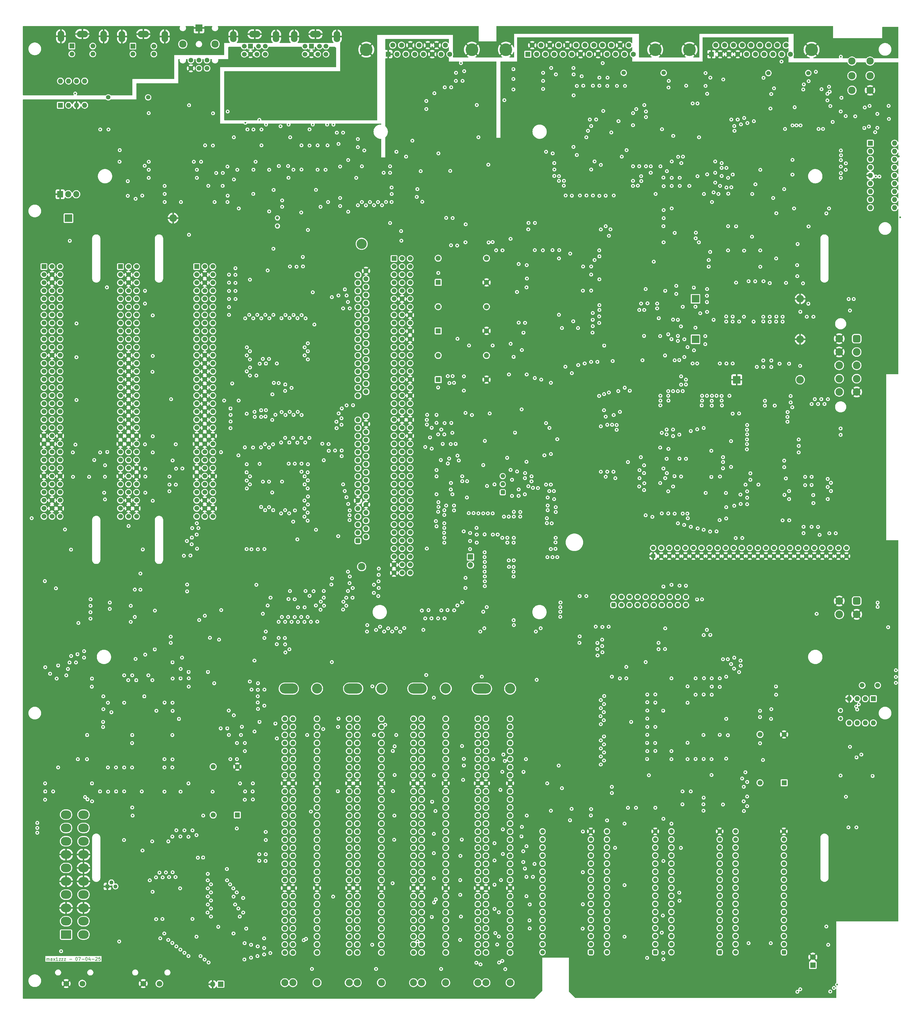
<source format=gbr>
%TF.GenerationSoftware,KiCad,Pcbnew,7.0.9*%
%TF.CreationDate,2025-04-07T20:21:29+01:00*%
%TF.ProjectId,IIci_Reloaded,49496369-5f52-4656-9c6f-616465642e6b,rev?*%
%TF.SameCoordinates,Original*%
%TF.FileFunction,Copper,L2,Inr*%
%TF.FilePolarity,Positive*%
%FSLAX46Y46*%
G04 Gerber Fmt 4.6, Leading zero omitted, Abs format (unit mm)*
G04 Created by KiCad (PCBNEW 7.0.9) date 2025-04-07 20:21:29*
%MOMM*%
%LPD*%
G01*
G04 APERTURE LIST*
G04 Aperture macros list*
%AMRoundRect*
0 Rectangle with rounded corners*
0 $1 Rounding radius*
0 $2 $3 $4 $5 $6 $7 $8 $9 X,Y pos of 4 corners*
0 Add a 4 corners polygon primitive as box body*
4,1,4,$2,$3,$4,$5,$6,$7,$8,$9,$2,$3,0*
0 Add four circle primitives for the rounded corners*
1,1,$1+$1,$2,$3*
1,1,$1+$1,$4,$5*
1,1,$1+$1,$6,$7*
1,1,$1+$1,$8,$9*
0 Add four rect primitives between the rounded corners*
20,1,$1+$1,$2,$3,$4,$5,0*
20,1,$1+$1,$4,$5,$6,$7,0*
20,1,$1+$1,$6,$7,$8,$9,0*
20,1,$1+$1,$8,$9,$2,$3,0*%
G04 Aperture macros list end*
%ADD10C,0.150000*%
%TA.AperFunction,NonConductor*%
%ADD11C,0.150000*%
%TD*%
%TA.AperFunction,ComponentPad*%
%ADD12C,1.500000*%
%TD*%
%TA.AperFunction,ComponentPad*%
%ADD13C,2.200000*%
%TD*%
%TA.AperFunction,ComponentPad*%
%ADD14O,5.800000X3.200000*%
%TD*%
%TA.AperFunction,ComponentPad*%
%ADD15C,3.200000*%
%TD*%
%TA.AperFunction,ComponentPad*%
%ADD16R,1.600000X1.600000*%
%TD*%
%TA.AperFunction,ComponentPad*%
%ADD17O,1.600000X1.600000*%
%TD*%
%TA.AperFunction,ComponentPad*%
%ADD18R,2.400000X2.400000*%
%TD*%
%TA.AperFunction,ComponentPad*%
%ADD19O,2.400000X2.400000*%
%TD*%
%TA.AperFunction,ComponentPad*%
%ADD20RoundRect,0.350000X0.350000X-0.350000X0.350000X0.350000X-0.350000X0.350000X-0.350000X-0.350000X0*%
%TD*%
%TA.AperFunction,ComponentPad*%
%ADD21C,1.400000*%
%TD*%
%TA.AperFunction,ComponentPad*%
%ADD22O,2.100000X3.500000*%
%TD*%
%TA.AperFunction,ComponentPad*%
%ADD23O,3.500000X2.100000*%
%TD*%
%TA.AperFunction,ComponentPad*%
%ADD24R,1.500000X1.500000*%
%TD*%
%TA.AperFunction,ComponentPad*%
%ADD25RoundRect,0.600000X-0.600000X0.600000X-0.600000X-0.600000X0.600000X-0.600000X0.600000X0.600000X0*%
%TD*%
%TA.AperFunction,ComponentPad*%
%ADD26C,2.400000*%
%TD*%
%TA.AperFunction,ComponentPad*%
%ADD27C,1.600000*%
%TD*%
%TA.AperFunction,ComponentPad*%
%ADD28R,1.300000X1.300000*%
%TD*%
%TA.AperFunction,ComponentPad*%
%ADD29C,1.300000*%
%TD*%
%TA.AperFunction,ComponentPad*%
%ADD30C,1.000000*%
%TD*%
%TA.AperFunction,ComponentPad*%
%ADD31R,1.524000X1.524000*%
%TD*%
%TA.AperFunction,ComponentPad*%
%ADD32C,1.524000*%
%TD*%
%TA.AperFunction,ComponentPad*%
%ADD33RoundRect,0.350000X0.350000X0.350000X-0.350000X0.350000X-0.350000X-0.350000X0.350000X-0.350000X0*%
%TD*%
%TA.AperFunction,ComponentPad*%
%ADD34R,1.800000X1.800000*%
%TD*%
%TA.AperFunction,ComponentPad*%
%ADD35C,1.800000*%
%TD*%
%TA.AperFunction,ComponentPad*%
%ADD36R,1.905000X2.000000*%
%TD*%
%TA.AperFunction,ComponentPad*%
%ADD37O,1.905000X2.000000*%
%TD*%
%TA.AperFunction,ComponentPad*%
%ADD38C,4.000000*%
%TD*%
%TA.AperFunction,ComponentPad*%
%ADD39RoundRect,0.380000X-0.420000X0.380000X-0.420000X-0.380000X0.420000X-0.380000X0.420000X0.380000X0*%
%TD*%
%TA.AperFunction,ComponentPad*%
%ADD40O,1.600000X1.520000*%
%TD*%
%TA.AperFunction,ComponentPad*%
%ADD41C,2.300000*%
%TD*%
%TA.AperFunction,ComponentPad*%
%ADD42R,1.700000X1.700000*%
%TD*%
%TA.AperFunction,ComponentPad*%
%ADD43O,1.700000X1.700000*%
%TD*%
%TA.AperFunction,ComponentPad*%
%ADD44R,2.300000X2.300000*%
%TD*%
%TA.AperFunction,ComponentPad*%
%ADD45RoundRect,0.250001X1.399999X-1.099999X1.399999X1.099999X-1.399999X1.099999X-1.399999X-1.099999X0*%
%TD*%
%TA.AperFunction,ComponentPad*%
%ADD46O,3.300000X2.700000*%
%TD*%
%TA.AperFunction,ViaPad*%
%ADD47C,0.600000*%
%TD*%
G04 APERTURE END LIST*
D10*
D11*
X620579379Y-226869619D02*
X620579379Y-226202952D01*
X620579379Y-226298190D02*
X620626998Y-226250571D01*
X620626998Y-226250571D02*
X620722236Y-226202952D01*
X620722236Y-226202952D02*
X620865093Y-226202952D01*
X620865093Y-226202952D02*
X620960331Y-226250571D01*
X620960331Y-226250571D02*
X621007950Y-226345809D01*
X621007950Y-226345809D02*
X621007950Y-226869619D01*
X621007950Y-226345809D02*
X621055569Y-226250571D01*
X621055569Y-226250571D02*
X621150807Y-226202952D01*
X621150807Y-226202952D02*
X621293664Y-226202952D01*
X621293664Y-226202952D02*
X621388903Y-226250571D01*
X621388903Y-226250571D02*
X621436522Y-226345809D01*
X621436522Y-226345809D02*
X621436522Y-226869619D01*
X622341283Y-226869619D02*
X622341283Y-226345809D01*
X622341283Y-226345809D02*
X622293664Y-226250571D01*
X622293664Y-226250571D02*
X622198426Y-226202952D01*
X622198426Y-226202952D02*
X622007950Y-226202952D01*
X622007950Y-226202952D02*
X621912712Y-226250571D01*
X622341283Y-226822000D02*
X622246045Y-226869619D01*
X622246045Y-226869619D02*
X622007950Y-226869619D01*
X622007950Y-226869619D02*
X621912712Y-226822000D01*
X621912712Y-226822000D02*
X621865093Y-226726761D01*
X621865093Y-226726761D02*
X621865093Y-226631523D01*
X621865093Y-226631523D02*
X621912712Y-226536285D01*
X621912712Y-226536285D02*
X622007950Y-226488666D01*
X622007950Y-226488666D02*
X622246045Y-226488666D01*
X622246045Y-226488666D02*
X622341283Y-226441047D01*
X622722236Y-226869619D02*
X623246045Y-226202952D01*
X622722236Y-226202952D02*
X623246045Y-226869619D01*
X624150807Y-226869619D02*
X623579379Y-226869619D01*
X623865093Y-226869619D02*
X623865093Y-225869619D01*
X623865093Y-225869619D02*
X623769855Y-226012476D01*
X623769855Y-226012476D02*
X623674617Y-226107714D01*
X623674617Y-226107714D02*
X623579379Y-226155333D01*
X624484141Y-226202952D02*
X625007950Y-226202952D01*
X625007950Y-226202952D02*
X624484141Y-226869619D01*
X624484141Y-226869619D02*
X625007950Y-226869619D01*
X625293665Y-226202952D02*
X625817474Y-226202952D01*
X625817474Y-226202952D02*
X625293665Y-226869619D01*
X625293665Y-226869619D02*
X625817474Y-226869619D01*
X626103189Y-226202952D02*
X626626998Y-226202952D01*
X626626998Y-226202952D02*
X626103189Y-226869619D01*
X626103189Y-226869619D02*
X626626998Y-226869619D01*
X627769856Y-226488666D02*
X628531761Y-226488666D01*
X629960332Y-225869619D02*
X630055570Y-225869619D01*
X630055570Y-225869619D02*
X630150808Y-225917238D01*
X630150808Y-225917238D02*
X630198427Y-225964857D01*
X630198427Y-225964857D02*
X630246046Y-226060095D01*
X630246046Y-226060095D02*
X630293665Y-226250571D01*
X630293665Y-226250571D02*
X630293665Y-226488666D01*
X630293665Y-226488666D02*
X630246046Y-226679142D01*
X630246046Y-226679142D02*
X630198427Y-226774380D01*
X630198427Y-226774380D02*
X630150808Y-226822000D01*
X630150808Y-226822000D02*
X630055570Y-226869619D01*
X630055570Y-226869619D02*
X629960332Y-226869619D01*
X629960332Y-226869619D02*
X629865094Y-226822000D01*
X629865094Y-226822000D02*
X629817475Y-226774380D01*
X629817475Y-226774380D02*
X629769856Y-226679142D01*
X629769856Y-226679142D02*
X629722237Y-226488666D01*
X629722237Y-226488666D02*
X629722237Y-226250571D01*
X629722237Y-226250571D02*
X629769856Y-226060095D01*
X629769856Y-226060095D02*
X629817475Y-225964857D01*
X629817475Y-225964857D02*
X629865094Y-225917238D01*
X629865094Y-225917238D02*
X629960332Y-225869619D01*
X630626999Y-225869619D02*
X631293665Y-225869619D01*
X631293665Y-225869619D02*
X630865094Y-226869619D01*
X631674618Y-226488666D02*
X632436523Y-226488666D01*
X633103189Y-225869619D02*
X633198427Y-225869619D01*
X633198427Y-225869619D02*
X633293665Y-225917238D01*
X633293665Y-225917238D02*
X633341284Y-225964857D01*
X633341284Y-225964857D02*
X633388903Y-226060095D01*
X633388903Y-226060095D02*
X633436522Y-226250571D01*
X633436522Y-226250571D02*
X633436522Y-226488666D01*
X633436522Y-226488666D02*
X633388903Y-226679142D01*
X633388903Y-226679142D02*
X633341284Y-226774380D01*
X633341284Y-226774380D02*
X633293665Y-226822000D01*
X633293665Y-226822000D02*
X633198427Y-226869619D01*
X633198427Y-226869619D02*
X633103189Y-226869619D01*
X633103189Y-226869619D02*
X633007951Y-226822000D01*
X633007951Y-226822000D02*
X632960332Y-226774380D01*
X632960332Y-226774380D02*
X632912713Y-226679142D01*
X632912713Y-226679142D02*
X632865094Y-226488666D01*
X632865094Y-226488666D02*
X632865094Y-226250571D01*
X632865094Y-226250571D02*
X632912713Y-226060095D01*
X632912713Y-226060095D02*
X632960332Y-225964857D01*
X632960332Y-225964857D02*
X633007951Y-225917238D01*
X633007951Y-225917238D02*
X633103189Y-225869619D01*
X634293665Y-226202952D02*
X634293665Y-226869619D01*
X634055570Y-225822000D02*
X633817475Y-226536285D01*
X633817475Y-226536285D02*
X634436522Y-226536285D01*
X634817475Y-226488666D02*
X635579380Y-226488666D01*
X636007951Y-225964857D02*
X636055570Y-225917238D01*
X636055570Y-225917238D02*
X636150808Y-225869619D01*
X636150808Y-225869619D02*
X636388903Y-225869619D01*
X636388903Y-225869619D02*
X636484141Y-225917238D01*
X636484141Y-225917238D02*
X636531760Y-225964857D01*
X636531760Y-225964857D02*
X636579379Y-226060095D01*
X636579379Y-226060095D02*
X636579379Y-226155333D01*
X636579379Y-226155333D02*
X636531760Y-226298190D01*
X636531760Y-226298190D02*
X635960332Y-226869619D01*
X635960332Y-226869619D02*
X636579379Y-226869619D01*
X637484141Y-225869619D02*
X637007951Y-225869619D01*
X637007951Y-225869619D02*
X636960332Y-226345809D01*
X636960332Y-226345809D02*
X637007951Y-226298190D01*
X637007951Y-226298190D02*
X637103189Y-226250571D01*
X637103189Y-226250571D02*
X637341284Y-226250571D01*
X637341284Y-226250571D02*
X637436522Y-226298190D01*
X637436522Y-226298190D02*
X637484141Y-226345809D01*
X637484141Y-226345809D02*
X637531760Y-226441047D01*
X637531760Y-226441047D02*
X637531760Y-226679142D01*
X637531760Y-226679142D02*
X637484141Y-226774380D01*
X637484141Y-226774380D02*
X637436522Y-226822000D01*
X637436522Y-226822000D02*
X637341284Y-226869619D01*
X637341284Y-226869619D02*
X637103189Y-226869619D01*
X637103189Y-226869619D02*
X637007951Y-226822000D01*
X637007951Y-226822000D02*
X636960332Y-226774380D01*
D12*
%TO.N,+5V-J14*%
%TO.C,J20*%
X726160600Y-224332800D03*
%TO.N,{slash}RCASLLB*%
X726160600Y-221792800D03*
%TO.N,D0*%
X726160600Y-219252800D03*
%TO.N,RABF0*%
X726160600Y-216712800D03*
%TO.N,RABF1*%
X726160600Y-214172800D03*
%TO.N,D1*%
X726160600Y-211632800D03*
%TO.N,RABF2*%
X726160600Y-209092800D03*
%TO.N,RABF3*%
X726160600Y-206552800D03*
%TO.N,GND*%
X726160600Y-204012800D03*
%TO.N,D2*%
X726160600Y-201472800D03*
%TO.N,RABF4*%
X726160600Y-198932800D03*
%TO.N,RABF5*%
X726160600Y-196392800D03*
%TO.N,D3*%
X726160600Y-193852800D03*
%TO.N,RABF6*%
X726160600Y-191312800D03*
%TO.N,RABF7*%
X726160600Y-188772800D03*
%TO.N,D4*%
X726160600Y-186232800D03*
%TO.N,RABF8*%
X726160600Y-183692800D03*
%TO.N,RABF9*%
X726160600Y-181152800D03*
%TO.N,RABF10*%
X726160600Y-178612800D03*
%TO.N,D5*%
X726160600Y-176072800D03*
%TO.N,RAMRWBF*%
X726160600Y-173532800D03*
%TO.N,GND*%
X726160600Y-170992800D03*
%TO.N,D6*%
X726160600Y-168452800D03*
%TO.N,RABF11*%
X726160600Y-165912800D03*
%TO.N,D7*%
X726160600Y-163372800D03*
%TO.N,PDB3*%
X726160600Y-160832800D03*
%TO.N,{slash}RRASB0*%
X726160600Y-158292800D03*
%TO.N,{slash}RCASLLB*%
X726160600Y-155752800D03*
%TO.N,PDO3*%
X726160600Y-153212800D03*
%TO.N,+5V-J14*%
X726160600Y-150672800D03*
X716000600Y-224332800D03*
X718540600Y-224332800D03*
%TO.N,{slash}RCASLMB*%
X716000600Y-221792800D03*
X718540600Y-221792800D03*
%TO.N,D8*%
X716000600Y-219252800D03*
X718540600Y-219252800D03*
%TO.N,RABF0*%
X716000600Y-216712800D03*
X718540600Y-216712800D03*
%TO.N,RABF1*%
X716000600Y-214172800D03*
X718540600Y-214172800D03*
%TO.N,D9*%
X716000600Y-211632800D03*
X718540600Y-211632800D03*
%TO.N,RABF2*%
X716000600Y-209092800D03*
X718540600Y-209092800D03*
%TO.N,RABF3*%
X716000600Y-206552800D03*
X718540600Y-206552800D03*
%TO.N,GND*%
X716000600Y-204012800D03*
X718540600Y-204012800D03*
%TO.N,D10*%
X716000600Y-201472800D03*
X718540600Y-201472800D03*
%TO.N,RABF4*%
X716000600Y-198932800D03*
X718540600Y-198932800D03*
%TO.N,RABF5*%
X716000600Y-196392800D03*
X718540600Y-196392800D03*
%TO.N,D11*%
X716000600Y-193852800D03*
X718540600Y-193852800D03*
%TO.N,RABF6*%
X716000600Y-191312800D03*
X718540600Y-191312800D03*
%TO.N,RABF7*%
X716000600Y-188772800D03*
X718540600Y-188772800D03*
%TO.N,D12*%
X716000600Y-186232800D03*
X718540600Y-186232800D03*
%TO.N,RABF8*%
X716000600Y-183692800D03*
X718540600Y-183692800D03*
%TO.N,RABF9*%
X716000600Y-181152800D03*
X718540600Y-181152800D03*
%TO.N,RABF10*%
X716000600Y-178612800D03*
X718540600Y-178612800D03*
%TO.N,D13*%
X716000600Y-176072800D03*
X718540600Y-176072800D03*
%TO.N,RAMRWBF*%
X716000600Y-173532800D03*
X718540600Y-173532800D03*
%TO.N,GND*%
X716000600Y-170992800D03*
X718540600Y-170992800D03*
%TO.N,D14*%
X716000600Y-168452800D03*
X718540600Y-168452800D03*
%TO.N,RABF11*%
X716000600Y-165912800D03*
X718540600Y-165912800D03*
%TO.N,D15*%
X716000600Y-163372800D03*
X718540600Y-163372800D03*
%TO.N,PDB2*%
X716000600Y-160832800D03*
X718540600Y-160832800D03*
%TO.N,{slash}RRASB0*%
X716000600Y-158292800D03*
X718540600Y-158292800D03*
%TO.N,{slash}RCASLMB*%
X716000600Y-155752800D03*
X718540600Y-155752800D03*
%TO.N,PDO2*%
X716000600Y-153212800D03*
X718540600Y-153212800D03*
%TO.N,+5V-J14*%
X716000600Y-150672800D03*
X718540600Y-150672800D03*
D13*
%TO.N,N/C*%
X716000600Y-233857800D03*
D14*
X717250600Y-141147800D03*
D13*
X718540600Y-233857800D03*
D15*
X726160600Y-141147800D03*
D13*
X726160600Y-233857800D03*
%TD*%
D16*
%TO.N,{slash}FDBO*%
%TO.C,U1*%
X880364000Y30734000D03*
D17*
%TO.N,/RTC\u002C ADB & VIA/FDBIO*%
X880364000Y28194000D03*
X880364000Y25654000D03*
%TO.N,{slash}RESET*%
X880364000Y23114000D03*
%TO.N,GND*%
X880364000Y20574000D03*
%TO.N,N/C*%
X880364000Y18034000D03*
X880364000Y15494000D03*
%TO.N,ADB-CLK*%
X880364000Y12954000D03*
%TO.N,ADB-DATA*%
X880364000Y10414000D03*
%TO.N,{slash}ADB-INT*%
X887984000Y10414000D03*
%TO.N,N/C*%
X887984000Y12954000D03*
X887984000Y15494000D03*
X887984000Y18034000D03*
%TO.N,+5V-J14*%
X887984000Y20574000D03*
%TO.N,N/C*%
X887984000Y23114000D03*
%TO.N,C3.7M*%
X887984000Y25654000D03*
%TO.N,ADB-ST0*%
X887984000Y28194000D03*
%TO.N,ABD-ST1*%
X887984000Y30734000D03*
%TD*%
D18*
%TO.N,Net-(UB2-PVCC)*%
%TO.C,C8*%
X627464600Y7137400D03*
D19*
%TO.N,GND*%
X660464600Y7137400D03*
%TD*%
D20*
%TO.N,GND*%
%TO.C,J16*%
X811880600Y-99390200D03*
D21*
%TO.N,{slash}DB0*%
X811880600Y-96850200D03*
%TO.N,GND*%
X814420600Y-99390200D03*
%TO.N,{slash}DB1*%
X814420600Y-96850200D03*
%TO.N,GND*%
X816960600Y-99390200D03*
%TO.N,{slash}DB2*%
X816960600Y-96850200D03*
%TO.N,GND*%
X819500600Y-99390200D03*
%TO.N,{slash}DB3*%
X819500600Y-96850200D03*
%TO.N,GND*%
X822040600Y-99390200D03*
%TO.N,{slash}DB4*%
X822040600Y-96850200D03*
%TO.N,GND*%
X824580600Y-99390200D03*
%TO.N,{slash}DB5*%
X824580600Y-96850200D03*
%TO.N,GND*%
X827120600Y-99390200D03*
%TO.N,{slash}DB6*%
X827120600Y-96850200D03*
%TO.N,GND*%
X829660600Y-99390200D03*
%TO.N,{slash}DB7*%
X829660600Y-96850200D03*
%TO.N,GND*%
X832200600Y-99390200D03*
%TO.N,{slash}DBP*%
X832200600Y-96850200D03*
%TO.N,GND*%
X834740600Y-99390200D03*
%TO.N,unconnected-(J16-Pin_20-Pad20)*%
X834740600Y-96850200D03*
%TO.N,GND*%
X837280600Y-99390200D03*
%TO.N,unconnected-(J16-Pin_22-Pad22)*%
X837280600Y-96850200D03*
%TO.N,GND*%
X839820600Y-99390200D03*
%TO.N,unconnected-(J16-Pin_24-Pad24)*%
X839820600Y-96850200D03*
%TO.N,GND*%
X842360600Y-99390200D03*
%TO.N,TERM5V*%
X842360600Y-96850200D03*
%TO.N,GND*%
X844900600Y-99390200D03*
%TO.N,unconnected-(J16-Pin_28-Pad28)*%
X844900600Y-96850200D03*
%TO.N,GND*%
X847440600Y-99390200D03*
%TO.N,unconnected-(J16-Pin_30-Pad30)*%
X847440600Y-96850200D03*
%TO.N,GND*%
X849980600Y-99390200D03*
%TO.N,{slash}ATN*%
X849980600Y-96850200D03*
%TO.N,GND*%
X852520600Y-99390200D03*
%TO.N,unconnected-(J16-Pin_34-Pad34)*%
X852520600Y-96850200D03*
%TO.N,GND*%
X855060600Y-99390200D03*
%TO.N,{slash}BSY*%
X855060600Y-96850200D03*
%TO.N,GND*%
X857600600Y-99390200D03*
%TO.N,{slash}ACKS*%
X857600600Y-96850200D03*
%TO.N,GND*%
X860140600Y-99390200D03*
%TO.N,{slash}RST*%
X860140600Y-96850200D03*
%TO.N,GND*%
X862680600Y-99390200D03*
%TO.N,{slash}MSG*%
X862680600Y-96850200D03*
%TO.N,GND*%
X865220600Y-99390200D03*
%TO.N,{slash}SEL*%
X865220600Y-96850200D03*
%TO.N,GND*%
X867760600Y-99390200D03*
%TO.N,C{slash}D*%
X867760600Y-96850200D03*
%TO.N,GND*%
X870300600Y-99390200D03*
%TO.N,{slash}REQ*%
X870300600Y-96850200D03*
%TO.N,GND*%
X872840600Y-99390200D03*
%TO.N,I{slash}O*%
X872840600Y-96850200D03*
%TD*%
D18*
%TO.N,GND*%
%TO.C,C17*%
X838216000Y-43801800D03*
D19*
%TO.N,-12V-J14*%
X858216000Y-43801800D03*
%TD*%
D22*
%TO.N,Earth*%
%TO.C,J1*%
X625093400Y64416400D03*
D23*
X631843400Y65166400D03*
D22*
X638593400Y64416400D03*
D24*
%TO.N,ADBF*%
X628543400Y61366400D03*
D12*
%TO.N,{slash}PWRON*%
X635143400Y61366400D03*
%TO.N,+5VFF*%
X628543400Y58866400D03*
%TO.N,NET01*%
X635143400Y58866400D03*
%TD*%
D25*
%TO.N,+12V-J14*%
%TO.C,J14*%
X876042600Y-30861000D03*
D26*
%TO.N,+5V-J14*%
X876042600Y-35061000D03*
X876042600Y-39261000D03*
X876042600Y-43461000D03*
%TO.N,GND*%
X876042600Y-47661000D03*
X870542600Y-30861000D03*
X870542600Y-35061000D03*
%TO.N,-12V-J14*%
X870542600Y-39261000D03*
%TO.N,{slash}PFW*%
X870542600Y-43461000D03*
%TO.N,+5V-TRKL*%
X870542600Y-47661000D03*
%TD*%
D22*
%TO.N,Earth*%
%TO.C,J2*%
X644346600Y64391000D03*
D23*
X651096600Y65141000D03*
D22*
X657846600Y64391000D03*
D24*
%TO.N,ADBF*%
X647796600Y61341000D03*
D12*
%TO.N,{slash}PWRON*%
X654396600Y61341000D03*
%TO.N,+5VFF*%
X647796600Y58841000D03*
%TO.N,NET01*%
X654396600Y58841000D03*
%TD*%
D16*
%TO.N,unconnected-(Y4-EN-Pad1)*%
%TO.C,Y4*%
X744076000Y-43764200D03*
D27*
%TO.N,GND*%
X759316000Y-43764200D03*
%TO.N,/RBV/C31.3344M*%
X759316000Y-36144200D03*
%TO.N,+5V-J14*%
X744076000Y-36144200D03*
%TD*%
D28*
%TO.N,GND*%
%TO.C,Q6*%
X639749800Y-203504800D03*
D29*
%TO.N,Net-(Q6-B)*%
X641019800Y-202234800D03*
%TO.N,Net-(J25-PS_ON#)*%
X642289800Y-203504800D03*
%TD*%
D30*
%TO.N,Net-(UE5-XTALIN)*%
%TO.C,Y1*%
X693377600Y4648200D03*
%TO.N,Net-(UE5-XTALOUT)*%
X693377600Y7188200D03*
%TD*%
D31*
%TO.N,-12V-J14*%
%TO.C,J9*%
X619743000Y-8153400D03*
D32*
%TO.N,unconnected-(J9-PadA2)*%
X619743000Y-10693400D03*
%TO.N,{slash}SPU*%
X619743000Y-13233400D03*
%TO.N,{slash}SP*%
X619743000Y-15773400D03*
%TO.N,{slash}TM1*%
X619743000Y-18313400D03*
%TO.N,AD1*%
X619743000Y-20853400D03*
%TO.N,AD3*%
X619743000Y-23393400D03*
%TO.N,AD5*%
X619743000Y-25933400D03*
%TO.N,AD7*%
X619743000Y-28473400D03*
%TO.N,AD9*%
X619743000Y-31013400D03*
%TO.N,AD11*%
X619743000Y-33553400D03*
%TO.N,AD13*%
X619743000Y-36093400D03*
%TO.N,AD15*%
X619743000Y-38633400D03*
%TO.N,AD17*%
X619743000Y-41173400D03*
%TO.N,AD19*%
X619743000Y-43713400D03*
%TO.N,AD21*%
X619743000Y-46253400D03*
%TO.N,AD23*%
X619743000Y-48793400D03*
%TO.N,AD25*%
X619743000Y-51333400D03*
%TO.N,AD27*%
X619743000Y-53873400D03*
%TO.N,AD29*%
X619743000Y-56413400D03*
%TO.N,AD31*%
X619743000Y-58953400D03*
%TO.N,GND*%
X619743000Y-61493400D03*
X619743000Y-64033400D03*
%TO.N,ARB1*%
X619743000Y-66573400D03*
%TO.N,ARB3*%
X619743000Y-69113400D03*
%TO.N,unconnected-(J9-PadA26)*%
X619743000Y-71653400D03*
%TO.N,GND*%
X619743000Y-74193400D03*
%TO.N,{slash}ACK*%
X619743000Y-76733400D03*
%TO.N,+5V-J14*%
X619743000Y-79273400D03*
%TO.N,{slash}RQST*%
X619743000Y-81813400D03*
%TO.N,IRQ4*%
X619743000Y-84353400D03*
%TO.N,+12V-J14*%
X619743000Y-86893400D03*
%TO.N,-12V-J14*%
X622283000Y-8153400D03*
%TO.N,GND*%
X622283000Y-10693400D03*
X622283000Y-13233400D03*
%TO.N,+5V-J14*%
X622283000Y-15773400D03*
X622283000Y-18313400D03*
X622283000Y-20853400D03*
X622283000Y-23393400D03*
%TO.N,-5.2V*%
X622283000Y-25933400D03*
X622283000Y-28473400D03*
X622283000Y-31013400D03*
X622283000Y-33553400D03*
%TO.N,GND*%
X622283000Y-36093400D03*
%TO.N,unconnected-(J9-PadB13)*%
X622283000Y-38633400D03*
%TO.N,unconnected-(J9-PadB14)*%
X622283000Y-41173400D03*
%TO.N,unconnected-(J9-PadB15)*%
X622283000Y-43713400D03*
%TO.N,unconnected-(J9-PadB16)*%
X622283000Y-46253400D03*
%TO.N,unconnected-(J9-PadB17)*%
X622283000Y-48793400D03*
%TO.N,unconnected-(J9-PadB18)*%
X622283000Y-51333400D03*
%TO.N,unconnected-(J9-PadB19)*%
X622283000Y-53873400D03*
%TO.N,unconnected-(J9-PadB20)*%
X622283000Y-56413400D03*
%TO.N,unconnected-(J9-PadB21)*%
X622283000Y-58953400D03*
%TO.N,unconnected-(J9-PadB22)*%
X622283000Y-61493400D03*
%TO.N,GND*%
X622283000Y-64033400D03*
%TO.N,-5.2V*%
X622283000Y-66573400D03*
X622283000Y-69113400D03*
X622283000Y-71653400D03*
X622283000Y-74193400D03*
%TO.N,+5V-J14*%
X622283000Y-76733400D03*
X622283000Y-79273400D03*
%TO.N,GND*%
X622283000Y-81813400D03*
X622283000Y-84353400D03*
%TO.N,+12V-J14*%
X622283000Y-86893400D03*
%TO.N,{slash}RESET*%
X624823000Y-8153400D03*
%TO.N,unconnected-(J9-PadC2)*%
X624823000Y-10693400D03*
%TO.N,+5V-J14*%
X624823000Y-13233400D03*
X624823000Y-15773400D03*
%TO.N,{slash}TM0*%
X624823000Y-18313400D03*
%TO.N,AD0*%
X624823000Y-20853400D03*
%TO.N,AD2*%
X624823000Y-23393400D03*
%TO.N,AD4*%
X624823000Y-25933400D03*
%TO.N,AD6*%
X624823000Y-28473400D03*
%TO.N,AD8*%
X624823000Y-31013400D03*
%TO.N,AD10*%
X624823000Y-33553400D03*
%TO.N,AD12*%
X624823000Y-36093400D03*
%TO.N,AD14*%
X624823000Y-38633400D03*
%TO.N,AD16*%
X624823000Y-41173400D03*
%TO.N,AD18*%
X624823000Y-43713400D03*
%TO.N,AD20*%
X624823000Y-46253400D03*
%TO.N,AD22*%
X624823000Y-48793400D03*
%TO.N,AD24*%
X624823000Y-51333400D03*
%TO.N,AD26*%
X624823000Y-53873400D03*
%TO.N,AD28*%
X624823000Y-56413400D03*
%TO.N,AD30*%
X624823000Y-58953400D03*
%TO.N,GND*%
X624823000Y-61493400D03*
%TO.N,{slash}PFW*%
X624823000Y-64033400D03*
%TO.N,ARB0*%
X624823000Y-66573400D03*
%TO.N,ARB2*%
X624823000Y-69113400D03*
%TO.N,unconnected-(J9-PadC26)*%
X624823000Y-71653400D03*
%TO.N,GND*%
X624823000Y-74193400D03*
%TO.N,{slash}START*%
X624823000Y-76733400D03*
%TO.N,+5V-J14*%
X624823000Y-79273400D03*
X624823000Y-81813400D03*
%TO.N,GND*%
X624823000Y-84353400D03*
%TO.N,{slash}NUCLK*%
X624823000Y-86893400D03*
%TD*%
D33*
%TO.N,unconnected-(UM11-VPP-Pad1)*%
%TO.C,UM11*%
X832849000Y-224256600D03*
D21*
%TO.N,A18*%
X832849000Y-221716600D03*
%TO.N,A17*%
X832849000Y-219176600D03*
%TO.N,A14*%
X832849000Y-216636600D03*
%TO.N,A9*%
X832849000Y-214096600D03*
%TO.N,A8*%
X832849000Y-211556600D03*
%TO.N,A7*%
X832849000Y-209016600D03*
%TO.N,A6*%
X832849000Y-206476600D03*
%TO.N,A5*%
X832849000Y-203936600D03*
%TO.N,A4*%
X832849000Y-201396600D03*
%TO.N,A3*%
X832849000Y-198856600D03*
%TO.N,A2*%
X832849000Y-196316600D03*
%TO.N,D16*%
X832849000Y-193776600D03*
%TO.N,D17*%
X832849000Y-191236600D03*
%TO.N,D18*%
X832849000Y-188696600D03*
%TO.N,GND*%
X832849000Y-186156600D03*
%TO.N,D19*%
X817609000Y-186156600D03*
%TO.N,D20*%
X817609000Y-188696600D03*
%TO.N,D21*%
X817609000Y-191236600D03*
%TO.N,D22*%
X817609000Y-193776600D03*
%TO.N,D23*%
X817609000Y-196316600D03*
%TO.N,A19*%
X817609000Y-198856600D03*
%TO.N,A12*%
X817609000Y-201396600D03*
%TO.N,{slash}ROMOEDIP*%
X817609000Y-203936600D03*
%TO.N,A13*%
X817609000Y-206476600D03*
%TO.N,A11*%
X817609000Y-209016600D03*
%TO.N,A10*%
X817609000Y-211556600D03*
%TO.N,A15*%
X817609000Y-214096600D03*
%TO.N,A16*%
X817609000Y-216636600D03*
%TO.N,N/C*%
X817609000Y-219176600D03*
%TO.N,unconnected-(UM11-~{PGM}-Pad31)*%
X817609000Y-221716600D03*
%TO.N,+5V-J14*%
X817609000Y-224256600D03*
%TD*%
D18*
%TO.N,+12V-J14*%
%TO.C,C15*%
X825223600Y-31064200D03*
D19*
%TO.N,GND*%
X858223600Y-31064200D03*
%TD*%
D34*
%TO.N,Net-(DS1-K)*%
%TO.C,DS1*%
X862236800Y-228320600D03*
D35*
%TO.N,GND*%
X862236800Y-225780600D03*
%TD*%
D30*
%TO.N,Net-(UK14-XTL1)*%
%TO.C,Y5*%
X870942600Y-148052000D03*
%TO.N,Net-(UK14-XTL2)*%
X870942600Y-150592000D03*
%TD*%
D16*
%TO.N,unconnected-(Y6-EN-Pad1)*%
%TO.C,Y6*%
X853169000Y-170840400D03*
D27*
%TO.N,GND*%
X853169000Y-155600400D03*
%TO.N,2XCPUMDU*%
X845549000Y-155600400D03*
%TO.N,+5V-J14*%
X845549000Y-170840400D03*
%TD*%
D12*
%TO.N,+5V-J14*%
%TO.C,J22*%
X766749800Y-224332800D03*
%TO.N,{slash}RCASLLA*%
X766749800Y-221792800D03*
%TO.N,RD0*%
X766749800Y-219252800D03*
%TO.N,RAAF0*%
X766749800Y-216712800D03*
%TO.N,RAAF1*%
X766749800Y-214172800D03*
%TO.N,RD1*%
X766749800Y-211632800D03*
%TO.N,RAAF2*%
X766749800Y-209092800D03*
%TO.N,RAAF3*%
X766749800Y-206552800D03*
%TO.N,GND*%
X766749800Y-204012800D03*
%TO.N,RD2*%
X766749800Y-201472800D03*
%TO.N,RAAF4*%
X766749800Y-198932800D03*
%TO.N,RAAF5*%
X766749800Y-196392800D03*
%TO.N,RD3*%
X766749800Y-193852800D03*
%TO.N,RAAF6*%
X766749800Y-191312800D03*
%TO.N,RAAF7*%
X766749800Y-188772800D03*
%TO.N,RD4*%
X766749800Y-186232800D03*
%TO.N,RAAF8*%
X766749800Y-183692800D03*
%TO.N,RAAF9*%
X766749800Y-181152800D03*
%TO.N,RAAF10*%
X766749800Y-178612800D03*
%TO.N,RD5*%
X766749800Y-176072800D03*
%TO.N,RAMRWAF*%
X766749800Y-173532800D03*
%TO.N,GND*%
X766749800Y-170992800D03*
%TO.N,RD6*%
X766749800Y-168452800D03*
%TO.N,RAAF11*%
X766749800Y-165912800D03*
%TO.N,RD7*%
X766749800Y-163372800D03*
%TO.N,PDA3*%
X766749800Y-160832800D03*
%TO.N,{slash}RRASA0*%
X766749800Y-158292800D03*
%TO.N,{slash}RCASLLA*%
X766749800Y-155752800D03*
%TO.N,PDO3*%
X766749800Y-153212800D03*
%TO.N,+5V-J14*%
X766749800Y-150672800D03*
X756589800Y-224332800D03*
X759129800Y-224332800D03*
%TO.N,{slash}RCASLMA*%
X756589800Y-221792800D03*
X759129800Y-221792800D03*
%TO.N,RD8*%
X756589800Y-219252800D03*
X759129800Y-219252800D03*
%TO.N,RAAF0*%
X756589800Y-216712800D03*
X759129800Y-216712800D03*
%TO.N,RAAF1*%
X756589800Y-214172800D03*
X759129800Y-214172800D03*
%TO.N,RD9*%
X756589800Y-211632800D03*
X759129800Y-211632800D03*
%TO.N,RAAF2*%
X756589800Y-209092800D03*
X759129800Y-209092800D03*
%TO.N,RAAF3*%
X756589800Y-206552800D03*
X759129800Y-206552800D03*
%TO.N,GND*%
X756589800Y-204012800D03*
X759129800Y-204012800D03*
%TO.N,RD10*%
X756589800Y-201472800D03*
X759129800Y-201472800D03*
%TO.N,RAAF4*%
X756589800Y-198932800D03*
X759129800Y-198932800D03*
%TO.N,RAAF5*%
X756589800Y-196392800D03*
X759129800Y-196392800D03*
%TO.N,RD11*%
X756589800Y-193852800D03*
X759129800Y-193852800D03*
%TO.N,RAAF6*%
X756589800Y-191312800D03*
X759129800Y-191312800D03*
%TO.N,RAAF7*%
X756589800Y-188772800D03*
X759129800Y-188772800D03*
%TO.N,RD12*%
X756589800Y-186232800D03*
X759129800Y-186232800D03*
%TO.N,RAAF8*%
X756589800Y-183692800D03*
X759129800Y-183692800D03*
%TO.N,RAAF9*%
X756589800Y-181152800D03*
X759129800Y-181152800D03*
%TO.N,RAAF10*%
X756589800Y-178612800D03*
X759129800Y-178612800D03*
%TO.N,RD13*%
X756589800Y-176072800D03*
X759129800Y-176072800D03*
%TO.N,RAMRWAF*%
X756589800Y-173532800D03*
X759129800Y-173532800D03*
%TO.N,GND*%
X756589800Y-170992800D03*
X759129800Y-170992800D03*
%TO.N,RD14*%
X756589800Y-168452800D03*
X759129800Y-168452800D03*
%TO.N,RAAF11*%
X756589800Y-165912800D03*
X759129800Y-165912800D03*
%TO.N,RD15*%
X756589800Y-163372800D03*
X759129800Y-163372800D03*
%TO.N,PDA2*%
X756589800Y-160832800D03*
X759129800Y-160832800D03*
%TO.N,{slash}RRASA0*%
X756589800Y-158292800D03*
X759129800Y-158292800D03*
%TO.N,{slash}RCASLMA*%
X756589800Y-155752800D03*
X759129800Y-155752800D03*
%TO.N,PDO2*%
X756589800Y-153212800D03*
X759129800Y-153212800D03*
%TO.N,+5V-J14*%
X756589800Y-150672800D03*
X759129800Y-150672800D03*
D13*
%TO.N,N/C*%
X756589800Y-233857800D03*
D14*
X757839800Y-141147800D03*
D13*
X759129800Y-233857800D03*
D15*
X766749800Y-141147800D03*
D13*
X766749800Y-233857800D03*
%TD*%
D36*
%TO.N,GND*%
%TO.C,QZ2*%
X624848400Y14655800D03*
D37*
%TO.N,-12V-J14*%
X627388400Y14655800D03*
%TO.N,-5V*%
X629928400Y14655800D03*
%TD*%
D33*
%TO.N,unconnected-(UM10-VPP-Pad1)*%
%TO.C,UM10*%
X812529000Y-224256600D03*
D21*
%TO.N,A18*%
X812529000Y-221716600D03*
%TO.N,A17*%
X812529000Y-219176600D03*
%TO.N,A14*%
X812529000Y-216636600D03*
%TO.N,A9*%
X812529000Y-214096600D03*
%TO.N,A8*%
X812529000Y-211556600D03*
%TO.N,A7*%
X812529000Y-209016600D03*
%TO.N,A6*%
X812529000Y-206476600D03*
%TO.N,A5*%
X812529000Y-203936600D03*
%TO.N,A4*%
X812529000Y-201396600D03*
%TO.N,A3*%
X812529000Y-198856600D03*
%TO.N,A2*%
X812529000Y-196316600D03*
%TO.N,D8*%
X812529000Y-193776600D03*
%TO.N,D9*%
X812529000Y-191236600D03*
%TO.N,D10*%
X812529000Y-188696600D03*
%TO.N,GND*%
X812529000Y-186156600D03*
%TO.N,D11*%
X797289000Y-186156600D03*
%TO.N,D12*%
X797289000Y-188696600D03*
%TO.N,D13*%
X797289000Y-191236600D03*
%TO.N,D14*%
X797289000Y-193776600D03*
%TO.N,D15*%
X797289000Y-196316600D03*
%TO.N,A19*%
X797289000Y-198856600D03*
%TO.N,A12*%
X797289000Y-201396600D03*
%TO.N,{slash}ROMOEDIP*%
X797289000Y-203936600D03*
%TO.N,A13*%
X797289000Y-206476600D03*
%TO.N,A11*%
X797289000Y-209016600D03*
%TO.N,A10*%
X797289000Y-211556600D03*
%TO.N,A15*%
X797289000Y-214096600D03*
%TO.N,A16*%
X797289000Y-216636600D03*
%TO.N,N/C*%
X797289000Y-219176600D03*
%TO.N,unconnected-(UM10-~{PGM}-Pad31)*%
X797289000Y-221716600D03*
%TO.N,+5V-J14*%
X797289000Y-224256600D03*
%TD*%
D16*
%TO.N,RTC-1HZ*%
%TO.C,U2*%
X881303800Y-144348200D03*
D17*
%TO.N,Net-(U2-XTAL1{slash}PB3)*%
X878763800Y-144348200D03*
%TO.N,Net-(U2-XTAL2{slash}PB4)*%
X876223800Y-144348200D03*
%TO.N,GND*%
X873683800Y-144348200D03*
%TO.N,RTC-DATA*%
X873683800Y-151968200D03*
%TO.N,{slash}RTC*%
X876223800Y-151968200D03*
%TO.N,RTC-CLK*%
X878763800Y-151968200D03*
%TO.N,+5V-J14*%
X881303800Y-151968200D03*
%TD*%
D22*
%TO.N,Earth*%
%TO.C,J5*%
X698647600Y64365600D03*
D23*
X705397600Y65115600D03*
D22*
X712147600Y64365600D03*
D24*
%TO.N,HSKOBF*%
X704097600Y61315600D03*
D12*
%TO.N,HSKIBF*%
X706597600Y61315600D03*
%TO.N,TXDBF-*%
X702097600Y61315600D03*
%TO.N,GND*%
X704097600Y58815600D03*
%TO.N,RXDBF-*%
X708697600Y61315600D03*
%TO.N,TXDBF+*%
X702097600Y58815600D03*
%TO.N,GPIBF*%
X706097600Y58815600D03*
%TO.N,RXDBF+*%
X708697600Y58815600D03*
%TD*%
D22*
%TO.N,Earth*%
%TO.C,J4*%
X679456000Y64365600D03*
D23*
X686206000Y65115600D03*
D22*
X692956000Y64365600D03*
D24*
%TO.N,HSKOAF*%
X684906000Y61315600D03*
D12*
%TO.N,HSKIAF*%
X687406000Y61315600D03*
%TO.N,TXDAF-*%
X682906000Y61315600D03*
%TO.N,GND*%
X684906000Y58815600D03*
%TO.N,RXDAF-*%
X689506000Y61315600D03*
%TO.N,TXDAF+*%
X682906000Y58815600D03*
%TO.N,GPIAF*%
X686906000Y58815600D03*
%TO.N,RXDAF+*%
X689506000Y58815600D03*
%TD*%
D20*
%TO.N,D-GND*%
%TO.C,J17*%
X799333000Y-114808000D03*
D21*
%TO.N,PH0*%
X799333000Y-112268000D03*
%TO.N,D-GND*%
X801873000Y-114808000D03*
%TO.N,PH1*%
X801873000Y-112268000D03*
%TO.N,D-GND*%
X804413000Y-114808000D03*
%TO.N,PH2*%
X804413000Y-112268000D03*
%TO.N,D-GND*%
X806953000Y-114808000D03*
%TO.N,PH3*%
X806953000Y-112268000D03*
%TO.N,unconnected-(J17-Pin_9-Pad9)*%
X809493000Y-114808000D03*
%TO.N,{slash}WRREQ*%
X809493000Y-112268000D03*
%TO.N,D-+5V*%
X812033000Y-114808000D03*
%TO.N,HDSEL*%
X812033000Y-112268000D03*
%TO.N,D-+12V*%
X814573000Y-114808000D03*
%TO.N,{slash}ENBL1*%
X814573000Y-112268000D03*
%TO.N,D-+12V*%
X817113000Y-114808000D03*
%TO.N,RDSEN*%
X817113000Y-112268000D03*
%TO.N,D-+12V*%
X819653000Y-114808000D03*
%TO.N,WRB*%
X819653000Y-112268000D03*
%TO.N,D-+12V*%
X822193000Y-114808000D03*
%TO.N,NET04*%
X822193000Y-112268000D03*
%TD*%
D16*
%TO.N,/RTC\u002C ADB & VIA/FDBIO*%
%TO.C,L1*%
X624962000Y42722800D03*
D17*
%TO.N,Net-(F1-Pad2)*%
X627502000Y42722800D03*
%TO.N,GND*%
X630042000Y42722800D03*
%TO.N,{slash}POWERON*%
X632582000Y42722800D03*
%TO.N,{slash}PWRON*%
X632582000Y50342800D03*
%TO.N,NET01*%
X630042000Y50342800D03*
%TO.N,+5VFF*%
X627502000Y50342800D03*
%TO.N,ADBF*%
X624962000Y50342800D03*
%TD*%
D16*
%TO.N,unconnected-(Y2-EN-Pad1)*%
%TO.C,Y2*%
X744076000Y-13131800D03*
D27*
%TO.N,GND*%
X759316000Y-13131800D03*
%TO.N,/RBV/C30.24M*%
X759316000Y-5511800D03*
%TO.N,+5V-J14*%
X744076000Y-5511800D03*
%TD*%
D33*
%TO.N,IRQ1*%
%TO.C,J15*%
X764421400Y-79273400D03*
D21*
%TO.N,IRQ2*%
X764421400Y-76733400D03*
%TO.N,IRQ3*%
X764421400Y-74193400D03*
%TD*%
D33*
%TO.N,unconnected-(UM9-VPP-Pad1)*%
%TO.C,UM9*%
X792209000Y-224256600D03*
D21*
%TO.N,A18*%
X792209000Y-221716600D03*
%TO.N,A17*%
X792209000Y-219176600D03*
%TO.N,A14*%
X792209000Y-216636600D03*
%TO.N,A9*%
X792209000Y-214096600D03*
%TO.N,A8*%
X792209000Y-211556600D03*
%TO.N,A7*%
X792209000Y-209016600D03*
%TO.N,A6*%
X792209000Y-206476600D03*
%TO.N,A5*%
X792209000Y-203936600D03*
%TO.N,A4*%
X792209000Y-201396600D03*
%TO.N,A3*%
X792209000Y-198856600D03*
%TO.N,A2*%
X792209000Y-196316600D03*
%TO.N,D0*%
X792209000Y-193776600D03*
%TO.N,D1*%
X792209000Y-191236600D03*
%TO.N,D2*%
X792209000Y-188696600D03*
%TO.N,GND*%
X792209000Y-186156600D03*
%TO.N,D3*%
X776969000Y-186156600D03*
%TO.N,D4*%
X776969000Y-188696600D03*
%TO.N,D5*%
X776969000Y-191236600D03*
%TO.N,D6*%
X776969000Y-193776600D03*
%TO.N,D7*%
X776969000Y-196316600D03*
%TO.N,A19*%
X776969000Y-198856600D03*
%TO.N,A12*%
X776969000Y-201396600D03*
%TO.N,{slash}ROMOEDIP*%
X776969000Y-203936600D03*
%TO.N,A13*%
X776969000Y-206476600D03*
%TO.N,A11*%
X776969000Y-209016600D03*
%TO.N,A10*%
X776969000Y-211556600D03*
%TO.N,A15*%
X776969000Y-214096600D03*
%TO.N,A16*%
X776969000Y-216636600D03*
%TO.N,N/C*%
X776969000Y-219176600D03*
%TO.N,unconnected-(UM9-~{PGM}-Pad31)*%
X776969000Y-221716600D03*
%TO.N,+5V-J14*%
X776969000Y-224256600D03*
%TD*%
D16*
%TO.N,unconnected-(Y7-EN-Pad1)*%
%TO.C,Y7*%
X680728400Y-181000400D03*
D27*
%TO.N,GND*%
X680728400Y-165760400D03*
%TO.N,Net-(UK2-C40M)*%
X673108400Y-165760400D03*
%TO.N,+5V-J14*%
X673108400Y-181000400D03*
%TD*%
D38*
%TO.N,Earth*%
%TO.C,J8*%
X861818400Y60195600D03*
X823318400Y60195600D03*
D16*
%TO.N,GND*%
X830248400Y58775600D03*
D27*
X833018400Y58775600D03*
X835788400Y58775600D03*
X838558400Y58775600D03*
%TO.N,-12V-J14*%
X841328400Y58775600D03*
%TO.N,D-+5V*%
X844098400Y58775600D03*
%TO.N,D-+12V*%
X846868400Y58775600D03*
X849638400Y58775600D03*
%TO.N,unconnected-(J8-Pad9)*%
X852408400Y58775600D03*
%TO.N,NET04*%
X855178400Y58775600D03*
%TO.N,EDPH0*%
X831633400Y61615600D03*
%TO.N,EDPH1*%
X834403400Y61615600D03*
%TO.N,EDPH2*%
X837173400Y61615600D03*
%TO.N,EDPH3*%
X839943400Y61615600D03*
%TO.N,{slash}EDWRREQ*%
X842713400Y61615600D03*
%TO.N,EDHDSEL*%
X845483400Y61615600D03*
%TO.N,{slash}EDENBL2*%
X848253400Y61615600D03*
%TO.N,EDRDSEN*%
X851023400Y61615600D03*
%TO.N,WRB*%
X853793400Y61615600D03*
%TD*%
D39*
%TO.N,+5V-J14*%
%TO.C,J12*%
X718777600Y-94564200D03*
D40*
%TO.N,A0*%
X721317600Y-93294200D03*
%TO.N,A1*%
X718777600Y-92024200D03*
%TO.N,A2*%
X721317600Y-90754200D03*
%TO.N,A3*%
X718777600Y-89484200D03*
%TO.N,A4*%
X721317600Y-88214200D03*
%TO.N,A5*%
X718777600Y-86944200D03*
%TO.N,A6*%
X721317600Y-85674200D03*
%TO.N,A7*%
X718777600Y-84404200D03*
%TO.N,GND*%
X721317600Y-83134200D03*
X718777600Y-81864200D03*
%TO.N,{slash}ROMOEF*%
X721317600Y-80594200D03*
%TO.N,+5V-J14*%
X718777600Y-79324200D03*
%TO.N,D0*%
X721317600Y-78054200D03*
%TO.N,D1*%
X718777600Y-76784200D03*
%TO.N,D2*%
X721317600Y-75514200D03*
%TO.N,D3*%
X718777600Y-74244200D03*
%TO.N,D4*%
X721317600Y-72974200D03*
%TO.N,D5*%
X718777600Y-71704200D03*
%TO.N,D6*%
X721317600Y-70434200D03*
%TO.N,D7*%
X718777600Y-69164200D03*
%TO.N,D8*%
X721317600Y-67894200D03*
%TO.N,D9*%
X718777600Y-66624200D03*
%TO.N,D10*%
X721317600Y-65354200D03*
%TO.N,D11*%
X718777600Y-64084200D03*
%TO.N,D12*%
X721317600Y-62814200D03*
%TO.N,D13*%
X718777600Y-61544200D03*
%TO.N,D14*%
X721317600Y-60274200D03*
%TO.N,D15*%
X718777600Y-59004200D03*
%TO.N,GND*%
X721317600Y-57734200D03*
%TO.N,A8*%
X718777600Y-56464200D03*
%TO.N,A9*%
X721317600Y-55194200D03*
%TO.N,A10*%
X718777600Y-48844200D03*
%TO.N,A11*%
X721317600Y-47574200D03*
%TO.N,A12*%
X718777600Y-46304200D03*
%TO.N,A13*%
X721317600Y-45034200D03*
%TO.N,A14*%
X718777600Y-43764200D03*
%TO.N,A15*%
X721317600Y-42494200D03*
%TO.N,A16*%
X718777600Y-41224200D03*
%TO.N,A17*%
X721317600Y-39954200D03*
%TO.N,A18*%
X718777600Y-38684200D03*
%TO.N,A19*%
X721317600Y-37414200D03*
%TO.N,A20*%
X718777600Y-36144200D03*
%TO.N,A21*%
X721317600Y-34874200D03*
%TO.N,A22*%
X718777600Y-33604200D03*
%TO.N,+5V-J14*%
X721317600Y-32334200D03*
%TO.N,D16*%
X718777600Y-31064200D03*
%TO.N,D17*%
X721317600Y-29794200D03*
%TO.N,D18*%
X718777600Y-28524200D03*
%TO.N,D19*%
X721317600Y-27254200D03*
%TO.N,D20*%
X718777600Y-25984200D03*
%TO.N,D21*%
X721317600Y-24714200D03*
%TO.N,D22*%
X718777600Y-23444200D03*
%TO.N,D23*%
X721317600Y-22174200D03*
%TO.N,D24*%
X718777600Y-20904200D03*
%TO.N,D25*%
X721317600Y-19634200D03*
%TO.N,D26*%
X718777600Y-18364200D03*
%TO.N,D27*%
X721317600Y-17094200D03*
%TO.N,D28*%
X718777600Y-15824200D03*
%TO.N,D29*%
X721317600Y-14554200D03*
%TO.N,D30*%
X718777600Y-13284200D03*
%TO.N,D31*%
X721317600Y-12014200D03*
%TO.N,+5V-J14*%
X718777600Y-10744200D03*
%TO.N,GND*%
X721317600Y-9474200D03*
D41*
%TO.N,N/C*%
X719937600Y-102714200D03*
D15*
X719937600Y-964200D03*
%TD*%
D42*
%TO.N,{slash}ROMOEF*%
%TO.C,W1*%
X754236000Y-99664600D03*
D43*
%TO.N,{slash}ROMOEDIP*%
X754236000Y-102204600D03*
%TD*%
D18*
%TO.N,+5V-J14*%
%TO.C,C14*%
X825223600Y-18313400D03*
D19*
%TO.N,GND*%
X858223600Y-18313400D03*
%TD*%
D31*
%TO.N,A30*%
%TO.C,J13*%
X730131400Y-5613400D03*
D32*
%TO.N,{slash}HALT*%
X730131400Y-8153400D03*
%TO.N,A31*%
X730131400Y-10693400D03*
%TO.N,A26*%
X730131400Y-13233400D03*
%TO.N,{slash}RMC*%
X730131400Y-15773400D03*
%TO.N,D31*%
X730131400Y-18313400D03*
%TO.N,D30*%
X730131400Y-20853400D03*
%TO.N,D28*%
X730131400Y-23393400D03*
%TO.N,D26*%
X730131400Y-25933400D03*
%TO.N,D24*%
X730131400Y-28473400D03*
%TO.N,D22*%
X730131400Y-31013400D03*
%TO.N,D20*%
X730131400Y-33553400D03*
%TO.N,D18*%
X730131400Y-36093400D03*
%TO.N,D16*%
X730131400Y-38633400D03*
%TO.N,A22*%
X730131400Y-41173400D03*
%TO.N,A20*%
X730131400Y-43713400D03*
%TO.N,A18*%
X730131400Y-46253400D03*
%TO.N,A16*%
X730131400Y-48793400D03*
%TO.N,A14*%
X730131400Y-51333400D03*
%TO.N,A12*%
X730131400Y-53873400D03*
%TO.N,A10*%
X730131400Y-56413400D03*
%TO.N,FC1*%
X730131400Y-58953400D03*
%TO.N,A8*%
X730131400Y-61493400D03*
%TO.N,FC2*%
X730131400Y-64033400D03*
%TO.N,D15*%
X730131400Y-66573400D03*
%TO.N,D13*%
X730131400Y-69113400D03*
%TO.N,D11*%
X730131400Y-71653400D03*
%TO.N,D9*%
X730131400Y-74193400D03*
%TO.N,D6*%
X730131400Y-76733400D03*
%TO.N,D4*%
X730131400Y-79273400D03*
%TO.N,D1*%
X730131400Y-81813400D03*
%TO.N,{slash}ROMOEF*%
X730131400Y-84353400D03*
%TO.N,A5*%
X730131400Y-86893400D03*
%TO.N,A2*%
X730131400Y-89433400D03*
%TO.N,{slash}LBG*%
X730131400Y-91973400D03*
%TO.N,A23*%
X730131400Y-94513400D03*
%TO.N,DSACK0*%
X730131400Y-97053400D03*
%TO.N,CPUCLKF*%
X730131400Y-99593400D03*
%TO.N,GND*%
X730131400Y-102133400D03*
X730131400Y-104673400D03*
%TO.N,{slash}RESET*%
X732671400Y-5613400D03*
%TO.N,A29*%
X732671400Y-8153400D03*
%TO.N,A25*%
X732671400Y-10693400D03*
%TO.N,A27*%
X732671400Y-13233400D03*
%TO.N,A24*%
X732671400Y-15773400D03*
%TO.N,GND*%
X732671400Y-18313400D03*
%TO.N,D29*%
X732671400Y-20853400D03*
%TO.N,D27*%
X732671400Y-23393400D03*
%TO.N,D25*%
X732671400Y-25933400D03*
%TO.N,D23*%
X732671400Y-28473400D03*
%TO.N,D21*%
X732671400Y-31013400D03*
%TO.N,D19*%
X732671400Y-33553400D03*
%TO.N,D17*%
X732671400Y-36093400D03*
%TO.N,+5V-J14*%
X732671400Y-38633400D03*
%TO.N,A21*%
X732671400Y-41173400D03*
%TO.N,A19*%
X732671400Y-43713400D03*
%TO.N,A17*%
X732671400Y-46253400D03*
%TO.N,A15*%
X732671400Y-48793400D03*
%TO.N,A13*%
X732671400Y-51333400D03*
%TO.N,A11*%
X732671400Y-53873400D03*
%TO.N,GND*%
X732671400Y-56413400D03*
%TO.N,A9*%
X732671400Y-58953400D03*
%TO.N,unconnected-(J13-PadB23)*%
X732671400Y-61493400D03*
%TO.N,FC0*%
X732671400Y-64033400D03*
%TO.N,D14*%
X732671400Y-66573400D03*
%TO.N,D12*%
X732671400Y-69113400D03*
%TO.N,D10*%
X732671400Y-71653400D03*
%TO.N,D8*%
X732671400Y-74193400D03*
%TO.N,{slash}LBGACK*%
X732671400Y-76733400D03*
%TO.N,D3*%
X732671400Y-79273400D03*
%TO.N,D0*%
X732671400Y-81813400D03*
%TO.N,A7*%
X732671400Y-84353400D03*
%TO.N,A4*%
X732671400Y-86893400D03*
%TO.N,A1*%
X732671400Y-89433400D03*
%TO.N,+5V-J14*%
X732671400Y-91973400D03*
%TO.N,CPUDIS*%
X732671400Y-94513400D03*
%TO.N,{slash}AS*%
X732671400Y-97053400D03*
%TO.N,DSACK1*%
X732671400Y-99593400D03*
%TO.N,+5V-J14*%
X732671400Y-102133400D03*
%TO.N,CACHE*%
X732671400Y-104673400D03*
%TO.N,R{slash}W*%
X735211400Y-5613400D03*
%TO.N,{slash}STERMF*%
X735211400Y-8153400D03*
%TO.N,A28*%
X735211400Y-10693400D03*
%TO.N,+5V-J14*%
X735211400Y-13233400D03*
%TO.N,{slash}CFLUSH*%
X735211400Y-15773400D03*
%TO.N,+5V-J14*%
X735211400Y-18313400D03*
%TO.N,unconnected-(J13-PadC7)*%
X735211400Y-20853400D03*
%TO.N,GND*%
X735211400Y-23393400D03*
%TO.N,+5V-J14*%
X735211400Y-25933400D03*
%TO.N,GND*%
X735211400Y-28473400D03*
X735211400Y-31013400D03*
%TO.N,IPL2*%
X735211400Y-33553400D03*
%TO.N,{slash}CDISRBV*%
X735211400Y-36093400D03*
%TO.N,+5V-J14*%
X735211400Y-38633400D03*
X735211400Y-41173400D03*
%TO.N,GND*%
X735211400Y-43713400D03*
%TO.N,unconnected-(J13-PadC17)*%
X735211400Y-46253400D03*
%TO.N,GND*%
X735211400Y-48793400D03*
%TO.N,+5V-J14*%
X735211400Y-51333400D03*
%TO.N,unconnected-(J13-PadC20)*%
X735211400Y-53873400D03*
%TO.N,GND*%
X735211400Y-56413400D03*
%TO.N,+5V-J14*%
X735211400Y-58953400D03*
%TO.N,GND*%
X735211400Y-61493400D03*
%TO.N,{slash}CIOUT*%
X735211400Y-64033400D03*
%TO.N,IPL1*%
X735211400Y-66573400D03*
%TO.N,IPL0*%
X735211400Y-69113400D03*
%TO.N,{slash}CBREQ*%
X735211400Y-71653400D03*
%TO.N,D7*%
X735211400Y-74193400D03*
%TO.N,D5*%
X735211400Y-76733400D03*
%TO.N,D2*%
X735211400Y-79273400D03*
%TO.N,+5V-J14*%
X735211400Y-81813400D03*
%TO.N,A6*%
X735211400Y-84353400D03*
%TO.N,A3*%
X735211400Y-86893400D03*
%TO.N,A0*%
X735211400Y-89433400D03*
%TO.N,{slash}CBACK*%
X735211400Y-91973400D03*
%TO.N,{slash}LBR*%
X735211400Y-94513400D03*
%TO.N,{slash}DS*%
X735211400Y-97053400D03*
%TO.N,{slash}BERRF*%
X735211400Y-99593400D03*
%TO.N,SIZ1*%
X735211400Y-102133400D03*
%TO.N,SIZ0*%
X735211400Y-104673400D03*
%TD*%
D16*
%TO.N,unconnected-(Y3-EN-Pad1)*%
%TO.C,Y3*%
X744076000Y-28397200D03*
D27*
%TO.N,GND*%
X759316000Y-28397200D03*
%TO.N,/RBV/C57.2837M*%
X759316000Y-20777200D03*
%TO.N,+5V-J14*%
X744076000Y-20777200D03*
%TD*%
D35*
%TO.N,GND*%
%TO.C,SW1*%
X626753400Y-234137200D03*
%TO.N,Net-(R28-Pad1)*%
X631833400Y-234137200D03*
%TD*%
%TO.N,GND*%
%TO.C,S3*%
X651061200Y-234137200D03*
%TO.N,{slash}NMI*%
X656141200Y-234137200D03*
%TD*%
D21*
%TO.N,Net-(D1-K)*%
%TO.C,ZF2*%
X815170600Y52908200D03*
%TO.N,TERM5V*%
X802590600Y52908200D03*
%TD*%
D12*
%TO.N,+5V-J14*%
%TO.C,J21*%
X746455200Y-224332800D03*
%TO.N,{slash}RCASUMA*%
X746455200Y-221792800D03*
%TO.N,RD16*%
X746455200Y-219252800D03*
%TO.N,RAAF0*%
X746455200Y-216712800D03*
%TO.N,RAAF1*%
X746455200Y-214172800D03*
%TO.N,RD17*%
X746455200Y-211632800D03*
%TO.N,RAAF2*%
X746455200Y-209092800D03*
%TO.N,RAAF3*%
X746455200Y-206552800D03*
%TO.N,GND*%
X746455200Y-204012800D03*
%TO.N,RD18*%
X746455200Y-201472800D03*
%TO.N,RAAF4*%
X746455200Y-198932800D03*
%TO.N,RAAF5*%
X746455200Y-196392800D03*
%TO.N,RD19*%
X746455200Y-193852800D03*
%TO.N,RAAF6*%
X746455200Y-191312800D03*
%TO.N,RAAF7*%
X746455200Y-188772800D03*
%TO.N,RD20*%
X746455200Y-186232800D03*
%TO.N,RAAF8*%
X746455200Y-183692800D03*
%TO.N,RAAF9*%
X746455200Y-181152800D03*
%TO.N,RAAF10*%
X746455200Y-178612800D03*
%TO.N,RD21*%
X746455200Y-176072800D03*
%TO.N,RAMRWAF*%
X746455200Y-173532800D03*
%TO.N,GND*%
X746455200Y-170992800D03*
%TO.N,RD22*%
X746455200Y-168452800D03*
%TO.N,RAAF11*%
X746455200Y-165912800D03*
%TO.N,RD23*%
X746455200Y-163372800D03*
%TO.N,PDA1*%
X746455200Y-160832800D03*
%TO.N,{slash}RRASA1*%
X746455200Y-158292800D03*
%TO.N,{slash}RCASUMA*%
X746455200Y-155752800D03*
%TO.N,PDO1*%
X746455200Y-153212800D03*
%TO.N,+5V-J14*%
X746455200Y-150672800D03*
X736295200Y-224332800D03*
X738835200Y-224332800D03*
%TO.N,{slash}RCASUUA*%
X736295200Y-221792800D03*
X738835200Y-221792800D03*
%TO.N,RD24*%
X736295200Y-219252800D03*
X738835200Y-219252800D03*
%TO.N,RAAF0*%
X736295200Y-216712800D03*
X738835200Y-216712800D03*
%TO.N,RAAF1*%
X736295200Y-214172800D03*
X738835200Y-214172800D03*
%TO.N,RD25*%
X736295200Y-211632800D03*
X738835200Y-211632800D03*
%TO.N,RAAF2*%
X736295200Y-209092800D03*
X738835200Y-209092800D03*
%TO.N,RAAF3*%
X736295200Y-206552800D03*
X738835200Y-206552800D03*
%TO.N,GND*%
X736295200Y-204012800D03*
X738835200Y-204012800D03*
%TO.N,RD26*%
X736295200Y-201472800D03*
X738835200Y-201472800D03*
%TO.N,RAAF4*%
X736295200Y-198932800D03*
X738835200Y-198932800D03*
%TO.N,RAAF5*%
X736295200Y-196392800D03*
X738835200Y-196392800D03*
%TO.N,RD27*%
X736295200Y-193852800D03*
X738835200Y-193852800D03*
%TO.N,RAAF6*%
X736295200Y-191312800D03*
X738835200Y-191312800D03*
%TO.N,RAAF7*%
X736295200Y-188772800D03*
X738835200Y-188772800D03*
%TO.N,RD28*%
X736295200Y-186232800D03*
X738835200Y-186232800D03*
%TO.N,RAAF8*%
X736295200Y-183692800D03*
X738835200Y-183692800D03*
%TO.N,RAAF9*%
X736295200Y-181152800D03*
X738835200Y-181152800D03*
%TO.N,RAAF10*%
X736295200Y-178612800D03*
X738835200Y-178612800D03*
%TO.N,RD29*%
X736295200Y-176072800D03*
X738835200Y-176072800D03*
%TO.N,RAMRWAF*%
X736295200Y-173532800D03*
X738835200Y-173532800D03*
%TO.N,GND*%
X736295200Y-170992800D03*
X738835200Y-170992800D03*
%TO.N,RD30*%
X736295200Y-168452800D03*
X738835200Y-168452800D03*
%TO.N,RAAF11*%
X736295200Y-165912800D03*
X738835200Y-165912800D03*
%TO.N,RD31*%
X736295200Y-163372800D03*
X738835200Y-163372800D03*
%TO.N,PDA0*%
X736295200Y-160832800D03*
X738835200Y-160832800D03*
%TO.N,{slash}RRASA1*%
X736295200Y-158292800D03*
X738835200Y-158292800D03*
%TO.N,{slash}RCASUUA*%
X736295200Y-155752800D03*
X738835200Y-155752800D03*
%TO.N,PDO0*%
X736295200Y-153212800D03*
X738835200Y-153212800D03*
%TO.N,+5V-J14*%
X736295200Y-150672800D03*
X738835200Y-150672800D03*
D13*
%TO.N,N/C*%
X736295200Y-233857800D03*
D14*
X737545200Y-141147800D03*
D13*
X738835200Y-233857800D03*
D15*
X746455200Y-141147800D03*
D13*
X746455200Y-233857800D03*
%TD*%
D25*
%TO.N,+12V-J14*%
%TO.C,J18*%
X876054400Y-113546200D03*
D26*
%TO.N,GND*%
X876054400Y-117746200D03*
X870554400Y-113546200D03*
%TO.N,+5V-J14*%
X870554400Y-117746200D03*
%TD*%
D33*
%TO.N,unconnected-(UM12-VPP-Pad1)*%
%TO.C,UM12*%
X853092800Y-224256600D03*
D21*
%TO.N,A18*%
X853092800Y-221716600D03*
%TO.N,A17*%
X853092800Y-219176600D03*
%TO.N,A14*%
X853092800Y-216636600D03*
%TO.N,A9*%
X853092800Y-214096600D03*
%TO.N,A8*%
X853092800Y-211556600D03*
%TO.N,A7*%
X853092800Y-209016600D03*
%TO.N,A6*%
X853092800Y-206476600D03*
%TO.N,A5*%
X853092800Y-203936600D03*
%TO.N,A4*%
X853092800Y-201396600D03*
%TO.N,A3*%
X853092800Y-198856600D03*
%TO.N,A2*%
X853092800Y-196316600D03*
%TO.N,D24*%
X853092800Y-193776600D03*
%TO.N,D25*%
X853092800Y-191236600D03*
%TO.N,D26*%
X853092800Y-188696600D03*
%TO.N,GND*%
X853092800Y-186156600D03*
%TO.N,D27*%
X837852800Y-186156600D03*
%TO.N,D28*%
X837852800Y-188696600D03*
%TO.N,D29*%
X837852800Y-191236600D03*
%TO.N,D30*%
X837852800Y-193776600D03*
%TO.N,D31*%
X837852800Y-196316600D03*
%TO.N,A19*%
X837852800Y-198856600D03*
%TO.N,A12*%
X837852800Y-201396600D03*
%TO.N,{slash}ROMOEDIP*%
X837852800Y-203936600D03*
%TO.N,A13*%
X837852800Y-206476600D03*
%TO.N,A11*%
X837852800Y-209016600D03*
%TO.N,A10*%
X837852800Y-211556600D03*
%TO.N,A15*%
X837852800Y-214096600D03*
%TO.N,A16*%
X837852800Y-216636600D03*
%TO.N,N/C*%
X837852800Y-219176600D03*
%TO.N,unconnected-(UM12-~{PGM}-Pad31)*%
X837852800Y-221716600D03*
%TO.N,+5V-J14*%
X837852800Y-224256600D03*
%TD*%
D12*
%TO.N,Net-(U2-XTAL2{slash}PB4)*%
%TO.C,Y8*%
X877787000Y-140131800D03*
%TO.N,Net-(U2-XTAL1{slash}PB3)*%
X882667000Y-140131800D03*
%TD*%
%TO.N,+5V-J14*%
%TO.C,J19*%
X705866000Y-224332800D03*
%TO.N,{slash}RCASUMB*%
X705866000Y-221792800D03*
%TO.N,D16*%
X705866000Y-219252800D03*
%TO.N,RABF0*%
X705866000Y-216712800D03*
%TO.N,RABF1*%
X705866000Y-214172800D03*
%TO.N,D17*%
X705866000Y-211632800D03*
%TO.N,RABF2*%
X705866000Y-209092800D03*
%TO.N,RABF3*%
X705866000Y-206552800D03*
%TO.N,GND*%
X705866000Y-204012800D03*
%TO.N,D18*%
X705866000Y-201472800D03*
%TO.N,RABF4*%
X705866000Y-198932800D03*
%TO.N,RABF5*%
X705866000Y-196392800D03*
%TO.N,D19*%
X705866000Y-193852800D03*
%TO.N,RABF6*%
X705866000Y-191312800D03*
%TO.N,RABF7*%
X705866000Y-188772800D03*
%TO.N,D20*%
X705866000Y-186232800D03*
%TO.N,RABF8*%
X705866000Y-183692800D03*
%TO.N,RABF9*%
X705866000Y-181152800D03*
%TO.N,RABF10*%
X705866000Y-178612800D03*
%TO.N,D21*%
X705866000Y-176072800D03*
%TO.N,RAMRWBF*%
X705866000Y-173532800D03*
%TO.N,GND*%
X705866000Y-170992800D03*
%TO.N,D22*%
X705866000Y-168452800D03*
%TO.N,RABF11*%
X705866000Y-165912800D03*
%TO.N,D23*%
X705866000Y-163372800D03*
%TO.N,PDB1*%
X705866000Y-160832800D03*
%TO.N,{slash}RRASB1*%
X705866000Y-158292800D03*
%TO.N,{slash}RCASUMB*%
X705866000Y-155752800D03*
%TO.N,PDO1*%
X705866000Y-153212800D03*
%TO.N,+5V-J14*%
X705866000Y-150672800D03*
X695706000Y-224332800D03*
X698246000Y-224332800D03*
%TO.N,{slash}RCASUUB*%
X695706000Y-221792800D03*
X698246000Y-221792800D03*
%TO.N,D24*%
X695706000Y-219252800D03*
X698246000Y-219252800D03*
%TO.N,RABF0*%
X695706000Y-216712800D03*
X698246000Y-216712800D03*
%TO.N,RABF1*%
X695706000Y-214172800D03*
X698246000Y-214172800D03*
%TO.N,D25*%
X695706000Y-211632800D03*
X698246000Y-211632800D03*
%TO.N,RABF2*%
X695706000Y-209092800D03*
X698246000Y-209092800D03*
%TO.N,RABF3*%
X695706000Y-206552800D03*
X698246000Y-206552800D03*
%TO.N,GND*%
X695706000Y-204012800D03*
X698246000Y-204012800D03*
%TO.N,D26*%
X695706000Y-201472800D03*
X698246000Y-201472800D03*
%TO.N,RABF4*%
X695706000Y-198932800D03*
X698246000Y-198932800D03*
%TO.N,RABF5*%
X695706000Y-196392800D03*
X698246000Y-196392800D03*
%TO.N,D27*%
X695706000Y-193852800D03*
X698246000Y-193852800D03*
%TO.N,RABF6*%
X695706000Y-191312800D03*
X698246000Y-191312800D03*
%TO.N,RABF7*%
X695706000Y-188772800D03*
X698246000Y-188772800D03*
%TO.N,D28*%
X695706000Y-186232800D03*
X698246000Y-186232800D03*
%TO.N,RABF8*%
X695706000Y-183692800D03*
X698246000Y-183692800D03*
%TO.N,RABF9*%
X695706000Y-181152800D03*
X698246000Y-181152800D03*
%TO.N,RABF10*%
X695706000Y-178612800D03*
X698246000Y-178612800D03*
%TO.N,D29*%
X695706000Y-176072800D03*
X698246000Y-176072800D03*
%TO.N,RAMRWBF*%
X695706000Y-173532800D03*
X698246000Y-173532800D03*
%TO.N,GND*%
X695706000Y-170992800D03*
X698246000Y-170992800D03*
%TO.N,D30*%
X695706000Y-168452800D03*
X698246000Y-168452800D03*
%TO.N,RABF11*%
X695706000Y-165912800D03*
X698246000Y-165912800D03*
%TO.N,D31*%
X695706000Y-163372800D03*
X698246000Y-163372800D03*
%TO.N,PDB0*%
X695706000Y-160832800D03*
X698246000Y-160832800D03*
%TO.N,{slash}RRASB1*%
X695706000Y-158292800D03*
X698246000Y-158292800D03*
%TO.N,{slash}RCASUUB*%
X695706000Y-155752800D03*
X698246000Y-155752800D03*
%TO.N,PDO0*%
X695706000Y-153212800D03*
X698246000Y-153212800D03*
%TO.N,+5V-J14*%
X695706000Y-150672800D03*
X698246000Y-150672800D03*
D13*
%TO.N,N/C*%
X695706000Y-233857800D03*
D14*
X696956000Y-141147800D03*
D13*
X698246000Y-233857800D03*
D15*
X705866000Y-141147800D03*
D13*
X705866000Y-233857800D03*
%TD*%
D42*
%TO.N,SNDSPKR*%
%TO.C,J23*%
X675470600Y-234315000D03*
D43*
%TO.N,GND*%
X672930600Y-234315000D03*
%TD*%
D38*
%TO.N,Earth*%
%TO.C,J7*%
X812518400Y60225800D03*
X765418400Y60225800D03*
D16*
%TO.N,{slash}REQ*%
X772348400Y58805800D03*
D27*
%TO.N,{slash}MSG*%
X775118400Y58805800D03*
%TO.N,I{slash}O*%
X777888400Y58805800D03*
%TO.N,{slash}RST*%
X780658400Y58805800D03*
%TO.N,{slash}ACKS*%
X783428400Y58805800D03*
%TO.N,{slash}BSY*%
X786198400Y58805800D03*
%TO.N,GND*%
X788968400Y58805800D03*
%TO.N,{slash}DB0*%
X791738400Y58805800D03*
%TO.N,GND*%
X794508400Y58805800D03*
%TO.N,{slash}DB3*%
X797278400Y58805800D03*
%TO.N,{slash}DB5*%
X800048400Y58805800D03*
%TO.N,{slash}DB6*%
X802818400Y58805800D03*
%TO.N,{slash}DB7*%
X805588400Y58805800D03*
%TO.N,GND*%
X773733400Y61645800D03*
%TO.N,C{slash}D*%
X776503400Y61645800D03*
%TO.N,GND*%
X779273400Y61645800D03*
%TO.N,{slash}ATN*%
X782043400Y61645800D03*
%TO.N,GND*%
X784813400Y61645800D03*
%TO.N,{slash}SEL*%
X787583400Y61645800D03*
%TO.N,{slash}DBP*%
X790353400Y61645800D03*
%TO.N,{slash}DB1*%
X793123400Y61645800D03*
%TO.N,{slash}DB2*%
X795893400Y61645800D03*
%TO.N,{slash}DB4*%
X798663400Y61645800D03*
%TO.N,GND*%
X801433400Y61645800D03*
%TO.N,TERM5V*%
X804203400Y61645800D03*
%TD*%
D21*
%TO.N,+5V-J14*%
%TO.C,ZF1*%
X652592200Y45186600D03*
%TO.N,Net-(F1-Pad2)*%
X640012200Y45186600D03*
%TD*%
D44*
%TO.N,Earth*%
%TO.C,J3*%
X668624600Y67056000D03*
D41*
%TO.N,SND-LF*%
X663544600Y61976000D03*
%TO.N,SND-RF*%
X673704600Y61976000D03*
D12*
%TO.N,NET02*%
X671164600Y56896000D03*
%TO.N,SNDSPKR*%
X668624600Y56896000D03*
%TO.N,unconnected-(J3-Pad6)*%
X666084600Y56896000D03*
%TO.N,unconnected-(J3-Pad7)*%
X671164600Y54356000D03*
%TO.N,{slash}SNDEXT*%
X668624600Y54356000D03*
%TO.N,GND*%
X666084600Y54356000D03*
%TD*%
D45*
%TO.N,unconnected-(J25-+3.3V-Pad1)*%
%TO.C,J25*%
X626731400Y-218680800D03*
D46*
X626731400Y-214480800D03*
%TO.N,GND*%
X626731400Y-210280800D03*
%TO.N,+5V-J14*%
X626731400Y-206080800D03*
%TO.N,GND*%
X626731400Y-201880800D03*
%TO.N,+5V-J14*%
X626731400Y-197680800D03*
%TO.N,GND*%
X626731400Y-193480800D03*
%TO.N,unconnected-(J25-PWR_OK-Pad8)*%
X626731400Y-189280800D03*
%TO.N,+5V-TRKL*%
X626731400Y-185080800D03*
%TO.N,+12V-J14*%
X626731400Y-180880800D03*
%TO.N,unconnected-(J25-+3.3V-Pad1)*%
X632231400Y-218680800D03*
%TO.N,-12V-J14*%
X632231400Y-214480800D03*
%TO.N,GND*%
X632231400Y-210280800D03*
%TO.N,Net-(J25-PS_ON#)*%
X632231400Y-206080800D03*
%TO.N,GND*%
X632231400Y-201880800D03*
X632231400Y-197680800D03*
X632231400Y-193480800D03*
%TO.N,unconnected-(J25--5V{slash}NC-Pad18)*%
X632231400Y-189280800D03*
%TO.N,+5V-J14*%
X632231400Y-185080800D03*
X632231400Y-180880800D03*
%TD*%
D31*
%TO.N,-12V-J14*%
%TO.C,J11*%
X667926800Y-8153400D03*
D32*
%TO.N,unconnected-(J11-PadA2)*%
X667926800Y-10693400D03*
%TO.N,{slash}SPU*%
X667926800Y-13233400D03*
%TO.N,{slash}SP*%
X667926800Y-15773400D03*
%TO.N,{slash}TM1*%
X667926800Y-18313400D03*
%TO.N,AD1*%
X667926800Y-20853400D03*
%TO.N,AD3*%
X667926800Y-23393400D03*
%TO.N,AD5*%
X667926800Y-25933400D03*
%TO.N,AD7*%
X667926800Y-28473400D03*
%TO.N,AD9*%
X667926800Y-31013400D03*
%TO.N,AD11*%
X667926800Y-33553400D03*
%TO.N,AD13*%
X667926800Y-36093400D03*
%TO.N,AD15*%
X667926800Y-38633400D03*
%TO.N,AD17*%
X667926800Y-41173400D03*
%TO.N,AD19*%
X667926800Y-43713400D03*
%TO.N,AD21*%
X667926800Y-46253400D03*
%TO.N,AD23*%
X667926800Y-48793400D03*
%TO.N,AD25*%
X667926800Y-51333400D03*
%TO.N,AD27*%
X667926800Y-53873400D03*
%TO.N,AD29*%
X667926800Y-56413400D03*
%TO.N,AD31*%
X667926800Y-58953400D03*
%TO.N,GND*%
X667926800Y-61493400D03*
X667926800Y-64033400D03*
%TO.N,ARB1*%
X667926800Y-66573400D03*
%TO.N,ARB3*%
X667926800Y-69113400D03*
%TO.N,GND*%
X667926800Y-71653400D03*
X667926800Y-74193400D03*
%TO.N,{slash}ACK*%
X667926800Y-76733400D03*
%TO.N,+5V-J14*%
X667926800Y-79273400D03*
%TO.N,{slash}RQST*%
X667926800Y-81813400D03*
%TO.N,IRQ6*%
X667926800Y-84353400D03*
%TO.N,+12V-J14*%
X667926800Y-86893400D03*
%TO.N,-12V-J14*%
X670466800Y-8153400D03*
%TO.N,GND*%
X670466800Y-10693400D03*
X670466800Y-13233400D03*
%TO.N,+5V-J14*%
X670466800Y-15773400D03*
X670466800Y-18313400D03*
X670466800Y-20853400D03*
X670466800Y-23393400D03*
%TO.N,-5.2V*%
X670466800Y-25933400D03*
X670466800Y-28473400D03*
X670466800Y-31013400D03*
X670466800Y-33553400D03*
%TO.N,GND*%
X670466800Y-36093400D03*
X670466800Y-38633400D03*
X670466800Y-41173400D03*
X670466800Y-43713400D03*
X670466800Y-46253400D03*
X670466800Y-48793400D03*
X670466800Y-51333400D03*
X670466800Y-53873400D03*
X670466800Y-56413400D03*
X670466800Y-58953400D03*
X670466800Y-61493400D03*
X670466800Y-64033400D03*
%TO.N,-5.2V*%
X670466800Y-66573400D03*
X670466800Y-69113400D03*
X670466800Y-71653400D03*
X670466800Y-74193400D03*
%TO.N,+5V-J14*%
X670466800Y-76733400D03*
X670466800Y-79273400D03*
%TO.N,GND*%
X670466800Y-81813400D03*
X670466800Y-84353400D03*
%TO.N,+12V-J14*%
X670466800Y-86893400D03*
%TO.N,{slash}RESET*%
X673006800Y-8153400D03*
%TO.N,unconnected-(J11-PadC2)*%
X673006800Y-10693400D03*
%TO.N,+5V-J14*%
X673006800Y-13233400D03*
X673006800Y-15773400D03*
%TO.N,{slash}TM0*%
X673006800Y-18313400D03*
%TO.N,AD0*%
X673006800Y-20853400D03*
%TO.N,AD2*%
X673006800Y-23393400D03*
%TO.N,AD4*%
X673006800Y-25933400D03*
%TO.N,AD6*%
X673006800Y-28473400D03*
%TO.N,AD8*%
X673006800Y-31013400D03*
%TO.N,AD10*%
X673006800Y-33553400D03*
%TO.N,AD12*%
X673006800Y-36093400D03*
%TO.N,AD14*%
X673006800Y-38633400D03*
%TO.N,AD16*%
X673006800Y-41173400D03*
%TO.N,AD18*%
X673006800Y-43713400D03*
%TO.N,AD20*%
X673006800Y-46253400D03*
%TO.N,AD22*%
X673006800Y-48793400D03*
%TO.N,AD24*%
X673006800Y-51333400D03*
%TO.N,AD26*%
X673006800Y-53873400D03*
%TO.N,AD28*%
X673006800Y-56413400D03*
%TO.N,AD30*%
X673006800Y-58953400D03*
%TO.N,GND*%
X673006800Y-61493400D03*
%TO.N,{slash}PFW*%
X673006800Y-64033400D03*
%TO.N,ARB0*%
X673006800Y-66573400D03*
%TO.N,ARB2*%
X673006800Y-69113400D03*
%TO.N,unconnected-(J11-PadC26)*%
X673006800Y-71653400D03*
%TO.N,GND*%
X673006800Y-74193400D03*
%TO.N,{slash}START*%
X673006800Y-76733400D03*
%TO.N,+5V-J14*%
X673006800Y-79273400D03*
X673006800Y-81813400D03*
%TO.N,GND*%
X673006800Y-84353400D03*
%TO.N,{slash}NUCLK*%
X673006800Y-86893400D03*
%TD*%
D41*
%TO.N,unconnected-(S1-A-Pad1)*%
%TO.C,S1*%
X874567800Y56619200D03*
%TO.N,{slash}POWERON*%
X874567800Y52019200D03*
%TO.N,Net-(C6-Pad1)*%
X874567800Y47419200D03*
%TO.N,unconnected-(S1-A-Pad4)*%
X880267800Y56619200D03*
%TO.N,Net-(C11-Pad1)*%
X880267800Y52019200D03*
%TO.N,GND*%
X880267800Y47419200D03*
%TD*%
D31*
%TO.N,-12V-J14*%
%TO.C,J10*%
X643873000Y-8153400D03*
D32*
%TO.N,unconnected-(J10-PadA2)*%
X643873000Y-10693400D03*
%TO.N,{slash}SPU*%
X643873000Y-13233400D03*
%TO.N,{slash}SP*%
X643873000Y-15773400D03*
%TO.N,{slash}TM1*%
X643873000Y-18313400D03*
%TO.N,AD1*%
X643873000Y-20853400D03*
%TO.N,AD3*%
X643873000Y-23393400D03*
%TO.N,AD5*%
X643873000Y-25933400D03*
%TO.N,AD7*%
X643873000Y-28473400D03*
%TO.N,AD9*%
X643873000Y-31013400D03*
%TO.N,AD11*%
X643873000Y-33553400D03*
%TO.N,AD13*%
X643873000Y-36093400D03*
%TO.N,AD15*%
X643873000Y-38633400D03*
%TO.N,AD17*%
X643873000Y-41173400D03*
%TO.N,AD19*%
X643873000Y-43713400D03*
%TO.N,AD21*%
X643873000Y-46253400D03*
%TO.N,AD23*%
X643873000Y-48793400D03*
%TO.N,AD25*%
X643873000Y-51333400D03*
%TO.N,AD27*%
X643873000Y-53873400D03*
%TO.N,AD29*%
X643873000Y-56413400D03*
%TO.N,AD31*%
X643873000Y-58953400D03*
%TO.N,GND*%
X643873000Y-61493400D03*
X643873000Y-64033400D03*
%TO.N,ARB1*%
X643873000Y-66573400D03*
%TO.N,ARB3*%
X643873000Y-69113400D03*
%TO.N,unconnected-(J10-PadA26)*%
X643873000Y-71653400D03*
%TO.N,GND*%
X643873000Y-74193400D03*
%TO.N,{slash}ACK*%
X643873000Y-76733400D03*
%TO.N,+5V-J14*%
X643873000Y-79273400D03*
%TO.N,{slash}RQST*%
X643873000Y-81813400D03*
%TO.N,IRQ5*%
X643873000Y-84353400D03*
%TO.N,+12V-J14*%
X643873000Y-86893400D03*
%TO.N,-12V-J14*%
X646413000Y-8153400D03*
%TO.N,GND*%
X646413000Y-10693400D03*
X646413000Y-13233400D03*
%TO.N,+5V-J14*%
X646413000Y-15773400D03*
X646413000Y-18313400D03*
X646413000Y-20853400D03*
X646413000Y-23393400D03*
%TO.N,-5.2V*%
X646413000Y-25933400D03*
X646413000Y-28473400D03*
X646413000Y-31013400D03*
X646413000Y-33553400D03*
%TO.N,GND*%
X646413000Y-36093400D03*
X646413000Y-38633400D03*
X646413000Y-41173400D03*
X646413000Y-43713400D03*
X646413000Y-46253400D03*
X646413000Y-48793400D03*
X646413000Y-51333400D03*
X646413000Y-53873400D03*
X646413000Y-56413400D03*
X646413000Y-58953400D03*
X646413000Y-61493400D03*
X646413000Y-64033400D03*
%TO.N,-5.2V*%
X646413000Y-66573400D03*
X646413000Y-69113400D03*
X646413000Y-71653400D03*
X646413000Y-74193400D03*
%TO.N,+5V-J14*%
X646413000Y-76733400D03*
X646413000Y-79273400D03*
%TO.N,GND*%
X646413000Y-81813400D03*
X646413000Y-84353400D03*
%TO.N,+12V-J14*%
X646413000Y-86893400D03*
%TO.N,{slash}RESET*%
X648953000Y-8153400D03*
%TO.N,unconnected-(J10-PadC2)*%
X648953000Y-10693400D03*
%TO.N,+5V-J14*%
X648953000Y-13233400D03*
X648953000Y-15773400D03*
%TO.N,{slash}TM0*%
X648953000Y-18313400D03*
%TO.N,AD0*%
X648953000Y-20853400D03*
%TO.N,AD2*%
X648953000Y-23393400D03*
%TO.N,AD4*%
X648953000Y-25933400D03*
%TO.N,AD6*%
X648953000Y-28473400D03*
%TO.N,AD8*%
X648953000Y-31013400D03*
%TO.N,AD10*%
X648953000Y-33553400D03*
%TO.N,AD12*%
X648953000Y-36093400D03*
%TO.N,AD14*%
X648953000Y-38633400D03*
%TO.N,AD16*%
X648953000Y-41173400D03*
%TO.N,AD18*%
X648953000Y-43713400D03*
%TO.N,AD20*%
X648953000Y-46253400D03*
%TO.N,AD22*%
X648953000Y-48793400D03*
%TO.N,AD24*%
X648953000Y-51333400D03*
%TO.N,AD26*%
X648953000Y-53873400D03*
%TO.N,AD28*%
X648953000Y-56413400D03*
%TO.N,AD30*%
X648953000Y-58953400D03*
%TO.N,GND*%
X648953000Y-61493400D03*
%TO.N,{slash}PFW*%
X648953000Y-64033400D03*
%TO.N,ARB0*%
X648953000Y-66573400D03*
%TO.N,ARB2*%
X648953000Y-69113400D03*
%TO.N,GND*%
X648953000Y-71653400D03*
X648953000Y-74193400D03*
%TO.N,{slash}START*%
X648953000Y-76733400D03*
%TO.N,+5V-J14*%
X648953000Y-79273400D03*
X648953000Y-81813400D03*
%TO.N,GND*%
X648953000Y-84353400D03*
%TO.N,{slash}NUCLK*%
X648953000Y-86893400D03*
%TD*%
D38*
%TO.N,Earth*%
%TO.C,J6*%
X754692800Y60225800D03*
X721392800Y60225800D03*
D16*
%TO.N,GND*%
X728347800Y58805800D03*
D27*
%TO.N,RED*%
X731117800Y58805800D03*
%TO.N,{slash}CSYNCFF*%
X733887800Y58805800D03*
%TO.N,MONIDF1*%
X736657800Y58805800D03*
%TO.N,GREEN*%
X739427800Y58805800D03*
%TO.N,GND*%
X742197800Y58805800D03*
%TO.N,MONIDF2*%
X744967800Y58805800D03*
%TO.N,unconnected-(J6-Pad8)*%
X747737800Y58805800D03*
%TO.N,BLUE*%
X729732800Y61645800D03*
%TO.N,MONIDF3*%
X732502800Y61645800D03*
%TO.N,GND*%
X735272800Y61645800D03*
%TO.N,{slash}VSYNCFF*%
X738042800Y61645800D03*
%TO.N,GND*%
X740812800Y61645800D03*
X743582800Y61645800D03*
%TO.N,{slash}HSYNCFF*%
X746352800Y61645800D03*
%TD*%
D21*
%TO.N,D-+5V*%
%TO.C,ZF3*%
X848216000Y52855800D03*
%TO.N,Net-(C32-Pad1)*%
X860796000Y52855800D03*
%TD*%
D47*
%TO.N,GND*%
X633222000Y-151638000D03*
X638530600Y-161544000D03*
X624078000Y-168910000D03*
%TO.N,D14*%
X730326200Y-168402000D03*
X730326200Y-159359600D03*
%TO.N,PDO0*%
X727371700Y-152527000D03*
%TO.N,D16*%
X737514400Y-220776800D03*
%TO.N,GND*%
X838386200Y-164414200D03*
X688805600Y-114985800D03*
X620759000Y18846800D03*
X699397400Y-5080000D03*
X672930600Y-175133000D03*
X818853600Y-79451200D03*
X778543800Y-4572000D03*
X643593600Y34010600D03*
X706052200Y-134823200D03*
X755734600Y5181600D03*
X751873800Y18567400D03*
X660281400Y-150545800D03*
X693276000Y-94107000D03*
X794850600Y-28473400D03*
X878382800Y-149733000D03*
X819742600Y48310800D03*
X734474800Y-133299200D03*
X668638000Y14808200D03*
X807474400Y-166420800D03*
X758147600Y-229209600D03*
X630614200Y-114528600D03*
X855836000Y23469600D03*
X812579800Y-148107400D03*
X770339600Y-36703000D03*
X662237200Y-194462400D03*
X840037200Y-13258800D03*
X794901400Y-16129000D03*
X683751000Y30556200D03*
X751645200Y-137363200D03*
X645083800Y-206476600D03*
X845625200Y16256000D03*
X857283800Y-116052600D03*
X760408200Y49123600D03*
X768409200Y-32969200D03*
X667393400Y-155803600D03*
X739554800Y14274800D03*
X725508600Y-127152400D03*
X673006800Y-99237800D03*
X850730600Y-7645400D03*
X698787800Y10261600D03*
X661195800Y-41325800D03*
X737827600Y-229514400D03*
X736887800Y49326800D03*
X649080000Y-174599600D03*
X671228800Y-110490000D03*
X734500200Y43357800D03*
X697289200Y-229514400D03*
X692056800Y-129768600D03*
X861872800Y41579800D03*
X636329200Y-220802200D03*
X808465000Y-224256600D03*
X855141800Y42062400D03*
X743110800Y-122631200D03*
X621952800Y1803400D03*
X836455800Y-67411600D03*
X713113400Y19862800D03*
X848089000Y-156768800D03*
X791116800Y42799000D03*
X836887600Y-136423400D03*
X790354800Y39700200D03*
X752737400Y38252400D03*
X664878800Y-124739400D03*
X703029600Y22377400D03*
X763837200Y-18237200D03*
X628277400Y-101219000D03*
X793352000Y32639000D03*
X843974200Y-157276800D03*
X694622200Y-110464600D03*
X785173200Y-2489200D03*
X847022200Y-48945800D03*
X681414200Y24917400D03*
X842983600Y-149631400D03*
X672930600Y1905000D03*
X760179600Y54152800D03*
X656014200Y-120142000D03*
X687027600Y152400D03*
X843618600Y6096000D03*
X693377600Y-28981400D03*
X881888000Y35052000D03*
X882658400Y-162052000D03*
X827311800Y-132842000D03*
X829801000Y-59029600D03*
X688754800Y-121361200D03*
X628810800Y-106959400D03*
X653474200Y-120142000D03*
X824060600Y32131000D03*
X833941200Y52730400D03*
X685808400Y-70307200D03*
X763811800Y-16230600D03*
X870458000Y42418000D03*
X691218600Y-70307200D03*
X870204000Y-146050000D03*
X828759600Y-224256600D03*
X856801200Y6045200D03*
X822028600Y-79476600D03*
X759316000Y-23241000D03*
X889304800Y26568400D03*
X836430400Y-65684400D03*
X825229000Y-79476600D03*
X842094600Y13284200D03*
X885985800Y-128600200D03*
X784131800Y-28981400D03*
X778696200Y-122631200D03*
X768790200Y-137363200D03*
X670517600Y-167208200D03*
X653169400Y14757400D03*
X788119600Y-224510600D03*
X760128800Y51612800D03*
X637472200Y-25984200D03*
X653398000Y30073600D03*
X661526000Y-167970200D03*
X707957200Y-121361200D03*
X814916600Y965200D03*
X798482800Y41300400D03*
X822587400Y9728200D03*
X835490600Y-52451000D03*
X701912000Y-38684200D03*
X709582800Y32613600D03*
X735490800Y27533600D03*
X684284400Y16357600D03*
X786163800Y-27482800D03*
X826346600Y37693600D03*
X638894600Y-50190400D03*
X749714800Y48361600D03*
X806941000Y-136855200D03*
X763811800Y-10845800D03*
X661246600Y-61645800D03*
X834855600Y-64185800D03*
X661195800Y-81965800D03*
X667317200Y-114985800D03*
X814103800Y-73837800D03*
X653144000Y-195249800D03*
X884783600Y-134086600D03*
X690278800Y-13182600D03*
X653474200Y-115036600D03*
X740062800Y39751000D03*
X693276000Y-32308800D03*
X676537400Y27355800D03*
X814103800Y-68046600D03*
X836405000Y-61645800D03*
X843974200Y-159308800D03*
X788272000Y-135382000D03*
X759138200Y-8128000D03*
X693809400Y-48387000D03*
X650578600Y-216077800D03*
X691802800Y27000200D03*
X662796000Y-175183800D03*
X619666800Y-114579400D03*
X844253600Y13284200D03*
X782125200Y-20269200D03*
X836506600Y-74447400D03*
X661195800Y-36296600D03*
X656420600Y-194462400D03*
X813087800Y-8102600D03*
X661246600Y-66751200D03*
X814688000Y37693600D03*
X676308800Y-120472200D03*
X626855000Y-120294400D03*
X745142800Y21945600D03*
X771990600Y-16332200D03*
X847581000Y-154736800D03*
X659341600Y24942800D03*
X640977400Y-155803600D03*
X658554200Y-120142000D03*
X811513000Y-151815800D03*
X686519600Y-45110400D03*
X753093000Y-10185400D03*
X700946800Y-13766800D03*
X813037000Y-163347400D03*
X877934000Y-175615600D03*
X649664200Y-143586200D03*
X674734000Y-192176400D03*
X668638000Y30048200D03*
X788780000Y35153600D03*
X760763800Y-123190000D03*
X658554200Y-115036600D03*
X701886600Y-79349600D03*
X795815800Y1549400D03*
X690812200Y30048200D03*
X701658000Y34594800D03*
X638666000Y-64185800D03*
X664726400Y-133629400D03*
X668257000Y44272200D03*
X706458600Y-105410000D03*
X825330600Y4597400D03*
X686240200Y-152704800D03*
X637319800Y-36372800D03*
X849435200Y-163677600D03*
X651213600Y42189400D03*
X881693200Y39268400D03*
X702902600Y-45008800D03*
X749206800Y31648400D03*
X686951400Y-89052400D03*
X688780200Y-112471200D03*
X674429200Y-171043600D03*
X774606800Y18567400D03*
X656014200Y-115036600D03*
X766859800Y-1955800D03*
X666860000Y-163423600D03*
X661170400Y-23520400D03*
X684665400Y-79349600D03*
X824263800Y-51409600D03*
X820707800Y33096200D03*
X647175000Y-533400D03*
X828302400Y-168452800D03*
X643923800Y-97307400D03*
X744050600Y-1498600D03*
X666098000Y36347400D03*
X717558400Y-229514400D03*
X875978200Y-210845400D03*
X852635600Y34442400D03*
X683725600Y-38658800D03*
X705315600Y-95986600D03*
X683725600Y-47523400D03*
X831629800Y-79476600D03*
X718218800Y14757400D03*
X709608200Y26924000D03*
X849003400Y-224282000D03*
X752712000Y33197800D03*
X818574200Y-65557400D03*
X857258400Y-13284200D03*
%TO.N,VAA*%
X756776000Y32639000D03*
X759874800Y23977600D03*
X756242600Y42799000D03*
%TO.N,+5V-J14*%
X848842600Y41656000D03*
X822282600Y48844200D03*
X702953400Y-32308800D03*
X721622400Y-123164600D03*
X672067000Y-125145800D03*
X879904500Y35991800D03*
X770365000Y-53136800D03*
X770949200Y-28981400D03*
X679636200Y32588200D03*
X744965000Y-229514400D03*
X767799600Y47701200D03*
X757360200Y-123164600D03*
X834881000Y-163245800D03*
X814103800Y-65201800D03*
X866504000Y-216128600D03*
X654033000Y-36296600D03*
X679102800Y-44983400D03*
X809023800Y-70789800D03*
X668282400Y-194437000D03*
X647124200Y-115062000D03*
X841434200Y-65735200D03*
X654058400Y-61645800D03*
X751035600Y-206146400D03*
X798660600Y34112200D03*
X688780200Y-117551200D03*
X650908800Y-97307400D03*
X705925200Y-120065800D03*
X659697200Y-124790200D03*
X767799600Y54076600D03*
X630004600Y-26085800D03*
X830207400Y-66192400D03*
X867054400Y-221919800D03*
X623527600Y-109550200D03*
X638462800Y-147624800D03*
X836938400Y-54483000D03*
X699651400Y-94107000D03*
X729801200Y-173482000D03*
X767799600Y50977800D03*
X810522400Y-168452800D03*
X657131800Y-213791800D03*
X863405200Y-117602000D03*
X692107600Y-2514600D03*
X836430400Y-63144400D03*
X834931800Y-150672800D03*
X834906400Y-137414000D03*
X651391400Y-143611600D03*
X836430400Y-71272400D03*
X783115800Y-27508200D03*
X765234200Y-229565200D03*
X814586400Y-85928200D03*
X739377000Y-122631200D03*
X828404000Y52857400D03*
X827896000Y-137871200D03*
X662669000Y-204089000D03*
X857410800Y-1041400D03*
X872650800Y-175234600D03*
X675648400Y-116382800D03*
X697390800Y32588200D03*
X650604000Y-173583600D03*
X704248800Y-229514400D03*
X796120600Y40919400D03*
X827769000Y-163347400D03*
X794901400Y-12141200D03*
X804909000Y-151663400D03*
X643492000Y-220853000D03*
X830207400Y-74447400D03*
X744914200Y-69113400D03*
X747886000Y22021800D03*
X692183800Y16027400D03*
X797924000Y1574800D03*
X643644400Y28575000D03*
X691726600Y-79349600D03*
X697340000Y-110413800D03*
X834804800Y-79502000D03*
X674708600Y-216255600D03*
X853194400Y16256000D03*
X855810600Y25476200D03*
X846488800Y-163652200D03*
X686113200Y-132334000D03*
X660256000Y-155803600D03*
X849714600Y13487400D03*
X654058400Y-81965800D03*
X629649000Y-64262000D03*
X729394800Y14732000D03*
X788170400Y-27508200D03*
X690278800Y-9347200D03*
X686722800Y-108432600D03*
X654058400Y-66725800D03*
X828429400Y-79502000D03*
X818675800Y2489200D03*
X780144000Y-2971800D03*
X855785200Y20853400D03*
X664878800Y-110515400D03*
X629623600Y46405800D03*
X818193200Y33070800D03*
X827794400Y-59004200D03*
X778467600Y-171018200D03*
X809608000Y38989000D03*
X704502800Y-16230600D03*
X871253800Y45085000D03*
X628277400Y-97358200D03*
X653982200Y-41325800D03*
X712427600Y-173507400D03*
X681592000Y-171043600D03*
X800921200Y37693600D03*
X633357400Y-155803600D03*
X856488000Y42062400D03*
X710929000Y-206705200D03*
X630614200Y-120472200D03*
X774860800Y-123164600D03*
X630004600Y-50190400D03*
X705518800Y16052800D03*
X724467200Y-229514400D03*
X848952600Y-221411800D03*
X702978800Y3403600D03*
X772041400Y-11887200D03*
X638742200Y-79400400D03*
X768917200Y-16129000D03*
X620022400Y-107289600D03*
X687764200Y-70307200D03*
X766885200Y584200D03*
X707982600Y-110413800D03*
X826321200Y32613600D03*
X710548000Y-132791200D03*
X792767800Y-28956000D03*
X866910400Y-75057000D03*
X629979200Y-36703000D03*
X809506400Y-132791200D03*
X654033000Y-23520400D03*
X693199800Y-38684200D03*
X785706600Y-4038600D03*
X729699600Y-202488800D03*
X650807200Y-192201800D03*
%TO.N,+12V-J14*%
X872591600Y39293800D03*
X873920800Y-21971000D03*
X888390400Y-137464800D03*
X646413000Y-89916000D03*
X615848400Y-87426800D03*
X626372400Y-90982800D03*
X648648200Y13233400D03*
X882633000Y-115417600D03*
X885985800Y-121793000D03*
X888390400Y-135373400D03*
X617626400Y-186563000D03*
X888390400Y-139319000D03*
X869899200Y-234467400D03*
X750172000Y-30911800D03*
X617626400Y-185064400D03*
X668003000Y-97053400D03*
X732392000Y3048000D03*
X617626400Y-183489600D03*
X867714800Y-236651800D03*
X825203600Y-20777200D03*
X825203600Y-27381200D03*
X882633000Y-114071400D03*
X868870500Y-235496100D03*
%TO.N,SND-L*%
X652763000Y40208200D03*
%TO.N,SND-LC*%
X665513800Y42722800D03*
%TO.N,-5V*%
X679661600Y19304000D03*
X696857400Y19862800D03*
%TO.N,Net-(C6-Pad1)*%
X875593000Y39238800D03*
%TO.N,Net-(UB2-PVCC)*%
X651493000Y23622000D03*
X646159000Y14173200D03*
X646159000Y18770600D03*
X666987000Y24892000D03*
%TO.N,VREF*%
X650731000Y14224000D03*
X662948400Y12192000D03*
%TO.N,ONDELAY*%
X850705200Y8686800D03*
X835490600Y4572000D03*
X845676000Y22352000D03*
%TO.N,Net-(C11-Pad1)*%
X856293200Y10185400D03*
X867342200Y10185400D03*
%TO.N,ONENBL*%
X845625200Y-3048000D03*
X835465200Y-3048000D03*
%TO.N,VVREF*%
X740342200Y41529000D03*
%TO.N,-12V-J14*%
X868476800Y37465000D03*
X732468200Y25400D03*
X665463000Y1905000D03*
X752153200Y-47244000D03*
X627871000Y-25400D03*
X858223600Y-39420800D03*
%TO.N,MONIDF3*%
X749689400Y52959000D03*
%TO.N,D-+5V*%
X889762000Y7391400D03*
%TO.N,D-GND*%
X867740200Y42468800D03*
X870999800Y-61163200D03*
%TO.N,GREEN*%
X749664000Y50368200D03*
%TO.N,RED*%
X748165400Y48336200D03*
%TO.N,BLUE*%
X746133400Y48361600D03*
%TO.N,Net-(C32-Pad1)*%
X864980000Y47752000D03*
%TO.N,D-+12V*%
X871050600Y57988200D03*
X852330800Y56489600D03*
%TO.N,R-A{slash}D*%
X670543000Y30048200D03*
%TO.N,SENSE*%
X669298400Y24892000D03*
X652813800Y24892000D03*
%TO.N,{slash}HSYNCFF*%
X790837400Y14274800D03*
%TO.N,DOTCLKF*%
X738538800Y21920200D03*
X744152200Y27559000D03*
X752737400Y5156200D03*
%TO.N,{slash}VSYNCFF*%
X788780000Y14274800D03*
%TO.N,{slash}CSYNCFF*%
X792869400Y14274800D03*
%TO.N,+5V-TRKL*%
X855226400Y-48945800D03*
X843059800Y1270000D03*
X857326200Y-236728000D03*
%TO.N,Net-(UK14-XTL1)*%
X877527600Y-161950400D03*
%TO.N,Net-(UK14-XTL2)*%
X876003600Y-162839400D03*
%TO.N,BATVCC*%
X873946200Y-159486600D03*
X870949000Y-168579800D03*
%TO.N,OFFD*%
X843110600Y14732000D03*
%TO.N,OFF*%
X844101200Y17780000D03*
X835516000Y19837400D03*
%TO.N,PFWPU*%
X860865200Y4521200D03*
%TO.N,3VBAT*%
X881083600Y-168681400D03*
%TO.N,TERM5V*%
X833992000Y50850800D03*
X870999800Y-59156600D03*
X871016800Y40767000D03*
X846666600Y51358800D03*
%TO.N,Earth*%
X622892600Y56007000D03*
X644863600Y52324000D03*
X644863600Y54483000D03*
X644863600Y50368200D03*
X692844200Y40259000D03*
X691447200Y47828200D03*
X676918400Y64389000D03*
X676918400Y63068200D03*
X816491400Y61823600D03*
X818980600Y61823600D03*
X816415200Y64465200D03*
X816491400Y59232800D03*
X818980600Y64465200D03*
X680042600Y42265600D03*
X710573400Y40233600D03*
X818980600Y59232800D03*
%TO.N,{slash}SNDEXT*%
X735948000Y31546800D03*
X761271800Y-33020000D03*
X753804200Y-33020000D03*
X677655000Y40716200D03*
%TO.N,MONIDF1*%
X752280200Y53467000D03*
%TO.N,MONIDF2*%
X751238800Y56007000D03*
%TO.N,{slash}REQ*%
X871050600Y19786600D03*
X794901400Y48844200D03*
X861855800Y-51460400D03*
%TO.N,{slash}MSG*%
X865919800Y-51460400D03*
X872625400Y24384000D03*
X802978600Y48818800D03*
%TO.N,I{slash}O*%
X871076000Y21310600D03*
X781185400Y52451000D03*
X862846400Y-49911000D03*
X797416000Y48818800D03*
%TO.N,{slash}RST*%
X871076000Y25400000D03*
X866961200Y-49961800D03*
%TO.N,{slash}ACKS*%
X795942800Y56007000D03*
X873539800Y-18389600D03*
X871101400Y26924000D03*
%TO.N,{slash}BSY*%
X875089200Y-18389600D03*
X871076000Y28448000D03*
%TO.N,{slash}DB3*%
X793885400Y38227000D03*
%TO.N,{slash}DB5*%
X792336000Y36169600D03*
%TO.N,{slash}DB6*%
X791320000Y34671000D03*
%TO.N,{slash}DB7*%
X790812000Y32613600D03*
%TO.N,C{slash}D*%
X779712200Y54483000D03*
X872600000Y22352000D03*
X863887800Y-51435000D03*
X800438600Y48818800D03*
%TO.N,{slash}ATN*%
X786748000Y29591000D03*
%TO.N,{slash}SEL*%
X864903800Y-49911000D03*
X871050600Y23368000D03*
X786748000Y54457600D03*
%TO.N,{slash}DBP*%
X789821400Y48844200D03*
X792869400Y48844200D03*
%TO.N,{slash}DB1*%
X787789400Y48793400D03*
%TO.N,{slash}DB2*%
X794901400Y51409600D03*
X789313400Y51866800D03*
X786773400Y45847000D03*
%TO.N,{slash}DB4*%
X797466800Y51384200D03*
X791878800Y38227000D03*
X786773400Y52425600D03*
%TO.N,WRB*%
X867333800Y48539400D03*
X863176600Y53238400D03*
%TO.N,{slash}TM1*%
X651620000Y-15773400D03*
X639605800Y-14681200D03*
X651620000Y-19812000D03*
%TO.N,AD1*%
X702953400Y-34823400D03*
%TO.N,AD3*%
X702953400Y-37388800D03*
%TO.N,AD5*%
X689745400Y-38709600D03*
%TO.N,AD7*%
X687789600Y-38735000D03*
%TO.N,AD9*%
X684716200Y-34823400D03*
%TO.N,AD11*%
X684690800Y-37388800D03*
%TO.N,AD13*%
X683700200Y-41173400D03*
%TO.N,AD15*%
X686722800Y-42494200D03*
%TO.N,AD17*%
X697086000Y-85902800D03*
X666326600Y-95656400D03*
%TO.N,AD19*%
X666377400Y-93573600D03*
X694546000Y-85953600D03*
%TO.N,AD21*%
X666479000Y-90551000D03*
X690736000Y-83947000D03*
%TO.N,AD23*%
X688221400Y-83921600D03*
X667952200Y-89027000D03*
%TO.N,AD25*%
X697111400Y-63601600D03*
%TO.N,AD27*%
X694546000Y-63601600D03*
%TO.N,AD29*%
X690736000Y-65151000D03*
%TO.N,AD31*%
X688196000Y-65125600D03*
%TO.N,AD0*%
X701937400Y-33578800D03*
%TO.N,{slash}RQST*%
X664904200Y-108356400D03*
X648394200Y-109931200D03*
%TO.N,IRQ4*%
X768307600Y-60477400D03*
%TO.N,{slash}RESET*%
X820098200Y-37617400D03*
X831452000Y24993600D03*
X828302400Y-32588200D03*
X654693400Y-128803400D03*
X816669200Y-65608200D03*
X787789400Y27025600D03*
X747073200Y-42672000D03*
X819742600Y26466800D03*
X786214600Y-41732200D03*
X684716200Y-12242800D03*
X690278800Y-114985800D03*
%TO.N,AD2*%
X701937400Y-36118800D03*
%TO.N,AD4*%
X690736000Y-37236400D03*
%TO.N,AD6*%
X688780200Y-37211000D03*
%TO.N,AD8*%
X683725600Y-33578800D03*
%TO.N,AD10*%
X683700200Y-36118800D03*
%TO.N,AD12*%
X684741600Y-39928800D03*
%TO.N,AD14*%
X684716200Y-42468800D03*
%TO.N,AD16*%
X665945600Y-99187000D03*
X698356000Y-88519000D03*
%TO.N,AD18*%
X664828000Y-94615000D03*
X695816000Y-84886800D03*
%TO.N,AD20*%
X667901400Y-92633800D03*
X692031400Y-84937600D03*
%TO.N,AD22*%
X668434800Y-90551000D03*
X689491400Y-84937600D03*
%TO.N,AD24*%
X698356000Y-62128400D03*
%TO.N,AD26*%
X695816000Y-62103000D03*
%TO.N,AD28*%
X692006000Y-64135000D03*
%TO.N,AD30*%
X689466000Y-64109600D03*
%TO.N,{slash}PFW*%
X744050600Y-46253400D03*
X858266000Y-235915200D03*
X845650600Y-8178800D03*
X741485200Y-62001400D03*
X854743800Y-38735000D03*
%TO.N,IRQ5*%
X765843800Y-68427600D03*
%TO.N,IRQ6*%
X758300000Y-70713600D03*
%TO.N,A0*%
X833560200Y-51917600D03*
X640520200Y-114046000D03*
X743568000Y-90017600D03*
X847123800Y-51943000D03*
X746006400Y-61036200D03*
X779153400Y-58978800D03*
%TO.N,A1*%
X745041200Y-59486800D03*
X778086600Y-57480200D03*
X847123800Y-50419000D03*
X690761400Y9220200D03*
X743339400Y-88341200D03*
X833458600Y-50368200D03*
X683649400Y-97205800D03*
X638386600Y-153263600D03*
X713164200Y10947400D03*
X686164000Y-154686000D03*
%TO.N,A2*%
X857741000Y-66700400D03*
X694850800Y10718800D03*
X818599600Y-74193400D03*
X818167800Y-61569600D03*
X685173400Y-97231200D03*
X713138800Y13487400D03*
X780169400Y27508200D03*
X712021200Y-59055000D03*
X700997600Y-54914800D03*
%TO.N,A3*%
X820657000Y-74295000D03*
X857791800Y-64643000D03*
X820123600Y-61087000D03*
X709151000Y30048200D03*
X713570600Y-57988200D03*
X699753000Y-53924200D03*
X778112000Y28067000D03*
X687205400Y-97231200D03*
%TO.N,A4*%
X779128000Y-78892400D03*
X689262800Y-97155000D03*
X711995800Y-57023000D03*
X816085000Y-61036200D03*
X818625000Y-37693600D03*
X857741000Y-62661800D03*
X808515800Y-37642800D03*
X698457600Y-54889400D03*
X776588000Y-43764200D03*
%TO.N,A5*%
X850654400Y-25476200D03*
X744076000Y-85420200D03*
X749587800Y-64033400D03*
X826727600Y-22860000D03*
X814586400Y-60553600D03*
X697213000Y-53898800D03*
X813113200Y-21310600D03*
X713570600Y-55956200D03*
%TO.N,A6*%
X695917600Y-54914800D03*
X748038400Y-64058800D03*
X712681600Y-54406800D03*
X813113200Y-19812000D03*
X744177600Y-83896200D03*
X852711800Y-23926800D03*
X828861200Y-22402800D03*
X816135800Y-59537600D03*
%TO.N,A7*%
X818142400Y-59512200D03*
X694673000Y-53975000D03*
X854235800Y-57023000D03*
X713672200Y-52857400D03*
X745498400Y-64033400D03*
X744126800Y-82397600D03*
%TO.N,{slash}ROMOEF*%
X840443600Y-172085000D03*
X753143800Y-80949800D03*
X839961000Y-93675200D03*
%TO.N,D0*%
X807576000Y-72288400D03*
X771939800Y-69672200D03*
X762101600Y-218210900D03*
X743542600Y-79883000D03*
X702928000Y-78079600D03*
X743542600Y-74269600D03*
X789643600Y-216814400D03*
X683547800Y-216789000D03*
%TO.N,D1*%
X682557200Y-207137000D03*
X701937400Y-76809600D03*
X771457200Y-73228200D03*
X789694400Y-209143600D03*
X767342400Y-80416400D03*
X761822200Y-210591400D03*
X808973000Y-73253600D03*
%TO.N,D2*%
X769425200Y-80391000D03*
X789694400Y-199009000D03*
X671406600Y-199542400D03*
X771431800Y-74803000D03*
X815653200Y-74803000D03*
X702953400Y-75539600D03*
X761835900Y-202971400D03*
%TO.N,D3*%
X677451800Y-198018400D03*
X701937400Y-74269600D03*
X774454400Y-196418200D03*
X773489200Y-74269600D03*
X807576000Y-74853800D03*
X761822200Y-195326000D03*
X769450600Y-78384400D03*
%TO.N,D4*%
X702928000Y-72999600D03*
X773489200Y-75819000D03*
X761822200Y-189865000D03*
X771406400Y-79908400D03*
X814103800Y-76377800D03*
%TO.N,D5*%
X702242200Y-110413800D03*
X671381200Y-201599800D03*
X779610600Y-179628800D03*
X763701800Y-173075600D03*
X677477200Y-201599800D03*
X809074600Y-76428600D03*
X715628000Y-104317800D03*
X700972200Y-72771000D03*
X772498600Y-77368400D03*
%TO.N,D6*%
X773971800Y-77876400D03*
X807449000Y-77444600D03*
X764277900Y-167386000D03*
X702978800Y-70459600D03*
X703512200Y-111912400D03*
X678467800Y-202869800D03*
X783115800Y-172542200D03*
X672422600Y-202869800D03*
X716186800Y-105841800D03*
%TO.N,D7*%
X716136000Y-107899200D03*
X704782200Y-110439200D03*
X775521200Y-77927200D03*
X809023800Y-78587600D03*
X671381200Y-204139800D03*
X764633500Y-161925000D03*
X679483800Y-204139800D03*
X708008000Y-69189600D03*
X782074400Y-165404800D03*
%TO.N,D8*%
X710573400Y-106400600D03*
X816618400Y-78968600D03*
X713621400Y-67894200D03*
X679534600Y-206705200D03*
X814586400Y-218059000D03*
X712529200Y-93116400D03*
X671381200Y-206679800D03*
X679509200Y-218313000D03*
X717101200Y-109448600D03*
X705544200Y-91109800D03*
X750984800Y-220345000D03*
%TO.N,D9*%
X715628000Y-110388400D03*
X751230400Y-213004400D03*
X710395600Y-108356400D03*
X814942000Y-212674200D03*
X818167800Y-77444600D03*
X702902600Y-88239600D03*
X716136000Y-88036400D03*
X672422600Y-207949800D03*
%TO.N,D10*%
X815069000Y-195503800D03*
X816643800Y-85953600D03*
X671406600Y-209219800D03*
X751035600Y-201523600D03*
X705493400Y-114960400D03*
X766301000Y-100736400D03*
X717075800Y-112496600D03*
X716136000Y-86512400D03*
X701912000Y-86969600D03*
X680017200Y-209219800D03*
%TO.N,D11*%
X672422600Y-210489800D03*
X767901200Y-100711000D03*
X715069200Y-112522000D03*
X751061000Y-193852800D03*
X681058600Y-210489800D03*
X799829000Y-191338200D03*
X702902600Y-85699600D03*
X708008000Y-112471200D03*
X818650400Y-86004400D03*
X716161400Y-84963000D03*
%TO.N,D12*%
X671355800Y-211759800D03*
X682582600Y-211734400D03*
X751518200Y-188747400D03*
X766377200Y-102793800D03*
X809481000Y-86537800D03*
X707042800Y-113741200D03*
X701886600Y-84429600D03*
X714180200Y-113766600D03*
X715704200Y-82956400D03*
%TO.N,D13*%
X681490400Y-213029800D03*
X715094600Y-115011200D03*
X702978800Y-83159600D03*
X767850400Y-102819200D03*
X797339800Y-182676800D03*
X811614600Y-87020400D03*
X708058800Y-115011200D03*
X715145400Y-80848200D03*
X751941600Y-169926000D03*
X672397200Y-213029800D03*
%TO.N,D14*%
X714612000Y-78867000D03*
X701912000Y-81889600D03*
X821190400Y-85979000D03*
X671660600Y-227457000D03*
X751594400Y-159258000D03*
X682963600Y-226517200D03*
X714078600Y-116255800D03*
X706966600Y-116281200D03*
X767850400Y-104317800D03*
X752153200Y-165379400D03*
X798863800Y-174066200D03*
%TO.N,D15*%
X752153200Y-163296600D03*
X714104000Y-76784200D03*
X798838400Y-172110400D03*
X703004200Y-80619600D03*
X822663600Y-85979000D03*
X670390600Y-226542600D03*
X767825000Y-105841800D03*
X685071800Y-225983800D03*
%TO.N,A8*%
X823730400Y-59969400D03*
X854235800Y-55524400D03*
X692742600Y-54838600D03*
X715196200Y-51866800D03*
%TO.N,A9*%
X825737000Y-59436000D03*
X830918600Y15240000D03*
X825279800Y787400D03*
X854261200Y-53975000D03*
X829369200Y-8153400D03*
X838970400Y-54432200D03*
X691752000Y-56464200D03*
X717228200Y-51841400D03*
%TO.N,A10*%
X832468000Y14757400D03*
X691777400Y-48412400D03*
X846615800Y-39776400D03*
X834957200Y-38709600D03*
X829369200Y-6096000D03*
X826295800Y-482600D03*
X814129200Y-51866800D03*
%TO.N,A11*%
X695790600Y-47320200D03*
X814154600Y-50393600D03*
X834982600Y16764000D03*
X850197200Y-51943000D03*
X829851800Y-3505200D03*
X836963800Y-38684200D03*
%TO.N,A12*%
X697822600Y-46355000D03*
X828912000Y20929600D03*
X820225200Y19862800D03*
X814129200Y-48869600D03*
X832899800Y-38658800D03*
X844558400Y-39751000D03*
%TO.N,A13*%
X695841400Y-45313600D03*
X816669200Y-50393600D03*
X846590400Y-37719000D03*
%TO.N,A14*%
X816643800Y-48869600D03*
X693758600Y-44856400D03*
X851721200Y-38735000D03*
%TO.N,A15*%
X849130400Y-37719000D03*
X816643800Y-47396400D03*
X692234600Y-44805600D03*
%TO.N,A16*%
X849130400Y-39776400D03*
X689745400Y-53390800D03*
X818142400Y-47396400D03*
%TO.N,A17*%
X797847800Y-121666000D03*
X873463600Y-184912000D03*
X827819800Y-124282200D03*
X794825200Y-48895000D03*
X819641000Y-47421800D03*
X688221400Y-53441600D03*
%TO.N,A18*%
X821190400Y-47371000D03*
X828810400Y-122631200D03*
X875978200Y-184886600D03*
X686164000Y-53898800D03*
X796400000Y-48336200D03*
X795841200Y-121716800D03*
%TO.N,A19*%
X797898600Y-47802800D03*
X820682400Y-45339000D03*
X829877200Y-124231400D03*
X683674800Y-54533800D03*
X793733000Y-121615200D03*
%TO.N,A20*%
X817634400Y-137922000D03*
X686240200Y-55499000D03*
X800845000Y-47371000D03*
X822206400Y-45313600D03*
X836455800Y-133400800D03*
%TO.N,A21*%
X688221400Y-55499000D03*
X822206400Y-43764200D03*
X804477200Y-47269400D03*
%TO.N,A22*%
X833890400Y-131876800D03*
X689618400Y-55397400D03*
X820682400Y-42748200D03*
X822714400Y-140462000D03*
X802902400Y-46329600D03*
%TO.N,D16*%
X822765200Y-87477600D03*
X859315800Y-90144600D03*
X758731800Y-98171000D03*
X667850600Y-219329000D03*
X703944000Y-120091200D03*
X725330800Y-103327200D03*
X692107600Y-23368000D03*
%TO.N,D17*%
X859290400Y-92151200D03*
X725305400Y-105333800D03*
X690837600Y-24434800D03*
X819691800Y-89077800D03*
X666580600Y-213741000D03*
X758681000Y-99695000D03*
X742061000Y-213131400D03*
X702902600Y-118567200D03*
%TO.N,D18*%
X758757200Y-101219000D03*
X742670600Y-200914000D03*
X701912000Y-120142000D03*
X725254600Y-107340400D03*
X689161200Y-224967800D03*
X665310600Y-225450400D03*
X689567600Y-23368000D03*
X821647600Y-89560400D03*
%TO.N,D19*%
X823755800Y-90144600D03*
X691117000Y-224485200D03*
X742696000Y-193040000D03*
X688297600Y-24434800D03*
X700896000Y-118567200D03*
X664040600Y-224409000D03*
X820631600Y-191363600D03*
X723806800Y-108407200D03*
X758731800Y-102793800D03*
%TO.N,D20*%
X687027600Y-23342600D03*
X742696000Y-186944000D03*
X758731800Y-104267000D03*
X725305400Y-109423200D03*
X689186600Y-222885000D03*
X825889400Y-90652600D03*
X662770600Y-223418400D03*
X699854600Y-120142000D03*
%TO.N,D21*%
X685757600Y-24434800D03*
X742154500Y-176809400D03*
X817634400Y-183743600D03*
X723781400Y-110998000D03*
X661500600Y-222427800D03*
X758757200Y-105816400D03*
X698813200Y-118592600D03*
X687129200Y-222402400D03*
X827769000Y-91109800D03*
%TO.N,D22*%
X829826400Y-91643200D03*
X758757200Y-107340400D03*
X742696000Y-168478200D03*
X684487600Y-23368000D03*
X820174400Y-208000600D03*
X742772200Y-208559400D03*
X660230600Y-221335600D03*
X697848000Y-120116600D03*
X685071800Y-221894400D03*
X725178400Y-111988600D03*
%TO.N,D23*%
X758757200Y-108889800D03*
X743204000Y-179755800D03*
X703906900Y-179882800D03*
X683217600Y-24460200D03*
X752712000Y-106248200D03*
X740469200Y-97028000D03*
X752127800Y-91592400D03*
X683039800Y-221386400D03*
X658935200Y-220370400D03*
X831858400Y-91592400D03*
X820098200Y-205460600D03*
X743331000Y-207619600D03*
%TO.N,D24*%
X705036200Y-26416000D03*
X869450400Y-92202000D03*
X832823600Y-88061800D03*
X657690600Y-218338400D03*
X696755800Y-118567200D03*
X723806800Y11201400D03*
X846615800Y-23952200D03*
X724467200Y-122682000D03*
X830944000Y-24917400D03*
X811132000Y23444200D03*
X788221200Y-39166800D03*
X828327800Y-30048200D03*
X782176000Y20370800D03*
%TO.N,D25*%
X695816000Y-120091200D03*
X824721000Y-34544000D03*
X725076800Y12217400D03*
X655125200Y-213817200D03*
X780677400Y20396200D03*
X834906400Y-87528400D03*
X725737200Y-121640600D03*
X809608000Y23495000D03*
X867443800Y-92202000D03*
X702267600Y-24460200D03*
X790253200Y-38658800D03*
X824695600Y-14757400D03*
X848647800Y-13335000D03*
X716161400Y-21310600D03*
%TO.N,D26*%
X700997600Y-23418800D03*
X806560000Y41503600D03*
X840494400Y-23926800D03*
X792285200Y-38176200D03*
X661221200Y-200558400D03*
X782150600Y18872200D03*
X694774600Y-118567200D03*
X811081200Y21437600D03*
X722536800Y12192000D03*
X822714400Y-33528000D03*
X802851600Y-203123800D03*
X809100000Y42773600D03*
X714104000Y-21310600D03*
X727007200Y-123190000D03*
X802851600Y-183718200D03*
%TO.N,D27*%
X807474400Y23495000D03*
X726346800Y11201400D03*
X660306800Y-199034400D03*
X693758600Y-120091200D03*
X699702200Y-24409400D03*
X838995800Y-25476200D03*
X780702800Y22453600D03*
X794291800Y-38150800D03*
X821723800Y-31038800D03*
X805518600Y40233600D03*
X715602600Y-19278600D03*
X728277200Y-122174000D03*
X809608000Y40741600D03*
%TO.N,D28*%
X721266800Y11150600D03*
X659189200Y-200583800D03*
X808084000Y20370800D03*
X715170800Y-17272000D03*
X729547200Y-123190000D03*
X698457600Y-23393400D03*
X695739800Y-125222000D03*
X836963800Y-23901400D03*
X820631600Y-26974800D03*
X819666400Y-29997400D03*
X792818600Y-26924000D03*
X783725400Y18872200D03*
%TO.N,D29*%
X817659800Y-31013400D03*
X714637400Y-15341600D03*
X727616800Y12242800D03*
X805493200Y36423600D03*
X836938400Y-25476200D03*
X730817200Y-122123200D03*
X658198600Y-199085200D03*
X689643800Y-195478400D03*
X794850600Y-25908000D03*
X697187600Y-24384000D03*
X805518600Y23495000D03*
X819666400Y-24917400D03*
X814637200Y35128200D03*
X695816000Y-127203200D03*
X780677400Y24485600D03*
%TO.N,D30*%
X697162200Y-128778000D03*
X816618400Y-29489400D03*
X719996800Y12217400D03*
X783700000Y17348200D03*
X808109400Y18821400D03*
X657182600Y-200660000D03*
X834906400Y-23876000D03*
X834931800Y-83997800D03*
X712605400Y-17246600D03*
X695917600Y-23393400D03*
X792793200Y-24917400D03*
X861830400Y-90144600D03*
X732087200Y-123240800D03*
X687662600Y-195427600D03*
X818142400Y-24841200D03*
%TO.N,D31*%
X837421000Y-83515200D03*
X689669200Y-193395600D03*
X784258800Y14274800D03*
X808998400Y-29997400D03*
X863862400Y-90195400D03*
X834931800Y-25476200D03*
X694647600Y-24409400D03*
X813621200Y-24409400D03*
X794850600Y-23825200D03*
X728886800Y5588000D03*
X695892200Y-129743200D03*
X710548000Y-17780000D03*
X807017200Y17348200D03*
X656166600Y-199161400D03*
X733357200Y-122072400D03*
%TO.N,A30*%
X748216200Y-57429400D03*
X645041400Y-136956800D03*
X653093200Y-201599800D03*
X800337000Y-58089800D03*
X638970800Y-74371200D03*
X627312200Y-134975600D03*
X831858400Y-48869600D03*
X651721600Y-74345800D03*
X680118800Y-8661400D03*
%TO.N,{slash}HALT*%
X833915800Y-69723000D03*
X743568000Y-72263000D03*
X853727800Y-74904600D03*
X680144200Y-13284200D03*
%TO.N,A31*%
X678112200Y-15798800D03*
X833433200Y-48895000D03*
X626804200Y-136982200D03*
X800337000Y-59588400D03*
X638996200Y-81534000D03*
X651721600Y-79425800D03*
X646311400Y-138480800D03*
X742018600Y-58953400D03*
X654007600Y-205181200D03*
%TO.N,A26*%
X680169600Y-18364200D03*
X653931400Y-138480800D03*
X828835800Y-48869600D03*
X799397200Y-54940200D03*
X630309400Y-130327400D03*
X740469200Y-56438800D03*
%TO.N,{slash}RMC*%
X678112200Y-23368000D03*
X841459600Y-59563000D03*
X853219800Y-71374000D03*
X740012000Y-64998600D03*
%TO.N,FC1*%
X742018600Y-65532000D03*
X744076000Y-61010800D03*
X841459600Y-62611000D03*
X659849600Y-49961800D03*
X866885000Y-77597000D03*
%TO.N,FC2*%
X841459600Y-64084200D03*
X867951800Y-76301600D03*
%TO.N,{slash}LBG*%
X654718800Y-116560600D03*
X640494800Y-116027200D03*
%TO.N,A23*%
X796349200Y-53416200D03*
X754693200Y-54914800D03*
X754159800Y-92100400D03*
X827311800Y-48869600D03*
X659748000Y-126746000D03*
%TO.N,DSACK0*%
X693149000Y-127152400D03*
X841510400Y-80975200D03*
X699854600Y-115544600D03*
X866935800Y-81407000D03*
X632392200Y-131394200D03*
%TO.N,A29*%
X798889200Y-58013600D03*
X678112200Y-10693400D03*
X651696200Y-71856600D03*
X830359800Y-51943000D03*
X627794800Y-132943600D03*
X746108000Y-57454800D03*
X639021600Y-70789800D03*
X647581400Y-136956800D03*
%TO.N,A25*%
X680118800Y-15798800D03*
X827159400Y-51917600D03*
X796908000Y-55422800D03*
X743568000Y-54889400D03*
%TO.N,A27*%
X830385200Y-48869600D03*
X740520000Y-57937400D03*
X652661400Y-136956800D03*
X629826800Y-132918200D03*
X795358600Y-58496200D03*
X678086800Y-18338800D03*
%TO.N,A24*%
X678112200Y-20904200D03*
X825229000Y-137922000D03*
X740596200Y-54864000D03*
X827261000Y-50393600D03*
X835389000Y-131876800D03*
X801403800Y-53924200D03*
%TO.N,FC0*%
X841485000Y-61036200D03*
X867951800Y-78867000D03*
%TO.N,{slash}LBGACK*%
X820174400Y-68681600D03*
X694825400Y-75895200D03*
X638412000Y-151663400D03*
X750578400Y-69240400D03*
X682150800Y-153187400D03*
X748089200Y-76327000D03*
%TO.N,CPUDIS*%
X647124200Y-120116600D03*
%TO.N,{slash}AS*%
X698813200Y-112979200D03*
X689262800Y-125196600D03*
X859138000Y-13411200D03*
X825838600Y20345400D03*
X861805000Y-76987400D03*
X862389200Y-82677000D03*
X648622800Y-131800600D03*
X855251800Y-50977800D03*
X842526400Y-75336400D03*
%TO.N,DSACK1*%
X754134400Y-97180400D03*
X754134400Y-94615000D03*
X632417600Y-129362200D03*
X701937400Y-115519200D03*
X693758600Y-125171200D03*
X854743800Y-78892400D03*
X845066400Y-76860400D03*
%TO.N,CACHE*%
X841535800Y-170561000D03*
X669933400Y-194411600D03*
X752661200Y-109423200D03*
X687180000Y-143560800D03*
X830283600Y-168402000D03*
X837903600Y-93700600D03*
X749105200Y-116459000D03*
%TO.N,R{slash}W*%
X862363800Y-80137000D03*
X821698400Y-36626800D03*
X653880600Y-189306200D03*
X852711800Y-25501600D03*
X633332000Y-163423600D03*
X775140200Y-138379200D03*
X757817400Y-137363200D03*
X687230800Y-139471400D03*
X765090700Y-163945922D03*
X740300300Y-136855200D03*
X689669200Y-186334400D03*
X701429400Y-8077200D03*
X723298800Y-140436600D03*
X742702300Y-143992600D03*
X748622600Y-42646600D03*
X630411000Y-163423600D03*
X774556000Y-43281600D03*
X821114200Y-177647600D03*
X855759800Y-52501800D03*
X839402200Y-79984600D03*
%TO.N,{slash}STERMF*%
X633967000Y-74422000D03*
X680118800Y-10744200D03*
X641002800Y-148615400D03*
X651620000Y-64185800D03*
X628887000Y-74396600D03*
X859798400Y-74422000D03*
X628861600Y-66725800D03*
X634449600Y-113030000D03*
X833915800Y-68199000D03*
X747098600Y-70205600D03*
X839935600Y-169494200D03*
%TO.N,A28*%
X743568000Y-57404000D03*
X797416000Y-58013600D03*
X830334400Y-50419000D03*
X648851400Y-138531600D03*
X678112200Y-13208000D03*
X628302800Y-130860800D03*
%TO.N,{slash}CFLUSH*%
X771457200Y-25857200D03*
%TO.N,IPL2*%
X784182600Y-39700200D03*
X786671800Y-25374600D03*
X815627800Y-36169600D03*
%TO.N,{slash}CDISRBV*%
X766377200Y-42138600D03*
%TO.N,{slash}CIOUT*%
X853194400Y-69291200D03*
X841510400Y-58064400D03*
%TO.N,IPL1*%
X816135800Y-68707000D03*
X779636000Y-67233800D03*
%TO.N,IPL0*%
X777553200Y-67614800D03*
X807982400Y-68199000D03*
%TO.N,{slash}CBREQ*%
X861855800Y-74396600D03*
X833915800Y-71729600D03*
%TO.N,{slash}CBACK*%
X842526400Y-73279000D03*
X859798400Y-77012800D03*
%TO.N,{slash}LBR*%
X648394200Y-118567200D03*
%TO.N,{slash}DS*%
X651670800Y-130429000D03*
X689720000Y-123164600D03*
X696857400Y-112953800D03*
X841002400Y-76885800D03*
X853270600Y-80111600D03*
X756217200Y-92608400D03*
X756217200Y-95123000D03*
%TO.N,{slash}BERRF*%
X841510400Y-78968600D03*
X854743800Y-81407000D03*
X840951600Y-167513000D03*
X638462800Y-143586200D03*
%TO.N,SIZ1*%
X854769200Y-88087200D03*
X821139600Y-173558200D03*
X632714000Y-175336200D03*
X841485000Y-83058000D03*
%TO.N,SIZ0*%
X823705000Y-173558200D03*
X633480800Y-176047400D03*
X852686400Y-88112600D03*
X839453000Y-82956400D03*
%TO.N,IRQ1*%
X779585200Y-76835000D03*
%TO.N,IRQ2*%
X778086600Y-76835000D03*
%TO.N,IRQ3*%
X767367800Y-75311000D03*
%TO.N,PH0*%
X825864000Y43281600D03*
X836506600Y38201600D03*
X837497200Y34645600D03*
%TO.N,PH1*%
X824314600Y43281600D03*
X837471800Y36144200D03*
%TO.N,PH2*%
X838513200Y38201600D03*
X828912000Y46329600D03*
%TO.N,PH3*%
X828404000Y48818800D03*
X839554600Y36652200D03*
%TO.N,{slash}WRREQ*%
X816720000Y48310800D03*
X840570600Y38684200D03*
%TO.N,HDSEL*%
X827896000Y14732000D03*
X841586600Y37109400D03*
X836532000Y16865600D03*
%TO.N,{slash}ENBL1*%
X816770800Y50368200D03*
%TO.N,RDSEN*%
X843618600Y37668200D03*
X829902600Y51409600D03*
%TO.N,{slash}RCASUMB*%
X702376540Y-220060640D03*
X757428000Y-228092000D03*
%TO.N,RABF0*%
X772905000Y-216763600D03*
%TO.N,RABF1*%
X772879600Y-214223600D03*
%TO.N,RABF2*%
X772955800Y-209169000D03*
%TO.N,RABF3*%
X771889000Y-206603600D03*
%TO.N,RABF4*%
X773971800Y-200507600D03*
%TO.N,RABF5*%
X771431800Y-197891400D03*
%TO.N,RABF6*%
X770873000Y-192405000D03*
%TO.N,RABF7*%
X730207600Y-188798200D03*
%TO.N,RABF8*%
X815653200Y-122174000D03*
X798863800Y-137388600D03*
%TO.N,RAMRWBF*%
X786163800Y-179070000D03*
%TO.N,RABF11*%
X801353000Y-137947400D03*
X813570400Y-128727200D03*
X792209000Y-181127400D03*
%TO.N,PDB1*%
X665310600Y-187858400D03*
%TO.N,{slash}RRASB1*%
X833865000Y-177673000D03*
%TO.N,PDO1*%
X712503800Y-153212800D03*
X669120600Y-225450400D03*
X687078400Y-225475800D03*
%TO.N,{slash}RCASUUB*%
X756119900Y-227571300D03*
X701675000Y-220460300D03*
X702767200Y-155778200D03*
%TO.N,PDB0*%
X664040600Y-185826400D03*
%TO.N,PDO0*%
X672397200Y-205409800D03*
X680525200Y-205409800D03*
%TO.N,{slash}RCASLLB*%
X764286000Y-226974400D03*
X723265000Y-221869000D03*
%TO.N,PDB3*%
X667850600Y-187325000D03*
%TO.N,{slash}RRASB0*%
X827769000Y-175539400D03*
%TO.N,PDO3*%
X655099800Y-200660000D03*
X693199800Y-156845000D03*
X687637200Y-193370200D03*
%TO.N,{slash}RCASLMB*%
X763270000Y-227507800D03*
X723849200Y-155778200D03*
%TO.N,PDB2*%
X712630800Y-150647400D03*
X692717200Y-152171400D03*
X689720000Y-188874400D03*
X666580600Y-185826400D03*
%TO.N,PDO2*%
X689161200Y-219887800D03*
X656420600Y-219887800D03*
X707796400Y-153898600D03*
%TO.N,{slash}RCASUMA*%
X802851600Y-219379800D03*
X841485000Y-178206400D03*
X803918400Y-178714400D03*
%TO.N,RD16*%
X756191800Y-90500200D03*
X758731800Y-92557600D03*
%TO.N,RD17*%
X781109200Y-93624400D03*
X761297200Y-92608400D03*
%TO.N,RD18*%
X762821200Y-92583000D03*
X781083800Y-95046800D03*
%TO.N,RAAF4*%
X771914400Y-200507600D03*
%TO.N,RAAF5*%
X770923800Y-195808600D03*
%TO.N,RD19*%
X764294400Y-93624400D03*
X781083800Y-97104200D03*
%TO.N,RAAF6*%
X771939800Y-190830200D03*
%TO.N,RAAF7*%
X770339600Y-187731400D03*
%TO.N,RD20*%
X779585200Y-97155000D03*
X765869200Y-93599000D03*
%TO.N,RAAF8*%
X770466600Y-184734200D03*
%TO.N,RAAF9*%
X772016000Y-181178200D03*
%TO.N,RAAF10*%
X813545000Y-126746000D03*
X789719800Y-186207400D03*
X803385000Y-134315200D03*
%TO.N,RD21*%
X765869200Y-95123000D03*
X781617200Y-99720400D03*
%TO.N,RAMRWAF*%
X785655800Y-182651400D03*
%TO.N,RD22*%
X767901200Y-93624400D03*
X780144000Y-99720400D03*
%TO.N,RAAF11*%
X792285200Y-179120800D03*
X803410400Y-137896600D03*
X815627800Y-128701800D03*
%TO.N,RD23*%
X778518400Y-99720400D03*
X767875800Y-95148400D03*
%TO.N,PDA1*%
X729775800Y-160807400D03*
X730283800Y-181178200D03*
X660230600Y-187807600D03*
%TO.N,{slash}RRASA1*%
X827718200Y-177622200D03*
%TO.N,{slash}RCASUUA*%
X730842600Y-155778200D03*
X840469000Y-179755800D03*
X815069000Y-226491800D03*
X815094400Y-182194200D03*
%TO.N,RD24*%
X779864600Y-89052400D03*
X745981000Y-89027000D03*
%TO.N,RD25*%
X745981000Y-90525600D03*
X778340600Y-89001600D03*
%TO.N,RD26*%
X778340600Y-87477600D03*
X745955600Y-92049600D03*
%TO.N,RD27*%
X745981000Y-93599000D03*
X781160000Y-85496400D03*
%TO.N,RD28*%
X746006400Y-95173800D03*
X781134600Y-83972400D03*
%TO.N,RD29*%
X746006400Y-86410800D03*
X778620000Y-84937600D03*
%TO.N,RD30*%
X778594600Y-83439000D03*
X746031800Y-84937600D03*
%TO.N,RD31*%
X746616000Y-83464400D03*
X780652000Y-81457800D03*
%TO.N,PDA0*%
X658960600Y-189331600D03*
%TO.N,{slash}RCASLLA*%
X841485000Y-175183800D03*
X815043600Y-224434400D03*
X762660400Y-221818200D03*
X812554400Y-178689000D03*
%TO.N,RD0*%
X788703800Y-124688600D03*
X795790400Y-125730000D03*
X763193800Y-219278200D03*
%TO.N,RD1*%
X790786600Y-111988600D03*
X788703800Y-111988600D03*
X763209700Y-211658200D03*
%TO.N,RD2*%
X763890700Y-201498200D03*
%TO.N,RD3*%
X764490700Y-193294000D03*
X794291800Y-126771400D03*
X788627600Y-126746000D03*
%TO.N,RD4*%
X764490700Y-185521600D03*
X782633200Y-113995200D03*
X795790400Y-127762000D03*
%TO.N,RD5*%
X782607800Y-115493800D03*
X794266400Y-128701800D03*
%TO.N,RD7*%
X794317200Y-130733800D03*
X771762000Y-163398200D03*
X782557000Y-118541800D03*
%TO.N,PDA3*%
X662770600Y-187756800D03*
%TO.N,{slash}RRASA0*%
X827743600Y-179628800D03*
%TO.N,{slash}RCASLMA*%
X809963600Y-226009200D03*
X840392800Y-176657000D03*
X806458400Y-178714400D03*
%TO.N,RD8*%
X767926600Y-121132600D03*
X758300000Y-116941600D03*
%TO.N,RD9*%
X759366800Y-115468400D03*
X767875800Y-119583200D03*
%TO.N,RD10*%
X764827800Y-86969600D03*
X761271800Y-85928200D03*
%TO.N,RD11*%
X759747800Y-85902800D03*
X766351800Y-86969600D03*
%TO.N,RD12*%
X767901200Y-86944200D03*
X758274600Y-85902800D03*
%TO.N,RD13*%
X767952000Y-85445600D03*
X756750600Y-85902800D03*
%TO.N,RD14*%
X769933200Y-86969600D03*
X755226600Y-85852000D03*
%TO.N,RD15*%
X761441200Y-163398200D03*
X753702600Y-85852000D03*
X769958600Y-85471000D03*
%TO.N,PDA2*%
X661500600Y-185801000D03*
%TO.N,SWIMWR*%
X860916000Y50317400D03*
X816212000Y21920200D03*
X798406600Y3606800D03*
%TO.N,{slash}FDBOB*%
X640063000Y35077400D03*
%TO.N,OFFB*%
X835541400Y14808200D03*
%TO.N,PFWB*%
X857283800Y-7670800D03*
%TO.N,MONID2*%
X777172200Y52933600D03*
X793377400Y-6070600D03*
X799448000Y14274800D03*
%TO.N,MONID1*%
X777146800Y50368200D03*
X796908000Y14198600D03*
X796908000Y4572000D03*
%TO.N,MONID3*%
X794901400Y14173200D03*
X777146800Y47853600D03*
X795358600Y3556000D03*
%TO.N,IREF*%
X742882200Y46482000D03*
%TO.N,{slash}FDBO*%
X878611400Y41986200D03*
X849985600Y48056800D03*
X833484000Y22961600D03*
X849096600Y46253400D03*
X866825800Y46304200D03*
X858350600Y36372800D03*
%TO.N,FDBIOC*%
X637497600Y35077400D03*
%TO.N,PU*%
X673032200Y30022800D03*
X681134800Y-50342800D03*
X675597600Y-66649600D03*
X704528200Y36626800D03*
X712097400Y34086800D03*
X729369400Y12217400D03*
X685681400Y-65151000D03*
X814180000Y23444200D03*
X685783000Y35052000D03*
X792336000Y22453600D03*
X676562800Y-50342800D03*
%TO.N,{slash}SCSI*%
X801962600Y26492200D03*
%TO.N,{slash}SCSIF*%
X803486600Y28575000D03*
%TO.N,{slash}SCSIDACK*%
X795384000Y23926800D03*
%TO.N,{slash}SCSIDACKF*%
X793377400Y25019000D03*
%TO.N,Net-(R28-Pad1)*%
X625144800Y-223951800D03*
X643593600Y24892000D03*
%TO.N,R+12VF*%
X667977600Y22377400D03*
%TO.N,L+12VF*%
X652763000Y19812000D03*
%TO.N,WS*%
X685757600Y14782800D03*
%TO.N,HSYNC*%
X782176000Y-5562600D03*
%TO.N,PFWPD*%
X838005200Y4546600D03*
%TO.N,{slash}VIAIRQ1*%
X815119800Y4597400D03*
X792818600Y-22783800D03*
X821215800Y-20802600D03*
%TO.N,VSYNC*%
X782226800Y-2946400D03*
%TO.N,{slash}POWERON*%
X820733200Y24460200D03*
X866478600Y8610600D03*
X823273200Y17297400D03*
%TO.N,{slash}CBLANK*%
X777096000Y-2997200D03*
%TO.N,DOTCLK*%
X764345200Y-2997200D03*
%TO.N,{slash}CSYNC*%
X794876000Y-2997200D03*
X772549400Y5638800D03*
%TO.N,PFW*%
X850679800Y-5588000D03*
%TO.N,{slash}VIA*%
X819158400Y-16738600D03*
%TO.N,{slash}VIAF*%
X819183800Y-14224000D03*
%TO.N,C15.6672M*%
X792310600Y-15697200D03*
%TO.N,C15.6672MF*%
X838005200Y-13208000D03*
%TO.N,C7.8336M*%
X789719800Y-15722600D03*
%TO.N,C15.6672MM*%
X815043600Y-148107400D03*
X845574400Y-148158200D03*
X815653200Y-15773400D03*
%TO.N,C15.6672MS*%
X701404000Y-5105400D03*
%TO.N,{slash}SCCIRQ*%
X744101400Y-10160000D03*
X782150600Y-23317200D03*
%TO.N,/RBV/C31.3344M*%
X770441200Y-34467800D03*
%TO.N,2XCPU*%
X849105000Y-147624800D03*
X814078400Y-30048200D03*
%TO.N,{slash}TEST*%
X822714400Y-158242000D03*
X795384000Y-72821800D03*
X677629600Y23368000D03*
X830283600Y-163398200D03*
X822714400Y-145618200D03*
X753194600Y-75793600D03*
X837421000Y-131419600D03*
X737497400Y16256000D03*
%TO.N,030PU*%
X816161200Y-73253600D03*
X832925200Y-74345800D03*
%TO.N,{slash}CDIS*%
X815119800Y-71780400D03*
%TO.N,{slash}IORD*%
X820199800Y-108686600D03*
%TO.N,{slash}IORDF*%
X799930600Y-74853800D03*
X718726800Y11176000D03*
X746616000Y7188200D03*
X751645200Y-75793600D03*
X817659800Y-108432600D03*
X805493200Y18872200D03*
%TO.N,{slash}IOWR*%
X822206400Y-108737400D03*
%TO.N,{slash}IOWRF*%
X715678800Y9144000D03*
X805493200Y17297400D03*
X751645200Y-74244200D03*
X748648000Y7162800D03*
X815119800Y-108991400D03*
X799346400Y-72796400D03*
%TO.N,{slash}SWIMF*%
X825711600Y-113055400D03*
X821266600Y26492200D03*
X809481000Y-15240000D03*
%TO.N,{slash}030BR*%
X835947800Y-48869600D03*
X748521000Y-60528200D03*
X741002600Y-116433600D03*
X663304000Y-131368800D03*
X650172200Y-109982000D03*
%TO.N,{slash}SND*%
X839453000Y-133908800D03*
%TO.N,{slash}SNDF*%
X766885200Y-72237600D03*
X839427600Y-132334000D03*
X767875800Y-36601400D03*
X699397400Y-8178800D03*
X797390600Y-72771000D03*
%TO.N,{slash}RBVF*%
X837395600Y-134874000D03*
X796908000Y-74371200D03*
X768942600Y-72720200D03*
%TO.N,{slash}RBV*%
X838945000Y-135940800D03*
%TO.N,NBASAB2*%
X662821400Y-137947400D03*
%TO.N,NBASAB2F*%
X683116000Y-65125600D03*
X661297400Y-64135000D03*
X660281400Y-132867400D03*
%TO.N,{slash}VDACWR*%
X832874400Y-140639800D03*
%TO.N,{slash}VDACWR.F*%
X848647800Y-23926800D03*
X850603600Y-140487400D03*
X809049200Y-21793200D03*
%TO.N,{slash}VDACRD*%
X827769000Y-143027400D03*
%TO.N,{slash}VDACRD.F*%
X850629000Y-143078200D03*
X846615800Y-25425400D03*
X807499800Y-21793200D03*
%TO.N,TESTDATA*%
X830309000Y-137922000D03*
%TO.N,TESTCLK*%
X830359800Y-140512800D03*
%TO.N,{slash}NUBUS*%
X825229000Y-143052800D03*
%TO.N,{slash}NUBUSF*%
X634856000Y-140563600D03*
%TO.N,2XCPUMDU*%
X849054200Y-150698200D03*
%TO.N,{slash}NBDGBA*%
X660332200Y-148183600D03*
%TO.N,{slash}NBDGBAF*%
X699651400Y-63627000D03*
X678569400Y-59055000D03*
X678036000Y-148056600D03*
%TO.N,VIACLK*%
X832849000Y-155727400D03*
%TO.N,{slash}BERR*%
X827743600Y-155778200D03*
%TO.N,CPUCLK*%
X835439800Y-155829000D03*
%TO.N,CPUCLKF*%
X691193200Y-112471200D03*
%TO.N,NBAGAB2*%
X647581400Y-155803600D03*
%TO.N,NBAGAB2F*%
X681871400Y-155752800D03*
%TO.N,CPUCLKP*%
X845574400Y-158369000D03*
%TO.N,NBAGAB*%
X660281400Y-163449000D03*
%TO.N,NBAGABF*%
X707525400Y-63957200D03*
X680601400Y-158292800D03*
X688805600Y-75946000D03*
%TO.N,CPUCLKN*%
X687713400Y-151663400D03*
X662313400Y-150723600D03*
%TO.N,NBDSAB*%
X647556000Y-158343600D03*
%TO.N,NBDSABF*%
X703461400Y-62153800D03*
X678569400Y-52857400D03*
X678061400Y-155752800D03*
%TO.N,NBDCKA*%
X660230600Y-165989000D03*
%TO.N,NBDCKAF*%
X702166000Y-63601600D03*
X678594800Y-54889400D03*
X680601400Y-163372800D03*
%TO.N,NBDCKB*%
X657741400Y-163398200D03*
%TO.N,NBDCKBF*%
X683116000Y-158292800D03*
X711564000Y-66116200D03*
X698864000Y-70281800D03*
%TO.N,{slash}STERM*%
X822689000Y-163372800D03*
%TO.N,{slash}ROMOE*%
X825229000Y-163347400D03*
%TO.N,NBACK*%
X657741400Y-165989000D03*
%TO.N,NBACKF*%
X709481200Y-64084200D03*
X683116000Y-160832800D03*
X690710600Y-75920600D03*
%TO.N,C10MF*%
X672930600Y-173659800D03*
%TO.N,C10M*%
X662821400Y-173659800D03*
%TO.N,NBDGAB*%
X657741400Y-173609000D03*
%TO.N,NBDGABF*%
X685605200Y-171043600D03*
X700972200Y-70231000D03*
X713621400Y-66116200D03*
%TO.N,NBDSBA*%
X647581400Y-178638200D03*
%TO.N,NBDSBAF*%
X685579800Y-173583600D03*
X709557400Y-66217800D03*
X696933600Y-70256400D03*
%TO.N,{slash}NBAGBA*%
X647708400Y-181178200D03*
%TO.N,{slash}NBAGBAF*%
X683166800Y-173583600D03*
X700921400Y-62153800D03*
X678594800Y-56972200D03*
%TO.N,TXDA-*%
X711056000Y36601400D03*
X683243000Y37160200D03*
X706966600Y10716400D03*
%TO.N,TXDA+*%
X709049400Y36626800D03*
X683903400Y35102800D03*
X709340300Y12228900D03*
%TO.N,{slash}BURNIN*%
X841967600Y-221411800D03*
X853753200Y-13284200D03*
X844050400Y-12801600D03*
%TO.N,{slash}POWEROFF*%
X841967600Y-12750800D03*
X769450600Y-25806400D03*
%TO.N,RXDA+*%
X693809400Y23545800D03*
X696908200Y36626800D03*
X696755800Y23545800D03*
X687688000Y38125400D03*
X700896000Y8915400D03*
%TO.N,RXDA-*%
X694342800Y36093400D03*
X689796200Y36626800D03*
%TO.N,HSKOB*%
X694876200Y12725400D03*
X681185600Y10185400D03*
%TO.N,{slash}ENBL2*%
X836963800Y20878800D03*
X817736000Y24968200D03*
%TO.N,VIDOUT7*%
X759968000Y-533400D03*
X771990600Y-7670800D03*
%TO.N,VIDOUT6*%
X761238000Y-406400D03*
X769450600Y-7315200D03*
%TO.N,VIDOUT0*%
X774530600Y-2946400D03*
X772473200Y3606800D03*
%TO.N,VIDEOPU*%
X762364000Y-2997200D03*
X751746800Y50368200D03*
X752686600Y-54279800D03*
X764929400Y44323000D03*
X760306600Y-54432200D03*
X786240000Y14198600D03*
%TO.N,{slash}ROMOEDIP*%
X864345000Y-92710000D03*
%TO.N,{slash}NMI*%
X751645200Y-113944400D03*
X781617200Y-62534800D03*
X758782600Y-63093600D03*
X687230800Y-147574000D03*
%TO.N,RAB3*%
X812529000Y-153212800D03*
X795358600Y-152374600D03*
%TO.N,RAA3*%
X810039800Y-153212800D03*
X796323800Y-151130000D03*
%TO.N,RAB4*%
X810014400Y-150622000D03*
X795282400Y-149860000D03*
%TO.N,RAA4*%
X810039800Y-148082000D03*
X796323800Y-148590000D03*
%TO.N,RAB5*%
X812529000Y-145567400D03*
X795358600Y-147320000D03*
%TO.N,RAA5*%
X796374600Y-146050000D03*
X810014400Y-145440400D03*
%TO.N,RAB6*%
X810014400Y-143027400D03*
X795333200Y-144780000D03*
%TO.N,RAA6*%
X796425400Y-143510000D03*
X812554400Y-142976600D03*
%TO.N,RAB0*%
X795333200Y-165100000D03*
X817609000Y-163398200D03*
%TO.N,RAA0*%
X817634400Y-160832800D03*
X796349200Y-163830000D03*
%TO.N,RAMR{slash}WB*%
X809963600Y-163347400D03*
X795333200Y-162560000D03*
%TO.N,RAMR{slash}WA*%
X796400000Y-161290000D03*
X812529000Y-160807400D03*
%TO.N,RAB1*%
X810014400Y-160858200D03*
X795358600Y-160020000D03*
%TO.N,RAA1*%
X812503600Y-158292800D03*
X796349200Y-158750000D03*
%TO.N,RAB2*%
X809963600Y-158267400D03*
X795333200Y-157480000D03*
%TO.N,RAA2*%
X809989000Y-155727400D03*
X796349200Y-156235400D03*
%TO.N,MODEM*%
X771965200Y-42164000D03*
X850705200Y-23901400D03*
X685808400Y22402800D03*
X752204000Y-42722800D03*
X739046800Y12268200D03*
%TO.N,C3.7MS*%
X789770600Y-8128000D03*
X733941400Y26517600D03*
X752661200Y-482600D03*
X686494200Y24917400D03*
%TO.N,{slash}CTSA*%
X714078600Y34086800D03*
X688323000Y35077400D03*
%TO.N,{slash}DCDA*%
X720758800Y28473400D03*
X688323000Y30048200D03*
%TO.N,RXDA*%
X700946800Y30048200D03*
X730893400Y28041600D03*
%TO.N,RXDB*%
X712630800Y30530800D03*
X703486800Y30022800D03*
%TO.N,{slash}CTSB*%
X718726800Y29514800D03*
X706052200Y30048200D03*
%TO.N,{slash}DCDB*%
X718726800Y32054800D03*
X703486800Y35102800D03*
%TO.N,{slash}CBLANKF*%
X774581400Y5613400D03*
%TO.N,COMP*%
X740342200Y44069000D03*
%TO.N,SCSIIRQ*%
X794901400Y-20269200D03*
X808058600Y-19786600D03*
%TO.N,SCSIDRQ*%
X810065200Y-19735800D03*
X794901400Y-21793200D03*
%TO.N,{slash}SWIMWR*%
X815119800Y19888200D03*
X794901400Y-4927600D03*
%TO.N,ADB-CLK*%
X815170600Y9677400D03*
X831452000Y18338800D03*
X883208800Y20218400D03*
X859392000Y49250600D03*
%TO.N,ADB-DATA*%
X832976000Y17297400D03*
X859205800Y47675800D03*
X815196000Y7112000D03*
X882091200Y20269200D03*
%TO.N,{slash}ADB-INT*%
X886104400Y42494200D03*
X831452000Y21412200D03*
X817710600Y17272000D03*
X867537000Y46964600D03*
X880135400Y42494200D03*
%TO.N,C3.7M*%
X750045000Y-1498600D03*
X737319600Y13817600D03*
X881862600Y34213800D03*
X857309200Y-11176000D03*
X792310600Y-10668000D03*
X853465400Y35229800D03*
X718218800Y19837400D03*
%TO.N,ADB-ST0*%
X886231400Y38404800D03*
X866800400Y44246800D03*
X855810600Y36372800D03*
X815170600Y17221200D03*
X882548400Y40005000D03*
X833484000Y20421600D03*
X864006400Y35220100D03*
%TO.N,ABD-ST1*%
X857080600Y36372800D03*
X817710600Y19812000D03*
X882548400Y35610800D03*
X834957200Y22936200D03*
%TO.N,{slash}DTRA*%
X690761400Y22377400D03*
X728886800Y23444200D03*
%TO.N,{slash}DTRB*%
X680703000Y22377400D03*
X715678800Y25450800D03*
%TO.N,TXDA*%
X728886800Y21412200D03*
X708541400Y22377400D03*
%TO.N,{slash}RTSA*%
X726880200Y21412200D03*
X706026800Y22402800D03*
%TO.N,{slash}RTSB*%
X719996800Y23444200D03*
X700946800Y22428200D03*
%TO.N,TXDB*%
X698406800Y22402800D03*
X713138800Y23393400D03*
%TO.N,{slash}SCCWREQ*%
X729369400Y16764000D03*
X820250600Y17297400D03*
%TO.N,{slash}SCC*%
X803918400Y-69748400D03*
X747530400Y-68630800D03*
%TO.N,CPUID2*%
X830410600Y12217400D03*
%TO.N,RTC-DATA*%
X862389200Y-23952200D03*
X828861200Y-15240000D03*
%TO.N,RTC-CLK*%
X875893600Y-146812000D03*
X828835800Y-17322800D03*
X858299800Y-22377400D03*
%TO.N,{slash}RTC*%
X876223800Y-147726400D03*
X828835800Y-19329400D03*
X860331800Y-23952200D03*
%TO.N,{slash}PAREN*%
X747606600Y-44856400D03*
X747047800Y-116433600D03*
X687205400Y-141528800D03*
X824289200Y-38684200D03*
%TO.N,{slash}PARERR*%
X817710600Y10210800D03*
X825737000Y-38658800D03*
X687180000Y-145542000D03*
X750121200Y-114935000D03*
X749079800Y-44780200D03*
X812656000Y14757400D03*
%TO.N,VIACLKF*%
X815145200Y-482600D03*
X845549000Y-150139400D03*
X812071800Y-6604000D03*
%TO.N,RTC-1HZ*%
X876731800Y-146100800D03*
X846641200Y-12750800D03*
X860814400Y-19837400D03*
%TO.N,60.15HZ*%
X792336000Y-8102600D03*
X825330600Y2540000D03*
%TO.N,{slash}SNDIRQ*%
X697340000Y-8102600D03*
X766936000Y-32461200D03*
%TO.N,PWMB*%
X676131000Y21386800D03*
X667977600Y19812000D03*
%TO.N,PWMA*%
X677655000Y14198600D03*
X657817600Y14757400D03*
%TO.N,/Sound/SV0*%
X677629600Y12192000D03*
X673565600Y12192000D03*
X657817600Y12217400D03*
%TO.N,/Sound/SV1*%
X676105600Y17322800D03*
X657817600Y17272000D03*
X671559000Y17322800D03*
%TO.N,/Sound/SV2*%
X674073600Y21361400D03*
X652788400Y22377400D03*
%TO.N,{slash}VIDREQ*%
X799117800Y-37896800D03*
X848647800Y-25527000D03*
%TO.N,/RBV/C30.24M*%
X771939800Y-14681200D03*
%TO.N,{slash}PARTST*%
X684665400Y-138938000D03*
X759468400Y-77292200D03*
X748063800Y-78409800D03*
X644990600Y-188874400D03*
X745066600Y-116484400D03*
X680550600Y-185242200D03*
%TO.N,RD6*%
X782607800Y-116941600D03*
X770974600Y-167411400D03*
X795866600Y-129717800D03*
%TO.N,{slash}BUSLOCK*%
X748571800Y-79908400D03*
X746057200Y-119024400D03*
X634881400Y-138023600D03*
X761805200Y-76809600D03*
%TO.N,{slash}VIDLD*%
X843542400Y-25501600D03*
X779610600Y-44754800D03*
%TO.N,{slash}TM1A*%
X741967800Y-118999000D03*
X749079800Y-84963000D03*
X665412200Y-137922000D03*
X780575800Y-78892400D03*
%TO.N,{slash}TM0A*%
X673438600Y-139471400D03*
X744050600Y-118999000D03*
X634906800Y-176682400D03*
X778594600Y-80924400D03*
X669958800Y-181178200D03*
X749079800Y-83464400D03*
%TO.N,{slash}VIDRES*%
X819641000Y-31546800D03*
X796425400Y-33045400D03*
%TO.N,SA1*%
X685198800Y-141478000D03*
X660281400Y-145592800D03*
%TO.N,SA0*%
X689288200Y-141478000D03*
X657766800Y-145567400D03*
%TO.N,SA23*%
X679610800Y-149555200D03*
X655201400Y-148132800D03*
%TO.N,SA31*%
X660306800Y-69240400D03*
X681084000Y-67640200D03*
%TO.N,SA30*%
X663405600Y-71780400D03*
X683674800Y-70459600D03*
%TO.N,SA29*%
X663862800Y-99263200D03*
X698889400Y-85013800D03*
%TO.N,SA28*%
X683649400Y-72999600D03*
X661399000Y-71831200D03*
%TO.N,SA27*%
X659341600Y-74320400D03*
X684741600Y-74269600D03*
%TO.N,SA26*%
X683674800Y-75565000D03*
X661322800Y-76860400D03*
%TO.N,SA25*%
X659341600Y-76885800D03*
X684690800Y-76784200D03*
%TO.N,SA24*%
X683725600Y-78079600D03*
X659290800Y-78943200D03*
%TO.N,{slash}030BG*%
X739986600Y-119024400D03*
X662872200Y-134924800D03*
X822231800Y-68707000D03*
X750146600Y-67716400D03*
%TO.N,TM1*%
X620124000Y-171043600D03*
X634881400Y-171043600D03*
%TO.N,STARTIN*%
X620149400Y-134416800D03*
X665386800Y-140512800D03*
%TO.N,TM0*%
X642501400Y-173583600D03*
X620149400Y-173583600D03*
%TO.N,ACKIN*%
X639936000Y-145592800D03*
X621673400Y-136474200D03*
%TO.N,ACK*%
X639961400Y-173634400D03*
X620098600Y-176149000D03*
%TO.N,TM0IN*%
X645041400Y-145592800D03*
X623756200Y-137972800D03*
%TO.N,START*%
X637421400Y-173583600D03*
X622638600Y-173583600D03*
%TO.N,TM1IN*%
X660332200Y-137972800D03*
X624213400Y-133883400D03*
%TO.N,CNTLOE*%
X645041400Y-166014400D03*
X624213400Y-165989000D03*
%TO.N,RQSTIN*%
X665361400Y-135915400D03*
X671457400Y-135915400D03*
%TO.N,RQSTINU*%
X650172200Y-104876600D03*
%TO.N,ARB2*%
X634398800Y-117068600D03*
X668688800Y-119532400D03*
X635618000Y-69113400D03*
%TO.N,ARB1*%
X670492200Y-118186200D03*
X639707400Y-66573400D03*
X634449600Y-115062000D03*
%TO.N,ARB0*%
X674962600Y-125730000D03*
X637446800Y-66725800D03*
X634424200Y-119100600D03*
%TO.N,ARB0IN*%
X677553400Y-153695400D03*
X642476000Y-165989000D03*
%TO.N,ARB1IN*%
X675496000Y-153695400D03*
X639910600Y-165989000D03*
%TO.N,ARB2IN*%
X678544000Y-163372800D03*
X665336000Y-171043600D03*
%TO.N,RQST*%
X645041400Y-173558200D03*
X685656000Y-176098200D03*
%TO.N,RQSTOE*%
X683065200Y-176174400D03*
X647556000Y-166039800D03*
%TO.N,{slash}FPU*%
X689237400Y-146532600D03*
X830309000Y-143103600D03*
%TO.N,{slash}SWIM*%
X827286400Y-113030000D03*
%TO.N,{slash}DATAOE*%
X776384800Y-122123200D03*
X721698600Y-121132600D03*
X738919800Y-116535200D03*
X758630200Y-122123200D03*
X832874400Y-137922000D03*
%TO.N,C7.8336MF*%
X748114600Y-1422400D03*
%TO.N,SND-RC*%
X673057600Y40182800D03*
%TO.N,{slash}POWERONF*%
X840545200Y-3098800D03*
%TO.N,/RTC\u002C ADB & VIA/FDBIO*%
X865428800Y35255200D03*
X878459000Y35534600D03*
X833484000Y24460200D03*
%TD*%
%TA.AperFunction,Conductor*%
%TO.N,Earth*%
G36*
X662609717Y67671315D02*
G01*
X662655472Y67618511D01*
X662665416Y67549353D01*
X662652036Y67508547D01*
X662615788Y67440732D01*
X662615787Y67440729D01*
X662615786Y67440727D01*
X662592666Y67364511D01*
X662558575Y67252129D01*
X662539259Y67056000D01*
X662558575Y66859870D01*
X662615788Y66671266D01*
X662708686Y66497467D01*
X662708690Y66497460D01*
X662833716Y66345116D01*
X662986060Y66220090D01*
X662986067Y66220086D01*
X663159870Y66127186D01*
X663190503Y66117893D01*
X663194030Y66116706D01*
X663196393Y66115831D01*
X663202609Y66114221D01*
X663348471Y66069975D01*
X663348467Y66069975D01*
X663379279Y66066941D01*
X663386531Y66065654D01*
X663386574Y66065934D01*
X663392785Y66064982D01*
X663404460Y66064390D01*
X663407393Y66064171D01*
X663544599Y66050659D01*
X663544600Y66050659D01*
X663544603Y66050659D01*
X663579805Y66054125D01*
X663589106Y66054347D01*
X663589104Y66054390D01*
X663595384Y66054708D01*
X663611141Y66057122D01*
X663614449Y66057537D01*
X663740730Y66069975D01*
X663778876Y66081547D01*
X663795454Y66085312D01*
X663795900Y66085427D01*
X663813321Y66091878D01*
X663816853Y66093066D01*
X663929328Y66127186D01*
X663972235Y66150120D01*
X663979935Y66153585D01*
X663986123Y66155877D01*
X663986126Y66155878D01*
X663986130Y66155880D01*
X664003170Y66166501D01*
X664006730Y66168558D01*
X664052116Y66192818D01*
X664103132Y66220086D01*
X664103140Y66220091D01*
X664144206Y66253794D01*
X664150748Y66258488D01*
X664158284Y66263185D01*
X664159167Y66264025D01*
X664173303Y66277460D01*
X664176685Y66280448D01*
X664255483Y66345116D01*
X664292097Y66389731D01*
X664297311Y66395339D01*
X664305315Y66402948D01*
X664317161Y66419969D01*
X664320098Y66423850D01*
X664380508Y66497460D01*
X664380510Y66497462D01*
X664409947Y66552535D01*
X664413738Y66558725D01*
X664414102Y66559247D01*
X664421201Y66569447D01*
X664429177Y66588035D01*
X664431471Y66592803D01*
X664473415Y66671275D01*
X664487103Y66716400D01*
X664492954Y66735687D01*
X664495302Y66742121D01*
X664501200Y66755865D01*
X664505092Y66774804D01*
X664506491Y66780314D01*
X664530624Y66859868D01*
X664530736Y66861007D01*
X664537716Y66931881D01*
X664538681Y66938253D01*
X664542035Y66954571D01*
X664542698Y66980800D01*
X664542973Y66985261D01*
X664549941Y67056000D01*
X664542973Y67126741D01*
X664542698Y67131196D01*
X664542035Y67157429D01*
X664538682Y67173740D01*
X664537715Y67180130D01*
X664530624Y67252129D01*
X664530624Y67252132D01*
X664506481Y67331719D01*
X664505097Y67337170D01*
X664501200Y67356135D01*
X664495296Y67369892D01*
X664492961Y67376288D01*
X664473414Y67440727D01*
X664473411Y67440732D01*
X664437164Y67508547D01*
X664422922Y67576949D01*
X664447922Y67642193D01*
X664504227Y67683564D01*
X664546522Y67691000D01*
X666850600Y67691000D01*
X666917639Y67671315D01*
X666963394Y67618511D01*
X666974600Y67567000D01*
X666974600Y67306000D01*
X667757633Y67306000D01*
X667724600Y67150594D01*
X667724600Y66961406D01*
X667757633Y66806000D01*
X666974600Y66806000D01*
X666974600Y65858155D01*
X666981001Y65798627D01*
X666981003Y65798620D01*
X667031245Y65663913D01*
X667031249Y65663906D01*
X667117409Y65548812D01*
X667117412Y65548809D01*
X667232506Y65462649D01*
X667232513Y65462645D01*
X667367220Y65412403D01*
X667367227Y65412401D01*
X667426755Y65406000D01*
X668374600Y65406000D01*
X668374600Y66190914D01*
X668436449Y66170818D01*
X668577436Y66156000D01*
X668671764Y66156000D01*
X668812751Y66170818D01*
X668874600Y66190914D01*
X668874600Y65406000D01*
X669822444Y65406000D01*
X669881972Y65412401D01*
X669881979Y65412403D01*
X670016686Y65462645D01*
X670016693Y65462649D01*
X670131787Y65548809D01*
X670131790Y65548812D01*
X670217950Y65663906D01*
X670217954Y65663913D01*
X670268196Y65798620D01*
X670268198Y65798627D01*
X670274599Y65858155D01*
X670274600Y65858172D01*
X670274600Y66806000D01*
X669491567Y66806000D01*
X669524600Y66961406D01*
X669524600Y67150594D01*
X669491567Y67306000D01*
X670274600Y67306000D01*
X670274600Y67567000D01*
X670294285Y67634039D01*
X670347089Y67679794D01*
X670398600Y67691000D01*
X672702678Y67691000D01*
X672769717Y67671315D01*
X672815472Y67618511D01*
X672825416Y67549353D01*
X672812036Y67508547D01*
X672775788Y67440732D01*
X672775787Y67440729D01*
X672775786Y67440727D01*
X672752666Y67364511D01*
X672718575Y67252129D01*
X672699259Y67056000D01*
X672718575Y66859870D01*
X672775788Y66671266D01*
X672868686Y66497467D01*
X672868690Y66497460D01*
X672993716Y66345116D01*
X673146060Y66220090D01*
X673146067Y66220086D01*
X673319870Y66127186D01*
X673350503Y66117893D01*
X673354030Y66116706D01*
X673356393Y66115831D01*
X673362609Y66114221D01*
X673508471Y66069975D01*
X673508467Y66069975D01*
X673539279Y66066941D01*
X673546531Y66065654D01*
X673546574Y66065934D01*
X673552785Y66064982D01*
X673564460Y66064390D01*
X673567393Y66064171D01*
X673704599Y66050659D01*
X673704600Y66050659D01*
X673704603Y66050659D01*
X673739805Y66054125D01*
X673749106Y66054347D01*
X673749104Y66054390D01*
X673755384Y66054708D01*
X673771141Y66057122D01*
X673774449Y66057537D01*
X673900730Y66069975D01*
X673938876Y66081547D01*
X673955454Y66085312D01*
X673955900Y66085427D01*
X673973321Y66091878D01*
X673976853Y66093066D01*
X674089328Y66127186D01*
X674132235Y66150120D01*
X674139935Y66153585D01*
X674146123Y66155877D01*
X674146126Y66155878D01*
X674146130Y66155880D01*
X674163170Y66166501D01*
X674166730Y66168558D01*
X674212116Y66192818D01*
X674263132Y66220086D01*
X674263140Y66220091D01*
X674304206Y66253794D01*
X674310748Y66258488D01*
X674318284Y66263185D01*
X674319167Y66264025D01*
X674333303Y66277460D01*
X674336685Y66280448D01*
X674415483Y66345116D01*
X674452097Y66389731D01*
X674457311Y66395339D01*
X674465315Y66402948D01*
X674477161Y66419969D01*
X674480098Y66423850D01*
X674540508Y66497460D01*
X674540510Y66497462D01*
X674569947Y66552535D01*
X674573738Y66558725D01*
X674574102Y66559247D01*
X674581201Y66569447D01*
X674589177Y66588035D01*
X674591471Y66592803D01*
X674633415Y66671275D01*
X674647103Y66716400D01*
X674652954Y66735687D01*
X674655302Y66742121D01*
X674661200Y66755865D01*
X674665092Y66774804D01*
X674666491Y66780314D01*
X674690624Y66859868D01*
X674690736Y66861007D01*
X674697716Y66931881D01*
X674698681Y66938253D01*
X674702035Y66954571D01*
X674702698Y66980800D01*
X674702973Y66985261D01*
X674709941Y67056000D01*
X674702973Y67126741D01*
X674702698Y67131196D01*
X674702035Y67157429D01*
X674698682Y67173740D01*
X674697715Y67180130D01*
X674690624Y67252129D01*
X674690624Y67252132D01*
X674666481Y67331719D01*
X674665097Y67337170D01*
X674661200Y67356135D01*
X674655296Y67369892D01*
X674652961Y67376288D01*
X674633414Y67440727D01*
X674633411Y67440732D01*
X674597164Y67508547D01*
X674582922Y67576949D01*
X674607922Y67642193D01*
X674664227Y67683564D01*
X674706522Y67691000D01*
X756753600Y67691000D01*
X756820639Y67671315D01*
X756866394Y67618511D01*
X756877600Y67567000D01*
X756877600Y62865000D01*
X762440200Y62865000D01*
X762440200Y67567000D01*
X762459885Y67634039D01*
X762512689Y67679794D01*
X762564200Y67691000D01*
X868513600Y67691000D01*
X868580639Y67671315D01*
X868626394Y67618511D01*
X868637600Y67567000D01*
X868637600Y63881000D01*
X884131600Y63881000D01*
X884131600Y67313000D01*
X884151285Y67380039D01*
X884204089Y67425794D01*
X884255600Y67437000D01*
X889087600Y67437000D01*
X889154639Y67417315D01*
X889200394Y67364511D01*
X889211600Y67313000D01*
X889211600Y57655000D01*
X889191915Y57587961D01*
X889139111Y57542206D01*
X889087600Y57531000D01*
X881454348Y57531000D01*
X881387309Y57550685D01*
X881363118Y57571017D01*
X881333903Y57602753D01*
X881253564Y57690025D01*
X881127568Y57788091D01*
X881063875Y57837666D01*
X881063872Y57837667D01*
X881063867Y57837672D01*
X880852456Y57952082D01*
X880625097Y58030134D01*
X880387992Y58069700D01*
X880147608Y58069700D01*
X879910503Y58030134D01*
X879910501Y58030133D01*
X879910499Y58030133D01*
X879729850Y57968116D01*
X879683144Y57952082D01*
X879471733Y57837672D01*
X879471731Y57837670D01*
X879471730Y57837670D01*
X879471724Y57837666D01*
X879282042Y57690030D01*
X879282036Y57690025D01*
X879201697Y57602753D01*
X879172482Y57571017D01*
X879112595Y57535027D01*
X879081252Y57531000D01*
X875754348Y57531000D01*
X875687309Y57550685D01*
X875663118Y57571017D01*
X875633903Y57602753D01*
X875553564Y57690025D01*
X875427568Y57788091D01*
X875363875Y57837666D01*
X875363872Y57837667D01*
X875363867Y57837672D01*
X875152456Y57952082D01*
X874925097Y58030134D01*
X874687992Y58069700D01*
X874447608Y58069700D01*
X874210503Y58030134D01*
X874210501Y58030133D01*
X874210499Y58030133D01*
X874029850Y57968116D01*
X873983144Y57952082D01*
X873771733Y57837672D01*
X873771731Y57837670D01*
X873771730Y57837670D01*
X873771724Y57837666D01*
X873582042Y57690030D01*
X873582036Y57690025D01*
X873501697Y57602753D01*
X873472482Y57571017D01*
X873412595Y57535027D01*
X873381252Y57531000D01*
X871696777Y57531000D01*
X871629738Y57550685D01*
X871583983Y57603489D01*
X871574039Y57672647D01*
X871582214Y57702448D01*
X871635644Y57831438D01*
X871647806Y57923819D01*
X871656282Y57988198D01*
X871656282Y57988201D01*
X871646669Y58061221D01*
X871635644Y58144962D01*
X871575136Y58291041D01*
X871478882Y58416482D01*
X871353441Y58512736D01*
X871207362Y58573244D01*
X871102854Y58587002D01*
X871050601Y58593882D01*
X871050599Y58593882D01*
X870975781Y58584032D01*
X870893838Y58573244D01*
X870747759Y58512736D01*
X870622318Y58416482D01*
X870526064Y58291041D01*
X870526063Y58291039D01*
X870465556Y58144962D01*
X870465555Y58144960D01*
X870444918Y57988201D01*
X870444918Y57988198D01*
X870465555Y57831439D01*
X870465556Y57831437D01*
X870484791Y57785000D01*
X870518984Y57702451D01*
X870526453Y57632984D01*
X870495178Y57570504D01*
X870435089Y57534852D01*
X870404423Y57531000D01*
X862474709Y57531000D01*
X862407670Y57550685D01*
X862361915Y57603489D01*
X862351971Y57672647D01*
X862380996Y57736203D01*
X862439774Y57773977D01*
X862443871Y57775104D01*
X862592473Y57813259D01*
X862884944Y57929055D01*
X862884952Y57929059D01*
X863160609Y58080603D01*
X863160627Y58080614D01*
X863403426Y58257017D01*
X863403427Y58257019D01*
X862762580Y58897866D01*
X862953270Y59060730D01*
X863116132Y59251418D01*
X863754112Y58613438D01*
X863844939Y58723228D01*
X863844942Y58723232D01*
X864013496Y58988832D01*
X864013499Y58988838D01*
X864147434Y59273462D01*
X864147436Y59273467D01*
X864244644Y59572641D01*
X864303591Y59881650D01*
X864303592Y59881657D01*
X864323343Y60195594D01*
X864323343Y60195605D01*
X864315202Y60324999D01*
X882989590Y60324999D01*
X882991849Y60293415D01*
X882996684Y60225805D01*
X882997590Y60213145D01*
X882997748Y60208721D01*
X882997748Y60182135D01*
X883001531Y60155824D01*
X883002004Y60151424D01*
X883010004Y60039571D01*
X883010005Y60039564D01*
X883033841Y59929995D01*
X883034627Y59925639D01*
X883038408Y59899333D01*
X883038411Y59899323D01*
X883045899Y59873813D01*
X883046993Y59869528D01*
X883070831Y59759950D01*
X883070832Y59759947D01*
X883110018Y59654884D01*
X883111415Y59650687D01*
X883118905Y59625181D01*
X883129953Y59600988D01*
X883131646Y59596900D01*
X883170830Y59491845D01*
X883170836Y59491831D01*
X883224572Y59393420D01*
X883226551Y59389466D01*
X883237599Y59365278D01*
X883251975Y59342908D01*
X883254232Y59339104D01*
X883307971Y59240688D01*
X883375181Y59150903D01*
X883377703Y59147271D01*
X883392072Y59124913D01*
X883409482Y59104821D01*
X883412258Y59101376D01*
X883479449Y59011619D01*
X883479461Y59011604D01*
X883558755Y58932309D01*
X883561769Y58929071D01*
X883579179Y58908979D01*
X883599271Y58891569D01*
X883602509Y58888555D01*
X883681804Y58809261D01*
X883681819Y58809249D01*
X883771576Y58742058D01*
X883775021Y58739282D01*
X883795113Y58721872D01*
X883817471Y58707503D01*
X883821103Y58704981D01*
X883910888Y58637771D01*
X884009304Y58584032D01*
X884013108Y58581775D01*
X884035478Y58567399D01*
X884059666Y58556351D01*
X884063620Y58554372D01*
X884162031Y58500636D01*
X884162045Y58500630D01*
X884267100Y58461446D01*
X884271188Y58459753D01*
X884295381Y58448705D01*
X884295380Y58448705D01*
X884320887Y58441215D01*
X884325084Y58439818D01*
X884430147Y58400632D01*
X884430150Y58400631D01*
X884539728Y58376793D01*
X884544013Y58375699D01*
X884569523Y58368211D01*
X884569533Y58368208D01*
X884591362Y58365070D01*
X884595844Y58364425D01*
X884600195Y58363641D01*
X884709764Y58339805D01*
X884709771Y58339804D01*
X884821624Y58331804D01*
X884826024Y58331331D01*
X884852335Y58327548D01*
X884878921Y58327548D01*
X884883343Y58327390D01*
X884932544Y58323871D01*
X884995199Y58319390D01*
X884995200Y58319390D01*
X884995201Y58319390D01*
X885057855Y58323871D01*
X885107056Y58327390D01*
X885111479Y58327548D01*
X885138060Y58327548D01*
X885138061Y58327548D01*
X885164374Y58331331D01*
X885168774Y58331804D01*
X885280628Y58339804D01*
X885280635Y58339805D01*
X885390196Y58363638D01*
X885394550Y58364424D01*
X885420875Y58368210D01*
X885446387Y58375700D01*
X885450674Y58376794D01*
X885560246Y58400630D01*
X885560247Y58400631D01*
X885665317Y58439819D01*
X885669515Y58441216D01*
X885695019Y58448706D01*
X885695023Y58448707D01*
X885719196Y58459747D01*
X885723284Y58461440D01*
X885828359Y58500632D01*
X885828366Y58500635D01*
X885926782Y58554375D01*
X885930740Y58556356D01*
X885954919Y58567398D01*
X885954924Y58567401D01*
X885977281Y58581769D01*
X885981087Y58584027D01*
X886079514Y58637773D01*
X886079518Y58637776D01*
X886169287Y58704976D01*
X886172922Y58707500D01*
X886195284Y58721872D01*
X886195286Y58721873D01*
X886195291Y58721877D01*
X886195297Y58721882D01*
X886215380Y58739284D01*
X886218822Y58742058D01*
X886308595Y58809261D01*
X886387879Y58888545D01*
X886391119Y58891562D01*
X886411213Y58908973D01*
X886411216Y58908976D01*
X886411220Y58908980D01*
X886428640Y58929084D01*
X886431646Y58932312D01*
X886510936Y59011602D01*
X886510939Y59011605D01*
X886578154Y59101395D01*
X886580901Y59104803D01*
X886598327Y59124914D01*
X886598328Y59124916D01*
X886598332Y59124920D01*
X886612699Y59147277D01*
X886615224Y59150914D01*
X886625035Y59164019D01*
X886682426Y59240685D01*
X886689575Y59253776D01*
X886736170Y59339109D01*
X886738429Y59342916D01*
X886741874Y59348277D01*
X886752800Y59365278D01*
X886763849Y59389472D01*
X886765824Y59393417D01*
X886770538Y59402050D01*
X886819567Y59491839D01*
X886858758Y59596915D01*
X886860453Y59601005D01*
X886871493Y59625179D01*
X886878984Y59650691D01*
X886880377Y59654877D01*
X886881386Y59657581D01*
X886919569Y59759954D01*
X886943409Y59869548D01*
X886944499Y59873813D01*
X886951184Y59896582D01*
X886951990Y59899326D01*
X886955779Y59925684D01*
X886956550Y59929956D01*
X886980396Y60039572D01*
X886988397Y60151450D01*
X886988863Y60155789D01*
X886992652Y60182139D01*
X886993307Y60218887D01*
X886993450Y60222102D01*
X887000810Y60325000D01*
X886993450Y60427901D01*
X886993307Y60431109D01*
X886992652Y60467861D01*
X886988866Y60494192D01*
X886988398Y60498540D01*
X886980396Y60610428D01*
X886956551Y60720037D01*
X886955775Y60724350D01*
X886951990Y60750674D01*
X886944493Y60776205D01*
X886943412Y60780438D01*
X886919569Y60890046D01*
X886880369Y60995144D01*
X886878982Y60999315D01*
X886871493Y61024821D01*
X886860432Y61049040D01*
X886858772Y61053046D01*
X886819567Y61158161D01*
X886818308Y61160466D01*
X886795935Y61201440D01*
X886765814Y61256601D01*
X886763854Y61260515D01*
X886752800Y61284722D01*
X886738411Y61307111D01*
X886736172Y61310887D01*
X886682426Y61409315D01*
X886615204Y61499113D01*
X886612706Y61502710D01*
X886598327Y61525086D01*
X886580901Y61545196D01*
X886578160Y61548597D01*
X886510939Y61638395D01*
X886431614Y61717719D01*
X886428646Y61720908D01*
X886411220Y61741020D01*
X886391108Y61758446D01*
X886387919Y61761414D01*
X886308595Y61840739D01*
X886218797Y61907960D01*
X886215396Y61910701D01*
X886195286Y61928127D01*
X886172910Y61942506D01*
X886169313Y61945004D01*
X886079515Y62012226D01*
X885981078Y62065976D01*
X885977311Y62068211D01*
X885954922Y62082600D01*
X885930715Y62093654D01*
X885926801Y62095614D01*
X885853590Y62135591D01*
X885828371Y62149362D01*
X885828367Y62149363D01*
X885828361Y62149367D01*
X885723246Y62188572D01*
X885719240Y62190232D01*
X885695021Y62201293D01*
X885669499Y62208786D01*
X885665344Y62210169D01*
X885560246Y62249369D01*
X885450638Y62273212D01*
X885446405Y62274293D01*
X885426022Y62280278D01*
X885420878Y62281789D01*
X885420876Y62281789D01*
X885420874Y62281790D01*
X885394542Y62285575D01*
X885390238Y62286351D01*
X885280628Y62310196D01*
X885168712Y62318200D01*
X885164431Y62318660D01*
X885140755Y62322064D01*
X885138063Y62322452D01*
X885138061Y62322452D01*
X885111479Y62322452D01*
X885107056Y62322609D01*
X885057855Y62326128D01*
X884995201Y62330610D01*
X884995199Y62330610D01*
X884932544Y62326128D01*
X884883343Y62322609D01*
X884878921Y62322452D01*
X884852338Y62322452D01*
X884852337Y62322451D01*
X884826016Y62318667D01*
X884821653Y62318197D01*
X884709772Y62310196D01*
X884600156Y62286350D01*
X884595884Y62285579D01*
X884569526Y62281790D01*
X884551781Y62276579D01*
X884544013Y62274299D01*
X884539748Y62273209D01*
X884430154Y62249369D01*
X884325074Y62210176D01*
X884320891Y62208784D01*
X884295379Y62201293D01*
X884276747Y62192784D01*
X884271205Y62190253D01*
X884267115Y62188558D01*
X884162039Y62149367D01*
X884063610Y62095620D01*
X884059672Y62093649D01*
X884043192Y62086122D01*
X884035486Y62082604D01*
X884035483Y62082602D01*
X884035478Y62082600D01*
X884027432Y62077429D01*
X884013116Y62068229D01*
X884009309Y62065970D01*
X883910890Y62012229D01*
X883910882Y62012224D01*
X883821114Y61945024D01*
X883817477Y61942499D01*
X883795120Y61928132D01*
X883795116Y61928128D01*
X883795114Y61928127D01*
X883775003Y61910701D01*
X883771595Y61907954D01*
X883681805Y61840739D01*
X883681802Y61840736D01*
X883602512Y61761446D01*
X883599284Y61758440D01*
X883579180Y61741020D01*
X883579176Y61741016D01*
X883579173Y61741013D01*
X883561762Y61720919D01*
X883558745Y61717679D01*
X883479461Y61638395D01*
X883422059Y61561714D01*
X883412262Y61548627D01*
X883409484Y61545180D01*
X883392082Y61525097D01*
X883392077Y61525091D01*
X883392073Y61525086D01*
X883392072Y61525084D01*
X883377700Y61502722D01*
X883375176Y61499087D01*
X883307976Y61409318D01*
X883307973Y61409314D01*
X883254227Y61310887D01*
X883251969Y61307081D01*
X883237601Y61284724D01*
X883237598Y61284719D01*
X883226556Y61260540D01*
X883224575Y61256582D01*
X883170835Y61158166D01*
X883170832Y61158159D01*
X883131640Y61053084D01*
X883129947Y61048996D01*
X883118907Y61024823D01*
X883118906Y61024819D01*
X883111416Y60999315D01*
X883110019Y60995117D01*
X883070831Y60890047D01*
X883070830Y60890046D01*
X883046994Y60780474D01*
X883045900Y60776187D01*
X883038410Y60750675D01*
X883034624Y60724350D01*
X883033838Y60719996D01*
X883010005Y60610435D01*
X883010004Y60610428D01*
X883002004Y60498574D01*
X883001531Y60494174D01*
X882999120Y60477400D01*
X882997748Y60467860D01*
X882997748Y60441277D01*
X882997590Y60436858D01*
X882994322Y60391168D01*
X882989590Y60325001D01*
X882989590Y60324999D01*
X864315202Y60324999D01*
X864303592Y60509542D01*
X864303591Y60509549D01*
X864244644Y60818558D01*
X864147436Y61117732D01*
X864147434Y61117737D01*
X864013499Y61402361D01*
X864013496Y61402367D01*
X863844944Y61667964D01*
X863754112Y61777760D01*
X863116133Y61139780D01*
X862953270Y61330470D01*
X862762580Y61493333D01*
X863403427Y62134179D01*
X863160619Y62310590D01*
X863160609Y62310596D01*
X862884952Y62462140D01*
X862884944Y62462144D01*
X862592473Y62577940D01*
X862287779Y62656173D01*
X862287770Y62656175D01*
X861975698Y62695599D01*
X861975685Y62695600D01*
X861661115Y62695600D01*
X861661101Y62695599D01*
X861349029Y62656175D01*
X861349020Y62656173D01*
X861044326Y62577940D01*
X860751855Y62462144D01*
X860751847Y62462140D01*
X860476190Y62310596D01*
X860476172Y62310585D01*
X860233372Y62134181D01*
X860233371Y62134179D01*
X860874218Y61493332D01*
X860683530Y61330470D01*
X860520666Y61139780D01*
X859882686Y61777760D01*
X859791860Y61667971D01*
X859791857Y61667967D01*
X859623303Y61402367D01*
X859623300Y61402361D01*
X859489365Y61117737D01*
X859489363Y61117732D01*
X859392155Y60818558D01*
X859333208Y60509549D01*
X859333207Y60509542D01*
X859313457Y60195605D01*
X859313457Y60195594D01*
X859333207Y59881657D01*
X859333208Y59881650D01*
X859392155Y59572641D01*
X859489363Y59273467D01*
X859489365Y59273462D01*
X859623300Y58988838D01*
X859623303Y58988832D01*
X859791857Y58723232D01*
X859791859Y58723229D01*
X859882686Y58613438D01*
X860520666Y59251418D01*
X860683530Y59060730D01*
X860874219Y58897866D01*
X860233371Y58257019D01*
X860233372Y58257018D01*
X860476182Y58080607D01*
X860476187Y58080604D01*
X860751847Y57929059D01*
X860751855Y57929055D01*
X861044326Y57813259D01*
X861192929Y57775104D01*
X861252967Y57739366D01*
X861284152Y57676842D01*
X861276584Y57607384D01*
X861232665Y57553043D01*
X861166340Y57531073D01*
X861162091Y57531000D01*
X856315600Y57531000D01*
X856248561Y57550685D01*
X856202806Y57603489D01*
X856191600Y57655000D01*
X856191600Y58312277D01*
X856204600Y58367550D01*
X856208979Y58376344D01*
X856208982Y58376350D01*
X856264797Y58572517D01*
X856271387Y58643638D01*
X856283615Y58775599D01*
X856283615Y58775600D01*
X856277555Y58841000D01*
X856264797Y58978683D01*
X856208982Y59174850D01*
X856204599Y59183651D01*
X856191600Y59238922D01*
X856191600Y65176400D01*
X826499000Y65176400D01*
X826498999Y65176399D01*
X826473600Y65151000D01*
X826473600Y57909000D01*
X826453915Y57841961D01*
X826401111Y57796206D01*
X826349600Y57785000D01*
X824605857Y57785000D01*
X824538818Y57804685D01*
X824493063Y57857489D01*
X824483119Y57926647D01*
X824512144Y57990203D01*
X824546120Y58017662D01*
X824660609Y58080603D01*
X824660627Y58080614D01*
X824903426Y58257017D01*
X824903427Y58257019D01*
X824262580Y58897866D01*
X824453270Y59060730D01*
X824616132Y59251418D01*
X825254112Y58613438D01*
X825344939Y58723228D01*
X825344942Y58723232D01*
X825513496Y58988832D01*
X825513499Y58988838D01*
X825647434Y59273462D01*
X825647436Y59273467D01*
X825744644Y59572641D01*
X825803591Y59881650D01*
X825803592Y59881657D01*
X825823343Y60195594D01*
X825823343Y60195605D01*
X825803592Y60509542D01*
X825803591Y60509549D01*
X825744644Y60818558D01*
X825647436Y61117732D01*
X825647434Y61117737D01*
X825513499Y61402361D01*
X825513496Y61402367D01*
X825344944Y61667964D01*
X825254112Y61777760D01*
X824616133Y61139780D01*
X824453270Y61330470D01*
X824262580Y61493333D01*
X824903427Y62134179D01*
X824660619Y62310590D01*
X824660609Y62310596D01*
X824384952Y62462140D01*
X824384944Y62462144D01*
X824092473Y62577940D01*
X823787779Y62656173D01*
X823787770Y62656175D01*
X823475698Y62695599D01*
X823475685Y62695600D01*
X823161115Y62695600D01*
X823161101Y62695599D01*
X822849029Y62656175D01*
X822849020Y62656173D01*
X822544326Y62577940D01*
X822251855Y62462144D01*
X822251847Y62462140D01*
X821976190Y62310596D01*
X821976172Y62310585D01*
X821733372Y62134181D01*
X821733371Y62134179D01*
X822374218Y61493332D01*
X822183530Y61330470D01*
X822020666Y61139780D01*
X821382686Y61777760D01*
X821291860Y61667971D01*
X821291857Y61667967D01*
X821123303Y61402367D01*
X821123300Y61402361D01*
X820989365Y61117737D01*
X820989363Y61117732D01*
X820892155Y60818558D01*
X820833208Y60509549D01*
X820833207Y60509542D01*
X820813457Y60195605D01*
X820813457Y60195594D01*
X820833207Y59881657D01*
X820833208Y59881650D01*
X820892155Y59572641D01*
X820989363Y59273467D01*
X820989365Y59273462D01*
X821123300Y58988838D01*
X821123303Y58988832D01*
X821291857Y58723232D01*
X821291859Y58723229D01*
X821382686Y58613438D01*
X822020666Y59251418D01*
X822183530Y59060730D01*
X822374219Y58897866D01*
X821733371Y58257019D01*
X821733372Y58257018D01*
X821976182Y58080607D01*
X821976187Y58080604D01*
X822090680Y58017662D01*
X822139944Y57968116D01*
X822154601Y57899801D01*
X822129998Y57834406D01*
X822073945Y57792695D01*
X822030943Y57785000D01*
X813750923Y57785000D01*
X813683884Y57804685D01*
X813638129Y57857489D01*
X813628185Y57926647D01*
X813657210Y57990203D01*
X813691186Y58017662D01*
X813860609Y58110803D01*
X813860627Y58110814D01*
X814103426Y58287217D01*
X814103427Y58287219D01*
X813462580Y58928066D01*
X813653270Y59090930D01*
X813816132Y59281618D01*
X814454112Y58643638D01*
X814544939Y58753428D01*
X814544942Y58753432D01*
X814713496Y59019032D01*
X814713499Y59019038D01*
X814847434Y59303662D01*
X814847436Y59303667D01*
X814944644Y59602841D01*
X815003591Y59911850D01*
X815003592Y59911857D01*
X815023343Y60225794D01*
X815023343Y60225805D01*
X815003592Y60539742D01*
X815003591Y60539749D01*
X814944644Y60848758D01*
X814847436Y61147932D01*
X814847434Y61147937D01*
X814713499Y61432561D01*
X814713496Y61432567D01*
X814544944Y61698164D01*
X814454112Y61807960D01*
X813816133Y61169980D01*
X813653270Y61360670D01*
X813462580Y61523533D01*
X814103427Y62164379D01*
X813860619Y62340790D01*
X813860609Y62340796D01*
X813584952Y62492340D01*
X813584944Y62492344D01*
X813292473Y62608140D01*
X812987779Y62686373D01*
X812987770Y62686375D01*
X812675698Y62725799D01*
X812675685Y62725800D01*
X812361115Y62725800D01*
X812361101Y62725799D01*
X812049029Y62686375D01*
X812049020Y62686373D01*
X811744326Y62608140D01*
X811451855Y62492344D01*
X811451847Y62492340D01*
X811176190Y62340796D01*
X811176172Y62340785D01*
X810933372Y62164381D01*
X810933371Y62164379D01*
X811574218Y61523532D01*
X811383530Y61360670D01*
X811220666Y61169980D01*
X810582686Y61807960D01*
X810491860Y61698171D01*
X810491857Y61698167D01*
X810323303Y61432567D01*
X810323300Y61432561D01*
X810189365Y61147937D01*
X810189363Y61147932D01*
X810092155Y60848758D01*
X810033208Y60539749D01*
X810033207Y60539742D01*
X810013457Y60225805D01*
X810013457Y60225794D01*
X810033207Y59911857D01*
X810033208Y59911850D01*
X810092155Y59602841D01*
X810189363Y59303667D01*
X810189365Y59303662D01*
X810323300Y59019038D01*
X810323303Y59019032D01*
X810491857Y58753432D01*
X810491859Y58753429D01*
X810582686Y58643638D01*
X811220666Y59281618D01*
X811383530Y59090930D01*
X811574219Y58928066D01*
X810933371Y58287219D01*
X810933372Y58287218D01*
X811176182Y58110807D01*
X811176187Y58110804D01*
X811345614Y58017662D01*
X811394878Y57968116D01*
X811409535Y57899801D01*
X811384932Y57834407D01*
X811328879Y57792695D01*
X811285877Y57785000D01*
X807547600Y57785000D01*
X807480561Y57804685D01*
X807434806Y57857489D01*
X807423600Y57909000D01*
X807423600Y65176400D01*
X768053600Y65176400D01*
X768053600Y60988564D01*
X768033915Y60921525D01*
X767981111Y60875770D01*
X767911953Y60865826D01*
X767848397Y60894851D01*
X767811669Y60950246D01*
X767747436Y61147932D01*
X767747434Y61147937D01*
X767613499Y61432561D01*
X767613496Y61432567D01*
X767444944Y61698164D01*
X767354112Y61807960D01*
X766716133Y61169980D01*
X766553270Y61360670D01*
X766362580Y61523533D01*
X767003427Y62164379D01*
X766760619Y62340790D01*
X766760609Y62340796D01*
X766484952Y62492340D01*
X766484944Y62492344D01*
X766192473Y62608140D01*
X765887779Y62686373D01*
X765887770Y62686375D01*
X765575698Y62725799D01*
X765575685Y62725800D01*
X765261115Y62725800D01*
X765261101Y62725799D01*
X764949029Y62686375D01*
X764949020Y62686373D01*
X764644326Y62608140D01*
X764351855Y62492344D01*
X764351847Y62492340D01*
X764076190Y62340796D01*
X764076172Y62340785D01*
X763833372Y62164381D01*
X763833371Y62164379D01*
X764474218Y61523532D01*
X764283530Y61360670D01*
X764120666Y61169980D01*
X763482686Y61807960D01*
X763391860Y61698171D01*
X763391857Y61698167D01*
X763223303Y61432567D01*
X763223300Y61432561D01*
X763089365Y61147937D01*
X763089363Y61147932D01*
X762992155Y60848758D01*
X762933208Y60539749D01*
X762933207Y60539742D01*
X762913457Y60225805D01*
X762913457Y60225794D01*
X762933207Y59911857D01*
X762933208Y59911850D01*
X762992155Y59602841D01*
X763089363Y59303667D01*
X763089365Y59303662D01*
X763223300Y59019038D01*
X763223303Y59019032D01*
X763391857Y58753432D01*
X763391859Y58753429D01*
X763482686Y58643638D01*
X764120666Y59281618D01*
X764283530Y59090930D01*
X764474219Y58928066D01*
X763833371Y58287219D01*
X763833372Y58287218D01*
X764076182Y58110807D01*
X764076187Y58110804D01*
X764245614Y58017662D01*
X764294878Y57968116D01*
X764309535Y57899801D01*
X764284932Y57834407D01*
X764228879Y57792695D01*
X764185877Y57785000D01*
X755925323Y57785000D01*
X755858284Y57804685D01*
X755812529Y57857489D01*
X755802585Y57926647D01*
X755831610Y57990203D01*
X755865586Y58017662D01*
X756035009Y58110803D01*
X756035027Y58110814D01*
X756277826Y58287217D01*
X756277827Y58287219D01*
X755636980Y58928066D01*
X755827670Y59090930D01*
X755990532Y59281618D01*
X756628512Y58643638D01*
X756719339Y58753428D01*
X756719342Y58753432D01*
X756887896Y59019032D01*
X756887899Y59019038D01*
X757021834Y59303662D01*
X757021836Y59303667D01*
X757119044Y59602841D01*
X757177991Y59911850D01*
X757177992Y59911857D01*
X757197743Y60225794D01*
X757197743Y60225805D01*
X757177992Y60539742D01*
X757177991Y60539749D01*
X757119044Y60848758D01*
X757021836Y61147932D01*
X757021834Y61147937D01*
X756887899Y61432561D01*
X756887896Y61432567D01*
X756719344Y61698164D01*
X756628512Y61807960D01*
X755990533Y61169980D01*
X755827670Y61360670D01*
X755636980Y61523533D01*
X756277827Y62164379D01*
X756035019Y62340790D01*
X756035009Y62340796D01*
X755759352Y62492340D01*
X755759344Y62492344D01*
X755466873Y62608140D01*
X755162179Y62686373D01*
X755162170Y62686375D01*
X754850098Y62725799D01*
X754850085Y62725800D01*
X754535515Y62725800D01*
X754535501Y62725799D01*
X754223429Y62686375D01*
X754223420Y62686373D01*
X753918726Y62608140D01*
X753626255Y62492344D01*
X753626247Y62492340D01*
X753350590Y62340796D01*
X753350572Y62340785D01*
X753107772Y62164381D01*
X753107771Y62164379D01*
X753748618Y61523532D01*
X753557930Y61360670D01*
X753395066Y61169980D01*
X752757086Y61807960D01*
X752666260Y61698171D01*
X752666257Y61698167D01*
X752497703Y61432567D01*
X752497700Y61432561D01*
X752363765Y61147937D01*
X752363763Y61147932D01*
X752266555Y60848758D01*
X752207608Y60539749D01*
X752207607Y60539742D01*
X752187857Y60225805D01*
X752187857Y60225794D01*
X752207607Y59911857D01*
X752207608Y59911850D01*
X752266555Y59602841D01*
X752363763Y59303667D01*
X752363765Y59303662D01*
X752497700Y59019038D01*
X752497703Y59019032D01*
X752666257Y58753432D01*
X752666259Y58753429D01*
X752757086Y58643638D01*
X753395066Y59281618D01*
X753557930Y59090930D01*
X753748619Y58928066D01*
X753107771Y58287219D01*
X753107772Y58287218D01*
X753350582Y58110807D01*
X753350587Y58110804D01*
X753520014Y58017662D01*
X753569278Y57968116D01*
X753583935Y57899801D01*
X753559332Y57834407D01*
X753503279Y57792695D01*
X753460277Y57785000D01*
X748873600Y57785000D01*
X748806561Y57804685D01*
X748760806Y57857489D01*
X748749600Y57909000D01*
X748749600Y58339665D01*
X748762598Y58394934D01*
X748765434Y58400630D01*
X748768382Y58406550D01*
X748824197Y58602717D01*
X748833156Y58699404D01*
X748843015Y58805799D01*
X748843015Y58805800D01*
X748835068Y58891562D01*
X748824197Y59008883D01*
X748768382Y59205050D01*
X748762600Y59216662D01*
X748749600Y59271933D01*
X748749600Y64897000D01*
X724873600Y64897000D01*
X724873600Y38097000D01*
X724853915Y38029961D01*
X724801111Y37984206D01*
X724749600Y37973000D01*
X688415013Y37973000D01*
X688347974Y37992685D01*
X688302219Y38045489D01*
X688292074Y38113185D01*
X688293682Y38125398D01*
X688293682Y38125401D01*
X688273044Y38282160D01*
X688273044Y38282162D01*
X688212536Y38428241D01*
X688116282Y38553682D01*
X687990841Y38649936D01*
X687844762Y38710444D01*
X687725569Y38726136D01*
X687688001Y38731082D01*
X687687999Y38731082D01*
X687650431Y38726136D01*
X687531238Y38710444D01*
X687385159Y38649936D01*
X687259718Y38553682D01*
X687163464Y38428241D01*
X687163463Y38428239D01*
X687102956Y38282162D01*
X687102955Y38282160D01*
X687082318Y38125401D01*
X687082318Y38125398D01*
X687083926Y38113185D01*
X687073160Y38044150D01*
X687026780Y37991894D01*
X686960987Y37973000D01*
X676737600Y37973000D01*
X676670561Y37992685D01*
X676624806Y38045489D01*
X676613600Y38097000D01*
X676613600Y40716198D01*
X677049318Y40716198D01*
X677069955Y40559439D01*
X677069956Y40559437D01*
X677130463Y40413360D01*
X677226718Y40287918D01*
X677352160Y40191663D01*
X677498237Y40131156D01*
X677498239Y40131155D01*
X677654999Y40110518D01*
X677655000Y40110518D01*
X677655001Y40110518D01*
X677811760Y40131155D01*
X677811762Y40131156D01*
X677957839Y40191663D01*
X677957841Y40191664D01*
X678083282Y40287918D01*
X678179536Y40413359D01*
X678240044Y40559438D01*
X678260682Y40716200D01*
X678240044Y40872962D01*
X678179536Y41019041D01*
X678083282Y41144482D01*
X677957841Y41240736D01*
X677811762Y41301244D01*
X677707254Y41315002D01*
X677655001Y41321882D01*
X677654999Y41321882D01*
X677576619Y41311563D01*
X677498238Y41301244D01*
X677352159Y41240736D01*
X677226718Y41144482D01*
X677130464Y41019041D01*
X677130463Y41019039D01*
X677069956Y40872962D01*
X677069955Y40872960D01*
X677049318Y40716201D01*
X677049318Y40716198D01*
X676613600Y40716198D01*
X676613600Y53343000D01*
X676633285Y53410039D01*
X676686089Y53455794D01*
X676737600Y53467000D01*
X713189600Y53467000D01*
X713189600Y60225794D01*
X718887857Y60225794D01*
X718907607Y59911857D01*
X718907608Y59911850D01*
X718966555Y59602841D01*
X719063763Y59303667D01*
X719063765Y59303662D01*
X719197700Y59019038D01*
X719197703Y59019032D01*
X719366257Y58753432D01*
X719366259Y58753429D01*
X719457086Y58643638D01*
X720095066Y59281618D01*
X720257930Y59090930D01*
X720448619Y58928066D01*
X719807771Y58287219D01*
X719807772Y58287218D01*
X720050582Y58110807D01*
X720050587Y58110804D01*
X720326247Y57959259D01*
X720326255Y57959255D01*
X720618726Y57843459D01*
X720923420Y57765226D01*
X720923429Y57765224D01*
X721235501Y57725800D01*
X721550098Y57725800D01*
X721862170Y57765224D01*
X721862179Y57765226D01*
X722166873Y57843459D01*
X722459344Y57959255D01*
X722459352Y57959259D01*
X722735009Y58110803D01*
X722735027Y58110814D01*
X722977826Y58287217D01*
X722977827Y58287219D01*
X722336980Y58928066D01*
X722527670Y59090930D01*
X722690532Y59281618D01*
X723328512Y58643638D01*
X723419339Y58753428D01*
X723419342Y58753432D01*
X723587896Y59019032D01*
X723587899Y59019038D01*
X723721834Y59303662D01*
X723721836Y59303667D01*
X723819044Y59602841D01*
X723877991Y59911850D01*
X723877992Y59911857D01*
X723897743Y60225794D01*
X723897743Y60225805D01*
X723877992Y60539742D01*
X723877991Y60539749D01*
X723819044Y60848758D01*
X723721836Y61147932D01*
X723721834Y61147937D01*
X723587899Y61432561D01*
X723587896Y61432567D01*
X723419344Y61698164D01*
X723328512Y61807960D01*
X722690533Y61169980D01*
X722527670Y61360670D01*
X722336980Y61523533D01*
X722977827Y62164379D01*
X722735019Y62340790D01*
X722735009Y62340796D01*
X722459352Y62492340D01*
X722459344Y62492344D01*
X722166873Y62608140D01*
X721862179Y62686373D01*
X721862170Y62686375D01*
X721550098Y62725799D01*
X721550085Y62725800D01*
X721235515Y62725800D01*
X721235501Y62725799D01*
X720923429Y62686375D01*
X720923420Y62686373D01*
X720618726Y62608140D01*
X720326255Y62492344D01*
X720326247Y62492340D01*
X720050590Y62340796D01*
X720050572Y62340785D01*
X719807772Y62164381D01*
X719807771Y62164379D01*
X720448618Y61523532D01*
X720257930Y61360670D01*
X720095066Y61169980D01*
X719457086Y61807960D01*
X719366260Y61698171D01*
X719366257Y61698167D01*
X719197703Y61432567D01*
X719197700Y61432561D01*
X719063765Y61147937D01*
X719063763Y61147932D01*
X718966555Y60848758D01*
X718907608Y60539749D01*
X718907607Y60539742D01*
X718887857Y60225805D01*
X718887857Y60225794D01*
X713189600Y60225794D01*
X713189600Y62363414D01*
X713163833Y62410602D01*
X713168816Y62480294D01*
X713199101Y62526391D01*
X713311566Y62634417D01*
X713461908Y62834485D01*
X713578205Y63056069D01*
X713657457Y63293459D01*
X713697600Y63540468D01*
X713697600Y64115600D01*
X712747600Y64115600D01*
X712747600Y64615600D01*
X713697600Y64615600D01*
X713697600Y65128071D01*
X713682506Y65315045D01*
X713622615Y65558029D01*
X713524522Y65788261D01*
X713390764Y65999784D01*
X713224818Y66187099D01*
X713030964Y66345374D01*
X713030958Y66345378D01*
X712814236Y66470503D01*
X712580237Y66559247D01*
X712397600Y66596532D01*
X712397600Y65611481D01*
X712304231Y65650156D01*
X712147600Y65670777D01*
X711990969Y65650156D01*
X711897600Y65611481D01*
X711897600Y66596628D01*
X711897599Y66596628D01*
X711836554Y66589217D01*
X711836547Y66589216D01*
X711596176Y66519590D01*
X711370078Y66412306D01*
X711164119Y66270143D01*
X711164118Y66270142D01*
X710983633Y66096782D01*
X710833291Y65896714D01*
X710716994Y65675130D01*
X710637742Y65437740D01*
X710597600Y65190731D01*
X710597600Y64615600D01*
X711547600Y64615600D01*
X711547600Y64115600D01*
X710597600Y64115600D01*
X710597600Y63603129D01*
X710612693Y63416154D01*
X710672584Y63173170D01*
X710770677Y62942938D01*
X710904435Y62731415D01*
X711053437Y62563227D01*
X711083159Y62499994D01*
X711073975Y62430730D01*
X711028803Y62377427D01*
X710961984Y62357007D01*
X710960622Y62357000D01*
X708844649Y62357000D01*
X708838568Y62357299D01*
X708697600Y62371183D01*
X708556632Y62357299D01*
X708550551Y62357000D01*
X706744649Y62357000D01*
X706738568Y62357299D01*
X706597600Y62371183D01*
X706456632Y62357299D01*
X706450551Y62357000D01*
X704956891Y62357000D01*
X704924338Y62361349D01*
X704917598Y62363181D01*
X704917591Y62363185D01*
X704892465Y62366100D01*
X703302736Y62366099D01*
X703277609Y62363185D01*
X703277607Y62363184D01*
X703270856Y62361348D01*
X703238307Y62357000D01*
X702244649Y62357000D01*
X702238568Y62357299D01*
X702097600Y62371183D01*
X701956632Y62357299D01*
X701950551Y62357000D01*
X699830847Y62357000D01*
X699763808Y62376685D01*
X699718053Y62429489D01*
X699708109Y62498647D01*
X699737134Y62562203D01*
X699744949Y62570429D01*
X699811566Y62634417D01*
X699961908Y62834485D01*
X700078205Y63056069D01*
X700157457Y63293459D01*
X700197600Y63540468D01*
X700197600Y64115600D01*
X699247600Y64115600D01*
X699247600Y64615600D01*
X700197600Y64615600D01*
X700197600Y64865600D01*
X703166570Y64865600D01*
X703173984Y64804547D01*
X703243608Y64564179D01*
X703243609Y64564176D01*
X703350893Y64338078D01*
X703493056Y64132119D01*
X703493057Y64132118D01*
X703666417Y63951633D01*
X703866485Y63801291D01*
X704088069Y63684994D01*
X704325459Y63605742D01*
X704572468Y63565600D01*
X705147600Y63565600D01*
X705147600Y64515600D01*
X705647600Y64515600D01*
X705647600Y63565600D01*
X706160071Y63565600D01*
X706347045Y63580693D01*
X706590029Y63640584D01*
X706820261Y63738677D01*
X707031784Y63872435D01*
X707219099Y64038381D01*
X707377374Y64232235D01*
X707377378Y64232241D01*
X707502503Y64448963D01*
X707591247Y64682962D01*
X707628533Y64865600D01*
X706643482Y64865600D01*
X706682156Y64958969D01*
X706702777Y65115600D01*
X706682156Y65272231D01*
X706643482Y65365600D01*
X707628630Y65365600D01*
X707621215Y65426652D01*
X707551591Y65667020D01*
X707551590Y65667023D01*
X707444306Y65893121D01*
X707302143Y66099080D01*
X707302142Y66099081D01*
X707128782Y66279566D01*
X706928714Y66429908D01*
X706707130Y66546205D01*
X706469740Y66625457D01*
X706222732Y66665600D01*
X705647600Y66665600D01*
X705647600Y65715600D01*
X705147600Y65715600D01*
X705147600Y66665600D01*
X704635129Y66665600D01*
X704448154Y66650506D01*
X704205170Y66590615D01*
X703974938Y66492522D01*
X703763415Y66358764D01*
X703576100Y66192818D01*
X703417825Y65998964D01*
X703417821Y65998958D01*
X703292696Y65782236D01*
X703203952Y65548237D01*
X703166667Y65365600D01*
X704151718Y65365600D01*
X704113044Y65272231D01*
X704092423Y65115600D01*
X704113044Y64958969D01*
X704151718Y64865600D01*
X703166570Y64865600D01*
X700197600Y64865600D01*
X700197600Y65128071D01*
X700182506Y65315045D01*
X700122615Y65558029D01*
X700024522Y65788261D01*
X699890764Y65999784D01*
X699724818Y66187099D01*
X699530964Y66345374D01*
X699530958Y66345378D01*
X699314236Y66470503D01*
X699080237Y66559247D01*
X698897600Y66596532D01*
X698897600Y65611481D01*
X698804231Y65650156D01*
X698647600Y65670777D01*
X698490969Y65650156D01*
X698397600Y65611481D01*
X698397600Y66596628D01*
X698397599Y66596628D01*
X698336554Y66589217D01*
X698336547Y66589216D01*
X698096176Y66519590D01*
X697870078Y66412306D01*
X697664119Y66270143D01*
X697664118Y66270142D01*
X697483633Y66096782D01*
X697333291Y65896714D01*
X697216994Y65675130D01*
X697137742Y65437740D01*
X697097600Y65190731D01*
X697097600Y64615600D01*
X698047600Y64615600D01*
X698047600Y64115600D01*
X697097600Y64115600D01*
X697097600Y63603129D01*
X697112693Y63416154D01*
X697172584Y63173170D01*
X697270677Y62942938D01*
X697404435Y62731415D01*
X697553437Y62563227D01*
X697583159Y62499994D01*
X697573975Y62430730D01*
X697528803Y62377427D01*
X697461984Y62357007D01*
X697460622Y62357000D01*
X694139247Y62357000D01*
X694072208Y62376685D01*
X694026453Y62429489D01*
X694016509Y62498647D01*
X694045534Y62562203D01*
X694053349Y62570429D01*
X694119966Y62634417D01*
X694270308Y62834485D01*
X694386605Y63056069D01*
X694465857Y63293459D01*
X694506000Y63540468D01*
X694506000Y64115600D01*
X693556000Y64115600D01*
X693556000Y64615600D01*
X694506000Y64615600D01*
X694506000Y65128071D01*
X694490906Y65315045D01*
X694431015Y65558029D01*
X694332922Y65788261D01*
X694199164Y65999784D01*
X694033218Y66187099D01*
X693839364Y66345374D01*
X693839358Y66345378D01*
X693622636Y66470503D01*
X693388637Y66559247D01*
X693206000Y66596532D01*
X693206000Y65611481D01*
X693112631Y65650156D01*
X692956000Y65670777D01*
X692799369Y65650156D01*
X692706000Y65611481D01*
X692706000Y66596628D01*
X692705999Y66596628D01*
X692644954Y66589217D01*
X692644947Y66589216D01*
X692404576Y66519590D01*
X692178478Y66412306D01*
X691972519Y66270143D01*
X691972518Y66270142D01*
X691792033Y66096782D01*
X691641691Y65896714D01*
X691525394Y65675130D01*
X691446142Y65437740D01*
X691406000Y65190731D01*
X691406000Y64615600D01*
X692356000Y64615600D01*
X692356000Y64115600D01*
X691406000Y64115600D01*
X691406000Y63603129D01*
X691421093Y63416154D01*
X691480984Y63173170D01*
X691579077Y62942938D01*
X691712835Y62731415D01*
X691861837Y62563227D01*
X691891559Y62499994D01*
X691882375Y62430730D01*
X691837203Y62377427D01*
X691770384Y62357007D01*
X691769022Y62357000D01*
X689653049Y62357000D01*
X689646968Y62357299D01*
X689506000Y62371183D01*
X689365032Y62357299D01*
X689358951Y62357000D01*
X687553049Y62357000D01*
X687546968Y62357299D01*
X687406000Y62371183D01*
X687265032Y62357299D01*
X687258951Y62357000D01*
X685765291Y62357000D01*
X685732738Y62361349D01*
X685725998Y62363181D01*
X685725991Y62363185D01*
X685700865Y62366100D01*
X684111136Y62366099D01*
X684086009Y62363185D01*
X684086007Y62363184D01*
X684079256Y62361348D01*
X684046707Y62357000D01*
X683053049Y62357000D01*
X683046968Y62357299D01*
X682906000Y62371183D01*
X682765032Y62357299D01*
X682758951Y62357000D01*
X680639247Y62357000D01*
X680572208Y62376685D01*
X680526453Y62429489D01*
X680516509Y62498647D01*
X680545534Y62562203D01*
X680553349Y62570429D01*
X680619966Y62634417D01*
X680770308Y62834485D01*
X680886605Y63056069D01*
X680965857Y63293459D01*
X681006000Y63540468D01*
X681006000Y64115600D01*
X680056000Y64115600D01*
X680056000Y64615600D01*
X681006000Y64615600D01*
X681006000Y64865600D01*
X683974970Y64865600D01*
X683982384Y64804547D01*
X684052008Y64564179D01*
X684052009Y64564176D01*
X684159293Y64338078D01*
X684301456Y64132119D01*
X684301457Y64132118D01*
X684474817Y63951633D01*
X684674885Y63801291D01*
X684896469Y63684994D01*
X685133859Y63605742D01*
X685380868Y63565600D01*
X685956000Y63565600D01*
X685956000Y64515600D01*
X686456000Y64515600D01*
X686456000Y63565600D01*
X686968471Y63565600D01*
X687155445Y63580693D01*
X687398429Y63640584D01*
X687628661Y63738677D01*
X687840184Y63872435D01*
X688027499Y64038381D01*
X688185774Y64232235D01*
X688185778Y64232241D01*
X688310903Y64448963D01*
X688399647Y64682962D01*
X688436933Y64865600D01*
X687451882Y64865600D01*
X687490556Y64958969D01*
X687511177Y65115600D01*
X687490556Y65272231D01*
X687451882Y65365600D01*
X688437030Y65365600D01*
X688429615Y65426652D01*
X688359991Y65667020D01*
X688359990Y65667023D01*
X688252706Y65893121D01*
X688110543Y66099080D01*
X688110542Y66099081D01*
X687937182Y66279566D01*
X687737114Y66429908D01*
X687515530Y66546205D01*
X687278140Y66625457D01*
X687031132Y66665600D01*
X686456000Y66665600D01*
X686456000Y65715600D01*
X685956000Y65715600D01*
X685956000Y66665600D01*
X685443529Y66665600D01*
X685256554Y66650506D01*
X685013570Y66590615D01*
X684783338Y66492522D01*
X684571815Y66358764D01*
X684384500Y66192818D01*
X684226225Y65998964D01*
X684226221Y65998958D01*
X684101096Y65782236D01*
X684012352Y65548237D01*
X683975067Y65365600D01*
X684960118Y65365600D01*
X684921444Y65272231D01*
X684900823Y65115600D01*
X684921444Y64958969D01*
X684960118Y64865600D01*
X683974970Y64865600D01*
X681006000Y64865600D01*
X681006000Y65128071D01*
X680990906Y65315045D01*
X680931015Y65558029D01*
X680832922Y65788261D01*
X680699164Y65999784D01*
X680533218Y66187099D01*
X680339364Y66345374D01*
X680339358Y66345378D01*
X680122636Y66470503D01*
X679888637Y66559247D01*
X679706000Y66596532D01*
X679706000Y65611481D01*
X679612631Y65650156D01*
X679456000Y65670777D01*
X679299369Y65650156D01*
X679206000Y65611481D01*
X679206000Y66596628D01*
X679205999Y66596628D01*
X679144954Y66589217D01*
X679144947Y66589216D01*
X678904576Y66519590D01*
X678678478Y66412306D01*
X678472519Y66270143D01*
X678472518Y66270142D01*
X678292033Y66096782D01*
X678141691Y65896714D01*
X678025394Y65675130D01*
X677946142Y65437740D01*
X677906000Y65190731D01*
X677906000Y64615600D01*
X678856000Y64615600D01*
X678856000Y64115600D01*
X677906000Y64115600D01*
X677906000Y63603129D01*
X677921093Y63416154D01*
X677980984Y63173170D01*
X678079077Y62942938D01*
X678212835Y62731415D01*
X678361837Y62563227D01*
X678391559Y62499994D01*
X678382375Y62430730D01*
X678337203Y62377427D01*
X678270384Y62357007D01*
X678269022Y62357000D01*
X676613600Y62357000D01*
X676613600Y58671000D01*
X676593915Y58603961D01*
X676541111Y58558206D01*
X676489600Y58547000D01*
X660865600Y58547000D01*
X660865600Y51101800D01*
X660845915Y51034761D01*
X660793111Y50989006D01*
X660741600Y50977800D01*
X647708400Y50977800D01*
X647708399Y50977799D01*
X647657600Y50927000D01*
X647657600Y45971000D01*
X647637915Y45903961D01*
X647585111Y45858206D01*
X647533600Y45847000D01*
X640823161Y45847000D01*
X640756122Y45866685D01*
X640727310Y45892332D01*
X640723083Y45897483D01*
X640570738Y46022510D01*
X640451362Y46086318D01*
X640396933Y46115411D01*
X640396932Y46115411D01*
X640396927Y46115414D01*
X640208332Y46172624D01*
X640012200Y46191941D01*
X639816068Y46172624D01*
X639627473Y46115414D01*
X639627469Y46115411D01*
X639627466Y46115411D01*
X639453667Y46022513D01*
X639453660Y46022509D01*
X639301320Y45897486D01*
X639301318Y45897484D01*
X639301317Y45897483D01*
X639297090Y45892332D01*
X639239342Y45852999D01*
X639201239Y45847000D01*
X630203179Y45847000D01*
X630136140Y45866685D01*
X630090385Y45919489D01*
X630080441Y45988647D01*
X630104803Y46046486D01*
X630148135Y46102957D01*
X630179699Y46179159D01*
X630208644Y46249038D01*
X630229282Y46405800D01*
X630208644Y46562562D01*
X630148136Y46708641D01*
X630051882Y46834082D01*
X629926441Y46930336D01*
X629780362Y46990844D01*
X629661169Y47006536D01*
X629623601Y47011482D01*
X629623599Y47011482D01*
X629586031Y47006536D01*
X629466838Y46990844D01*
X629320759Y46930336D01*
X629195318Y46834082D01*
X629099064Y46708641D01*
X629099063Y46708639D01*
X629038556Y46562562D01*
X629038555Y46562560D01*
X629017918Y46405801D01*
X629017918Y46405798D01*
X629038555Y46249039D01*
X629038556Y46249037D01*
X629099064Y46102957D01*
X629142397Y46046486D01*
X629167591Y45981317D01*
X629153553Y45912872D01*
X629104739Y45862883D01*
X629044021Y45847000D01*
X613237600Y45847000D01*
X613170561Y45866685D01*
X613124806Y45919489D01*
X613113600Y45971000D01*
X613113600Y50342799D01*
X623856785Y50342799D01*
X623875602Y50139717D01*
X623931417Y49943552D01*
X623931422Y49943539D01*
X624022327Y49760978D01*
X624145237Y49598218D01*
X624295958Y49460819D01*
X624295960Y49460817D01*
X624469357Y49353455D01*
X624469364Y49353451D01*
X624658031Y49280362D01*
X624659544Y49279776D01*
X624860024Y49242300D01*
X624860026Y49242300D01*
X625063974Y49242300D01*
X625063976Y49242300D01*
X625264456Y49279776D01*
X625385840Y49326800D01*
X625454635Y49353451D01*
X625454642Y49353455D01*
X625628039Y49460817D01*
X625628041Y49460819D01*
X625778762Y49598218D01*
X625864473Y49711718D01*
X625901673Y49760979D01*
X625965478Y49889118D01*
X625992577Y49943539D01*
X625992578Y49943543D01*
X625992582Y49943550D01*
X626048397Y50139717D01*
X626067215Y50342799D01*
X626396785Y50342799D01*
X626415602Y50139717D01*
X626471417Y49943552D01*
X626471422Y49943539D01*
X626562327Y49760978D01*
X626685237Y49598218D01*
X626835958Y49460819D01*
X626835960Y49460817D01*
X627009357Y49353455D01*
X627009364Y49353451D01*
X627198031Y49280362D01*
X627199544Y49279776D01*
X627400024Y49242300D01*
X627400026Y49242300D01*
X627603974Y49242300D01*
X627603976Y49242300D01*
X627804456Y49279776D01*
X627925840Y49326800D01*
X627994635Y49353451D01*
X627994642Y49353455D01*
X628168039Y49460817D01*
X628168041Y49460819D01*
X628318762Y49598218D01*
X628404473Y49711718D01*
X628441673Y49760979D01*
X628505478Y49889118D01*
X628532577Y49943539D01*
X628532578Y49943543D01*
X628532582Y49943550D01*
X628588397Y50139717D01*
X628607215Y50342799D01*
X628936785Y50342799D01*
X628955602Y50139717D01*
X629011417Y49943552D01*
X629011422Y49943539D01*
X629102327Y49760978D01*
X629225237Y49598218D01*
X629375958Y49460819D01*
X629375960Y49460817D01*
X629549357Y49353455D01*
X629549364Y49353451D01*
X629738031Y49280362D01*
X629739544Y49279776D01*
X629940024Y49242300D01*
X629940026Y49242300D01*
X630143974Y49242300D01*
X630143976Y49242300D01*
X630344456Y49279776D01*
X630465840Y49326800D01*
X630534635Y49353451D01*
X630534642Y49353455D01*
X630708039Y49460817D01*
X630708041Y49460819D01*
X630858762Y49598218D01*
X630944473Y49711718D01*
X630981673Y49760979D01*
X631045478Y49889118D01*
X631072577Y49943539D01*
X631072578Y49943543D01*
X631072582Y49943550D01*
X631128397Y50139717D01*
X631147215Y50342799D01*
X631476785Y50342799D01*
X631495602Y50139717D01*
X631551417Y49943552D01*
X631551422Y49943539D01*
X631642327Y49760978D01*
X631765237Y49598218D01*
X631915958Y49460819D01*
X631915960Y49460817D01*
X632089357Y49353455D01*
X632089364Y49353451D01*
X632278031Y49280362D01*
X632279544Y49279776D01*
X632480024Y49242300D01*
X632480026Y49242300D01*
X632683974Y49242300D01*
X632683976Y49242300D01*
X632884456Y49279776D01*
X633005840Y49326800D01*
X633074635Y49353451D01*
X633074642Y49353455D01*
X633248039Y49460817D01*
X633248041Y49460819D01*
X633398762Y49598218D01*
X633484473Y49711718D01*
X633521673Y49760979D01*
X633585478Y49889118D01*
X633612577Y49943539D01*
X633612578Y49943543D01*
X633612582Y49943550D01*
X633668397Y50139717D01*
X633687215Y50342800D01*
X633668397Y50545883D01*
X633612582Y50742050D01*
X633521673Y50924621D01*
X633398764Y51087379D01*
X633248041Y51224781D01*
X633074637Y51332148D01*
X632884456Y51405824D01*
X632683976Y51443300D01*
X632480024Y51443300D01*
X632279544Y51405824D01*
X632089363Y51332148D01*
X632015141Y51286192D01*
X631915960Y51224782D01*
X631915958Y51224780D01*
X631765237Y51087381D01*
X631642327Y50924621D01*
X631551422Y50742060D01*
X631551417Y50742047D01*
X631495602Y50545882D01*
X631476785Y50342800D01*
X631476785Y50342799D01*
X631147215Y50342799D01*
X631147215Y50342800D01*
X631128397Y50545883D01*
X631072582Y50742050D01*
X630981673Y50924621D01*
X630858764Y51087379D01*
X630708041Y51224781D01*
X630534637Y51332148D01*
X630344456Y51405824D01*
X630143976Y51443300D01*
X629940024Y51443300D01*
X629739544Y51405824D01*
X629549363Y51332148D01*
X629475141Y51286192D01*
X629375960Y51224782D01*
X629375958Y51224780D01*
X629225237Y51087381D01*
X629102327Y50924621D01*
X629011422Y50742060D01*
X629011417Y50742047D01*
X628955602Y50545882D01*
X628936785Y50342800D01*
X628936785Y50342799D01*
X628607215Y50342799D01*
X628607215Y50342800D01*
X628588397Y50545883D01*
X628532582Y50742050D01*
X628441673Y50924621D01*
X628318764Y51087379D01*
X628168041Y51224781D01*
X627994637Y51332148D01*
X627804456Y51405824D01*
X627603976Y51443300D01*
X627400024Y51443300D01*
X627199544Y51405824D01*
X627009363Y51332148D01*
X626935141Y51286192D01*
X626835960Y51224782D01*
X626835958Y51224780D01*
X626685237Y51087381D01*
X626562327Y50924621D01*
X626471422Y50742060D01*
X626471417Y50742047D01*
X626415602Y50545882D01*
X626396785Y50342800D01*
X626396785Y50342799D01*
X626067215Y50342799D01*
X626067215Y50342800D01*
X626048397Y50545883D01*
X625992582Y50742050D01*
X625901673Y50924621D01*
X625778764Y51087379D01*
X625628041Y51224781D01*
X625454637Y51332148D01*
X625264456Y51405824D01*
X625063976Y51443300D01*
X624860024Y51443300D01*
X624659544Y51405824D01*
X624469363Y51332148D01*
X624395141Y51286192D01*
X624295960Y51224782D01*
X624295958Y51224780D01*
X624145237Y51087381D01*
X624022327Y50924621D01*
X623931422Y50742060D01*
X623931417Y50742047D01*
X623875602Y50545882D01*
X623856785Y50342800D01*
X623856785Y50342799D01*
X613113600Y50342799D01*
X613113600Y60477398D01*
X614841790Y60477398D01*
X614849790Y60365545D01*
X614849948Y60361121D01*
X614849948Y60334535D01*
X614853731Y60308224D01*
X614854204Y60303824D01*
X614862204Y60191971D01*
X614862205Y60191964D01*
X614886041Y60082395D01*
X614886827Y60078039D01*
X614890608Y60051733D01*
X614890611Y60051723D01*
X614898099Y60026213D01*
X614899193Y60021928D01*
X614923031Y59912350D01*
X614923032Y59912347D01*
X614962218Y59807284D01*
X614963615Y59803087D01*
X614971105Y59777581D01*
X614982153Y59753388D01*
X614983846Y59749300D01*
X615023030Y59644245D01*
X615023036Y59644231D01*
X615076772Y59545820D01*
X615078751Y59541866D01*
X615089799Y59517678D01*
X615104175Y59495308D01*
X615106432Y59491504D01*
X615160171Y59393088D01*
X615227381Y59303303D01*
X615229903Y59299671D01*
X615244272Y59277313D01*
X615261682Y59257221D01*
X615264458Y59253776D01*
X615331649Y59164019D01*
X615331661Y59164004D01*
X615410955Y59084709D01*
X615413969Y59081471D01*
X615431379Y59061379D01*
X615451471Y59043969D01*
X615454709Y59040955D01*
X615534004Y58961661D01*
X615534019Y58961649D01*
X615623776Y58894458D01*
X615627221Y58891682D01*
X615647313Y58874272D01*
X615669671Y58859903D01*
X615673303Y58857381D01*
X615763088Y58790171D01*
X615861504Y58736432D01*
X615865308Y58734175D01*
X615887678Y58719799D01*
X615911866Y58708751D01*
X615915820Y58706772D01*
X616014231Y58653036D01*
X616014245Y58653030D01*
X616119300Y58613846D01*
X616123388Y58612153D01*
X616147581Y58601105D01*
X616147580Y58601105D01*
X616173087Y58593615D01*
X616177284Y58592218D01*
X616282347Y58553032D01*
X616282350Y58553031D01*
X616391928Y58529193D01*
X616396213Y58528099D01*
X616421723Y58520611D01*
X616421733Y58520608D01*
X616443562Y58517470D01*
X616448044Y58516825D01*
X616452395Y58516041D01*
X616561964Y58492205D01*
X616561971Y58492204D01*
X616673824Y58484204D01*
X616678224Y58483731D01*
X616704535Y58479948D01*
X616731121Y58479948D01*
X616735543Y58479790D01*
X616784744Y58476271D01*
X616847399Y58471790D01*
X616847400Y58471790D01*
X616847401Y58471790D01*
X616910055Y58476271D01*
X616959256Y58479790D01*
X616963679Y58479948D01*
X616990260Y58479948D01*
X616990261Y58479948D01*
X617016574Y58483731D01*
X617020974Y58484204D01*
X617132828Y58492204D01*
X617132835Y58492205D01*
X617242396Y58516038D01*
X617246750Y58516824D01*
X617273075Y58520610D01*
X617298587Y58528100D01*
X617302874Y58529194D01*
X617412446Y58553030D01*
X617412447Y58553031D01*
X617517517Y58592219D01*
X617521715Y58593616D01*
X617547219Y58601106D01*
X617547223Y58601107D01*
X617571396Y58612147D01*
X617575484Y58613840D01*
X617680559Y58653032D01*
X617680566Y58653035D01*
X617778982Y58706775D01*
X617782940Y58708756D01*
X617807119Y58719798D01*
X617807124Y58719801D01*
X617829481Y58734169D01*
X617833287Y58736427D01*
X617931714Y58790173D01*
X617931718Y58790176D01*
X618021487Y58857376D01*
X618025122Y58859900D01*
X618035236Y58866400D01*
X627487817Y58866400D01*
X627508099Y58660467D01*
X627568169Y58462443D01*
X627665717Y58279947D01*
X627796989Y58119989D01*
X627956947Y57988717D01*
X627956948Y57988716D01*
X627956950Y57988715D01*
X628029298Y57950043D01*
X628139443Y57891169D01*
X628337469Y57831099D01*
X628337465Y57831099D01*
X628543400Y57810817D01*
X628749332Y57831099D01*
X628881633Y57871232D01*
X628947354Y57891168D01*
X628951940Y57893619D01*
X629008439Y57923819D01*
X629129850Y57988715D01*
X629180318Y58030133D01*
X629289810Y58119989D01*
X629402266Y58257019D01*
X629421085Y58279950D01*
X629518632Y58462446D01*
X629578700Y58660466D01*
X629598983Y58866400D01*
X634087817Y58866400D01*
X634108099Y58660467D01*
X634168169Y58462443D01*
X634265717Y58279947D01*
X634396989Y58119989D01*
X634556947Y57988717D01*
X634556948Y57988716D01*
X634556950Y57988715D01*
X634629298Y57950043D01*
X634739443Y57891169D01*
X634937469Y57831099D01*
X634937465Y57831099D01*
X635143400Y57810817D01*
X635349332Y57831099D01*
X635481633Y57871232D01*
X635547354Y57891168D01*
X635551940Y57893619D01*
X635608439Y57923819D01*
X635729850Y57988715D01*
X635780318Y58030133D01*
X635889810Y58119989D01*
X636002266Y58257019D01*
X636021085Y58279950D01*
X636118632Y58462446D01*
X636178700Y58660466D01*
X636196481Y58841000D01*
X646741017Y58841000D01*
X646761299Y58635067D01*
X646821369Y58437043D01*
X646877874Y58331331D01*
X646917596Y58257017D01*
X646918917Y58254547D01*
X647050189Y58094589D01*
X647210147Y57963317D01*
X647210148Y57963316D01*
X647210150Y57963315D01*
X647271102Y57930735D01*
X647392643Y57865769D01*
X647590669Y57805699D01*
X647590665Y57805699D01*
X647796600Y57785417D01*
X648002532Y57805699D01*
X648173261Y57857489D01*
X648200554Y57865768D01*
X648383050Y57963315D01*
X648425277Y57997969D01*
X648543010Y58094589D01*
X648653440Y58229150D01*
X648674285Y58254550D01*
X648771832Y58437046D01*
X648831900Y58635066D01*
X648852183Y58841000D01*
X653341017Y58841000D01*
X653361299Y58635067D01*
X653421369Y58437043D01*
X653477874Y58331331D01*
X653517596Y58257017D01*
X653518917Y58254547D01*
X653650189Y58094589D01*
X653810147Y57963317D01*
X653810148Y57963316D01*
X653810150Y57963315D01*
X653871102Y57930735D01*
X653992643Y57865769D01*
X654190669Y57805699D01*
X654190665Y57805699D01*
X654396600Y57785417D01*
X654602532Y57805699D01*
X654773261Y57857489D01*
X654800554Y57865768D01*
X654983050Y57963315D01*
X655025277Y57997969D01*
X655143010Y58094589D01*
X655253440Y58229150D01*
X655274285Y58254550D01*
X655371832Y58437046D01*
X655431900Y58635066D01*
X655452183Y58841000D01*
X655431900Y59046934D01*
X655371832Y59244954D01*
X655274285Y59427450D01*
X655143010Y59587410D01*
X654983050Y59718685D01*
X654800554Y59816232D01*
X654602534Y59876300D01*
X654396600Y59896583D01*
X654190666Y59876300D01*
X653992646Y59816232D01*
X653810150Y59718685D01*
X653779200Y59693285D01*
X653650189Y59587410D01*
X653571482Y59491504D01*
X653518915Y59427450D01*
X653421368Y59244954D01*
X653400102Y59174848D01*
X653361299Y59046932D01*
X653341017Y58841000D01*
X648852183Y58841000D01*
X648831900Y59046934D01*
X648771832Y59244954D01*
X648674285Y59427450D01*
X648543010Y59587410D01*
X648383050Y59718685D01*
X648200554Y59816232D01*
X648002534Y59876300D01*
X647796600Y59896583D01*
X647590666Y59876300D01*
X647392646Y59816232D01*
X647210150Y59718685D01*
X647179200Y59693285D01*
X647050189Y59587410D01*
X646971482Y59491504D01*
X646918915Y59427450D01*
X646821368Y59244954D01*
X646800102Y59174848D01*
X646761299Y59046932D01*
X646741017Y58841000D01*
X636196481Y58841000D01*
X636198983Y58866400D01*
X636178700Y59072334D01*
X636118632Y59270354D01*
X636021085Y59452850D01*
X635889810Y59612810D01*
X635729850Y59744085D01*
X635547354Y59841632D01*
X635349334Y59901700D01*
X635143400Y59921983D01*
X634937466Y59901700D01*
X634739446Y59841632D01*
X634556950Y59744085D01*
X634502798Y59699644D01*
X634396989Y59612810D01*
X634305520Y59501353D01*
X634265715Y59452850D01*
X634168168Y59270354D01*
X634148356Y59205041D01*
X634108099Y59072332D01*
X634087817Y58866400D01*
X629598983Y58866400D01*
X629578700Y59072334D01*
X629518632Y59270354D01*
X629421085Y59452850D01*
X629289810Y59612810D01*
X629129850Y59744085D01*
X628947354Y59841632D01*
X628749334Y59901700D01*
X628543400Y59921983D01*
X628337466Y59901700D01*
X628139446Y59841632D01*
X627956950Y59744085D01*
X627902798Y59699644D01*
X627796989Y59612810D01*
X627705520Y59501353D01*
X627665715Y59452850D01*
X627568168Y59270354D01*
X627548356Y59205041D01*
X627508099Y59072332D01*
X627487817Y58866400D01*
X618035236Y58866400D01*
X618047484Y58874272D01*
X618047486Y58874273D01*
X618047491Y58874277D01*
X618047497Y58874282D01*
X618067580Y58891684D01*
X618071022Y58894458D01*
X618160795Y58961661D01*
X618240079Y59040945D01*
X618243319Y59043962D01*
X618263413Y59061373D01*
X618263416Y59061376D01*
X618263420Y59061380D01*
X618280840Y59081484D01*
X618283846Y59084712D01*
X618363136Y59164002D01*
X618363139Y59164005D01*
X618430354Y59253795D01*
X618433101Y59257203D01*
X618450527Y59277314D01*
X618450528Y59277316D01*
X618450532Y59277320D01*
X618464899Y59299677D01*
X618467424Y59303314D01*
X618467689Y59303667D01*
X618531917Y59389466D01*
X618534624Y59393082D01*
X618534629Y59393090D01*
X618588370Y59491509D01*
X618590629Y59495316D01*
X618594509Y59501353D01*
X618605000Y59517678D01*
X618616049Y59541872D01*
X618618024Y59545817D01*
X618620515Y59550379D01*
X618671767Y59644239D01*
X618710958Y59749315D01*
X618712653Y59753405D01*
X618723692Y59777577D01*
X618723694Y59777581D01*
X618731184Y59803091D01*
X618732577Y59807277D01*
X618732580Y59807284D01*
X618771769Y59912354D01*
X618795609Y60021948D01*
X618796699Y60026213D01*
X618800619Y60039564D01*
X618804190Y60051726D01*
X618807979Y60078084D01*
X618808750Y60082356D01*
X618832596Y60191972D01*
X618840597Y60303850D01*
X618841063Y60308189D01*
X618844852Y60334539D01*
X618845507Y60371289D01*
X618845650Y60374502D01*
X618853010Y60477400D01*
X618846276Y60571543D01*
X627492900Y60571543D01*
X627492902Y60571517D01*
X627495813Y60546412D01*
X627495815Y60546408D01*
X627541193Y60443635D01*
X627620634Y60364194D01*
X627723407Y60318815D01*
X627748534Y60315900D01*
X627748535Y60315900D01*
X629338256Y60315900D01*
X629338282Y60315902D01*
X629363387Y60318813D01*
X629363391Y60318815D01*
X629466164Y60364193D01*
X629545605Y60443634D01*
X629545606Y60443635D01*
X629579769Y60521006D01*
X629590984Y60546406D01*
X629590985Y60546409D01*
X629593900Y60571535D01*
X629593899Y61366400D01*
X634087817Y61366400D01*
X634108099Y61160467D01*
X634168169Y60962443D01*
X634207787Y60888324D01*
X634245078Y60818558D01*
X634265717Y60779947D01*
X634396989Y60619989D01*
X634556947Y60488717D01*
X634556948Y60488716D01*
X634556950Y60488715D01*
X634595965Y60467861D01*
X634739443Y60391169D01*
X634937469Y60331099D01*
X634937465Y60331099D01*
X635143400Y60310817D01*
X635349332Y60331099D01*
X635458428Y60364193D01*
X635547354Y60391168D01*
X635729850Y60488715D01*
X635792027Y60539742D01*
X635799827Y60546143D01*
X646746100Y60546143D01*
X646746102Y60546117D01*
X646749013Y60521012D01*
X646749015Y60521008D01*
X646794393Y60418235D01*
X646873834Y60338794D01*
X646976607Y60293415D01*
X647001734Y60290500D01*
X647001735Y60290500D01*
X648591456Y60290500D01*
X648591482Y60290502D01*
X648616587Y60293413D01*
X648616591Y60293415D01*
X648719364Y60338793D01*
X648798805Y60418234D01*
X648798806Y60418235D01*
X648844064Y60520735D01*
X648844184Y60521006D01*
X648844185Y60521009D01*
X648847100Y60546135D01*
X648847099Y61341000D01*
X653341017Y61341000D01*
X653361299Y61135067D01*
X653421369Y60937043D01*
X653453597Y60876750D01*
X653517323Y60757528D01*
X653518917Y60754547D01*
X653650189Y60594589D01*
X653810147Y60463317D01*
X653810148Y60463316D01*
X653810150Y60463315D01*
X653870403Y60431109D01*
X653992643Y60365769D01*
X653992645Y60365768D01*
X653992646Y60365768D01*
X654076380Y60340368D01*
X654190669Y60305699D01*
X654190665Y60305699D01*
X654396600Y60285417D01*
X654602532Y60305699D01*
X654711628Y60338793D01*
X654800554Y60365768D01*
X654983050Y60463315D01*
X655053351Y60521009D01*
X655143010Y60594589D01*
X655247372Y60721756D01*
X655274285Y60754550D01*
X655371832Y60937046D01*
X655431900Y61135066D01*
X655452183Y61341000D01*
X655431900Y61546934D01*
X655371832Y61744954D01*
X655274285Y61927450D01*
X655234446Y61975994D01*
X662089129Y61975994D01*
X662108979Y61736440D01*
X662167989Y61503410D01*
X662264551Y61283270D01*
X662396027Y61082033D01*
X662396030Y61082029D01*
X662558839Y60905172D01*
X662558842Y60905169D01*
X662748524Y60757533D01*
X662748530Y60757529D01*
X662959942Y60643118D01*
X662959947Y60643116D01*
X663187299Y60565066D01*
X663376987Y60533413D01*
X663424408Y60525500D01*
X663424409Y60525500D01*
X663664791Y60525500D01*
X663664792Y60525500D01*
X663724068Y60535391D01*
X663901900Y60565066D01*
X664129252Y60643116D01*
X664129257Y60643118D01*
X664340669Y60757529D01*
X664340675Y60757533D01*
X664530357Y60905169D01*
X664530360Y60905172D01*
X664530364Y60905175D01*
X664693171Y61082031D01*
X664770537Y61200448D01*
X664824648Y61283270D01*
X664825286Y61284724D01*
X664921210Y61503409D01*
X664980220Y61736437D01*
X664993840Y61900800D01*
X665000071Y61975994D01*
X665000071Y61976000D01*
X667619259Y61976000D01*
X667638575Y61779870D01*
X667695788Y61591266D01*
X667788686Y61417467D01*
X667788690Y61417460D01*
X667913716Y61265116D01*
X668066060Y61140090D01*
X668066067Y61140086D01*
X668239870Y61047186D01*
X668270503Y61037893D01*
X668274030Y61036706D01*
X668276393Y61035831D01*
X668282609Y61034221D01*
X668428471Y60989975D01*
X668428467Y60989975D01*
X668459279Y60986941D01*
X668466531Y60985654D01*
X668466574Y60985934D01*
X668472785Y60984982D01*
X668484460Y60984390D01*
X668487393Y60984171D01*
X668624599Y60970659D01*
X668624600Y60970659D01*
X668624603Y60970659D01*
X668659805Y60974125D01*
X668669106Y60974347D01*
X668669104Y60974390D01*
X668675384Y60974708D01*
X668691141Y60977122D01*
X668694449Y60977537D01*
X668820730Y60989975D01*
X668858876Y61001547D01*
X668875454Y61005312D01*
X668875900Y61005427D01*
X668893321Y61011878D01*
X668896853Y61013066D01*
X669009328Y61047186D01*
X669052235Y61070120D01*
X669059935Y61073585D01*
X669066123Y61075877D01*
X669066126Y61075878D01*
X669066130Y61075880D01*
X669083170Y61086501D01*
X669086730Y61088558D01*
X669126219Y61109666D01*
X669183132Y61140086D01*
X669183140Y61140091D01*
X669224206Y61173794D01*
X669230748Y61178488D01*
X669238284Y61183185D01*
X669239167Y61184025D01*
X669253303Y61197460D01*
X669256685Y61200448D01*
X669335483Y61265116D01*
X669372097Y61309731D01*
X669377311Y61315339D01*
X669385315Y61322948D01*
X669397161Y61339969D01*
X669400098Y61343850D01*
X669448122Y61402367D01*
X669460508Y61417459D01*
X669460510Y61417462D01*
X669489947Y61472535D01*
X669493738Y61478725D01*
X669501195Y61489438D01*
X669501195Y61489439D01*
X669501201Y61489447D01*
X669509177Y61508035D01*
X669511471Y61512803D01*
X669553415Y61591275D01*
X669558800Y61609030D01*
X669572954Y61655687D01*
X669575302Y61662121D01*
X669581200Y61675865D01*
X669585092Y61694804D01*
X669586491Y61700314D01*
X669586708Y61701027D01*
X669610624Y61779868D01*
X669617716Y61851881D01*
X669618681Y61858253D01*
X669622035Y61874571D01*
X669622698Y61900800D01*
X669622973Y61905261D01*
X669629940Y61975994D01*
X672249129Y61975994D01*
X672268979Y61736440D01*
X672327989Y61503410D01*
X672424551Y61283270D01*
X672556027Y61082033D01*
X672556030Y61082029D01*
X672718839Y60905172D01*
X672718842Y60905169D01*
X672908524Y60757533D01*
X672908530Y60757529D01*
X673119942Y60643118D01*
X673119947Y60643116D01*
X673347299Y60565066D01*
X673536987Y60533413D01*
X673584408Y60525500D01*
X673584409Y60525500D01*
X673824791Y60525500D01*
X673824792Y60525500D01*
X673884068Y60535391D01*
X674061900Y60565066D01*
X674289252Y60643116D01*
X674289257Y60643118D01*
X674500669Y60757529D01*
X674500675Y60757533D01*
X674690357Y60905169D01*
X674690360Y60905172D01*
X674690364Y60905175D01*
X674853171Y61082031D01*
X674930537Y61200448D01*
X674984648Y61283270D01*
X674985286Y61284724D01*
X675081210Y61503409D01*
X675140220Y61736437D01*
X675153840Y61900800D01*
X675160071Y61975994D01*
X675160071Y61976005D01*
X675144867Y62159486D01*
X675140220Y62215563D01*
X675081210Y62448591D01*
X674984649Y62668728D01*
X674853171Y62869969D01*
X674690364Y63046825D01*
X674528036Y63173170D01*
X674500675Y63194466D01*
X674500672Y63194467D01*
X674500667Y63194472D01*
X674289256Y63308882D01*
X674061897Y63386934D01*
X673824792Y63426500D01*
X673584408Y63426500D01*
X673347303Y63386934D01*
X673347301Y63386933D01*
X673347299Y63386933D01*
X673222994Y63344259D01*
X673119944Y63308882D01*
X672908533Y63194472D01*
X672908531Y63194470D01*
X672908530Y63194470D01*
X672908524Y63194466D01*
X672718842Y63046830D01*
X672718836Y63046825D01*
X672566993Y62881879D01*
X672556030Y62869970D01*
X672556027Y62869966D01*
X672424551Y62668729D01*
X672327989Y62448589D01*
X672268979Y62215559D01*
X672249129Y61976005D01*
X672249129Y61975994D01*
X669629940Y61975994D01*
X669629941Y61976000D01*
X669622973Y62046741D01*
X669622698Y62051196D01*
X669622035Y62077429D01*
X669618682Y62093740D01*
X669617715Y62100130D01*
X669616697Y62110464D01*
X669610624Y62172132D01*
X669586481Y62251719D01*
X669585097Y62257170D01*
X669581200Y62276135D01*
X669575296Y62289892D01*
X669572961Y62296288D01*
X669553414Y62360727D01*
X669511462Y62439213D01*
X669509178Y62443963D01*
X669501201Y62462553D01*
X669493725Y62473293D01*
X669489956Y62479446D01*
X669460510Y62534538D01*
X669400084Y62608165D01*
X669397168Y62612021D01*
X669385315Y62629052D01*
X669377296Y62636674D01*
X669372111Y62642251D01*
X669335483Y62686883D01*
X669256634Y62751592D01*
X669253326Y62754516D01*
X669238284Y62768815D01*
X669230742Y62773515D01*
X669224227Y62778188D01*
X669183138Y62811910D01*
X669086688Y62863463D01*
X669083215Y62865470D01*
X669066130Y62876120D01*
X669059931Y62878415D01*
X669052247Y62881872D01*
X669009327Y62904814D01*
X668896827Y62938940D01*
X668893304Y62940127D01*
X668875902Y62946572D01*
X668875901Y62946572D01*
X668875899Y62946573D01*
X668875896Y62946573D01*
X668875427Y62946694D01*
X668858891Y62950448D01*
X668820732Y62962024D01*
X668694431Y62974463D01*
X668691180Y62974871D01*
X668675380Y62977292D01*
X668675368Y62977291D01*
X668669098Y62977610D01*
X668669100Y62977653D01*
X668659803Y62977873D01*
X668624600Y62981341D01*
X668487382Y62967826D01*
X668484480Y62967610D01*
X668472782Y62967017D01*
X668472775Y62967015D01*
X668466555Y62966063D01*
X668466511Y62966344D01*
X668459262Y62965056D01*
X668428468Y62962024D01*
X668282605Y62917776D01*
X668276399Y62916170D01*
X668276397Y62916169D01*
X668274036Y62915294D01*
X668270537Y62914116D01*
X668239873Y62904814D01*
X668174685Y62869970D01*
X668066067Y62811913D01*
X668066060Y62811909D01*
X667913716Y62686883D01*
X667788690Y62534539D01*
X667788686Y62534532D01*
X667695788Y62360733D01*
X667695786Y62360727D01*
X667673226Y62286358D01*
X667638575Y62172129D01*
X667619259Y61976000D01*
X665000071Y61976000D01*
X665000071Y61976005D01*
X664984867Y62159486D01*
X664980220Y62215563D01*
X664921210Y62448591D01*
X664824649Y62668728D01*
X664693171Y62869969D01*
X664530364Y63046825D01*
X664368036Y63173170D01*
X664340675Y63194466D01*
X664340672Y63194467D01*
X664340667Y63194472D01*
X664129256Y63308882D01*
X663901897Y63386934D01*
X663664792Y63426500D01*
X663424408Y63426500D01*
X663187303Y63386934D01*
X663187301Y63386933D01*
X663187299Y63386933D01*
X663062994Y63344259D01*
X662959944Y63308882D01*
X662748533Y63194472D01*
X662748531Y63194470D01*
X662748530Y63194470D01*
X662748524Y63194466D01*
X662558842Y63046830D01*
X662558836Y63046825D01*
X662406993Y62881879D01*
X662396030Y62869970D01*
X662396027Y62869966D01*
X662264551Y62668729D01*
X662167989Y62448589D01*
X662108979Y62215559D01*
X662089129Y61976005D01*
X662089129Y61975994D01*
X655234446Y61975994D01*
X655143010Y62087410D01*
X654983050Y62218685D01*
X654800554Y62316232D01*
X654602534Y62376300D01*
X654396600Y62396583D01*
X654190666Y62376300D01*
X653992646Y62316232D01*
X653810150Y62218685D01*
X653753425Y62172132D01*
X653650189Y62087410D01*
X653569034Y61988521D01*
X653518915Y61927450D01*
X653421368Y61744954D01*
X653400904Y61677491D01*
X653361299Y61546932D01*
X653341017Y61341000D01*
X648847099Y61341000D01*
X648847099Y62135864D01*
X648845534Y62149362D01*
X648844186Y62160987D01*
X648844185Y62160988D01*
X648844185Y62160991D01*
X648798806Y62263765D01*
X648719365Y62343206D01*
X648616591Y62388585D01*
X648591465Y62391500D01*
X647001736Y62391499D01*
X647001722Y62391497D01*
X647001717Y62391497D01*
X646976612Y62388586D01*
X646976610Y62388585D01*
X646976609Y62388585D01*
X646876297Y62344293D01*
X646873835Y62343206D01*
X646794394Y62263765D01*
X646749015Y62160993D01*
X646749015Y62160991D01*
X646746100Y62135868D01*
X646746100Y60546143D01*
X635799827Y60546143D01*
X635889810Y60619989D01*
X635973327Y60721756D01*
X636021085Y60779950D01*
X636118632Y60962446D01*
X636178700Y61160466D01*
X636198983Y61366400D01*
X636178700Y61572334D01*
X636118632Y61770354D01*
X636021085Y61952850D01*
X635889810Y62112810D01*
X635729850Y62244085D01*
X635547354Y62341632D01*
X635349334Y62401700D01*
X635143400Y62421983D01*
X634937466Y62401700D01*
X634739446Y62341632D01*
X634556950Y62244085D01*
X634500089Y62197421D01*
X634396989Y62112810D01*
X634341381Y62045050D01*
X634265715Y61952850D01*
X634168168Y61770354D01*
X634140000Y61677497D01*
X634108099Y61572332D01*
X634087817Y61366400D01*
X629593899Y61366400D01*
X629593899Y62161264D01*
X629592639Y62172132D01*
X629590986Y62186387D01*
X629590985Y62186388D01*
X629590985Y62186391D01*
X629545606Y62289165D01*
X629466165Y62368606D01*
X629363391Y62413985D01*
X629338265Y62416900D01*
X627748536Y62416899D01*
X627748522Y62416897D01*
X627748517Y62416897D01*
X627723412Y62413986D01*
X627723410Y62413985D01*
X627723409Y62413985D01*
X627626471Y62371183D01*
X627620635Y62368606D01*
X627541194Y62289165D01*
X627495815Y62186393D01*
X627495815Y62186391D01*
X627492900Y62161268D01*
X627492900Y60571543D01*
X618846276Y60571543D01*
X618845650Y60580301D01*
X618845507Y60583509D01*
X618844852Y60620261D01*
X618841066Y60646592D01*
X618840598Y60650940D01*
X618832596Y60762828D01*
X618808751Y60872437D01*
X618807975Y60876750D01*
X618804190Y60903074D01*
X618796693Y60928605D01*
X618795612Y60932838D01*
X618771769Y61042446D01*
X618732569Y61147544D01*
X618731182Y61151715D01*
X618723693Y61177221D01*
X618712632Y61201440D01*
X618710972Y61205446D01*
X618671767Y61310561D01*
X618669015Y61315600D01*
X618641276Y61366400D01*
X618618014Y61409001D01*
X618616054Y61412915D01*
X618605000Y61437122D01*
X618590611Y61459511D01*
X618588372Y61463287D01*
X618534626Y61561715D01*
X618467404Y61651513D01*
X618464906Y61655110D01*
X618450527Y61677486D01*
X618433101Y61697596D01*
X618430360Y61700997D01*
X618363139Y61790795D01*
X618283814Y61870119D01*
X618280846Y61873308D01*
X618263420Y61893420D01*
X618243308Y61910846D01*
X618240119Y61913814D01*
X618160795Y61993139D01*
X618070997Y62060360D01*
X618067596Y62063101D01*
X618047486Y62080527D01*
X618025110Y62094906D01*
X618021513Y62097404D01*
X617931715Y62164626D01*
X617833278Y62218376D01*
X617829511Y62220611D01*
X617807122Y62235000D01*
X617782915Y62246054D01*
X617779001Y62248014D01*
X617703640Y62289165D01*
X617680571Y62301762D01*
X617680567Y62301763D01*
X617680561Y62301767D01*
X617575446Y62340972D01*
X617571440Y62342632D01*
X617547221Y62353693D01*
X617521699Y62361186D01*
X617517544Y62362569D01*
X617412446Y62401769D01*
X617302838Y62425612D01*
X617298605Y62426693D01*
X617278222Y62432678D01*
X617273078Y62434189D01*
X617273076Y62434189D01*
X617273074Y62434190D01*
X617246742Y62437975D01*
X617242438Y62438751D01*
X617132828Y62462596D01*
X617020912Y62470600D01*
X617016631Y62471060D01*
X616992955Y62474464D01*
X616990263Y62474852D01*
X616990261Y62474852D01*
X616963679Y62474852D01*
X616959256Y62475009D01*
X616910055Y62478528D01*
X616847401Y62483010D01*
X616847399Y62483010D01*
X616784744Y62478528D01*
X616735543Y62475009D01*
X616731121Y62474852D01*
X616704538Y62474852D01*
X616704537Y62474851D01*
X616678216Y62471067D01*
X616673853Y62470597D01*
X616561972Y62462596D01*
X616452356Y62438750D01*
X616448084Y62437979D01*
X616421726Y62434190D01*
X616405716Y62429489D01*
X616396213Y62426699D01*
X616391948Y62425609D01*
X616282354Y62401769D01*
X616177274Y62362576D01*
X616173091Y62361184D01*
X616147579Y62353693D01*
X616126996Y62344293D01*
X616123405Y62342653D01*
X616119315Y62340958D01*
X616014239Y62301767D01*
X615915810Y62248020D01*
X615911872Y62246049D01*
X615895392Y62238522D01*
X615887686Y62235004D01*
X615887683Y62235002D01*
X615887678Y62235000D01*
X615870677Y62224074D01*
X615865316Y62220629D01*
X615861509Y62218370D01*
X615763090Y62164629D01*
X615763082Y62164624D01*
X615742701Y62149367D01*
X615676929Y62100130D01*
X615673314Y62097424D01*
X615669677Y62094899D01*
X615647320Y62080532D01*
X615647316Y62080528D01*
X615647314Y62080527D01*
X615627203Y62063101D01*
X615623795Y62060354D01*
X615534005Y61993139D01*
X615534002Y61993136D01*
X615454712Y61913846D01*
X615451484Y61910840D01*
X615431380Y61893420D01*
X615431376Y61893416D01*
X615431373Y61893413D01*
X615413962Y61873319D01*
X615410945Y61870079D01*
X615331661Y61790795D01*
X615279345Y61720908D01*
X615264462Y61701027D01*
X615261684Y61697580D01*
X615244282Y61677497D01*
X615244277Y61677491D01*
X615244273Y61677486D01*
X615238977Y61669246D01*
X615229900Y61655122D01*
X615227376Y61651487D01*
X615160176Y61561718D01*
X615160173Y61561714D01*
X615106427Y61463287D01*
X615104169Y61459481D01*
X615089801Y61437124D01*
X615089798Y61437119D01*
X615078756Y61412940D01*
X615076775Y61408982D01*
X615023035Y61310566D01*
X615023032Y61310559D01*
X614983840Y61205484D01*
X614982147Y61201396D01*
X614971107Y61177223D01*
X614971106Y61177219D01*
X614963616Y61151715D01*
X614962219Y61147517D01*
X614923031Y61042447D01*
X614923030Y61042446D01*
X614899194Y60932874D01*
X614898100Y60928587D01*
X614890610Y60903075D01*
X614886824Y60876750D01*
X614886038Y60872396D01*
X614862205Y60762835D01*
X614862204Y60762828D01*
X614854204Y60650974D01*
X614853731Y60646572D01*
X614849948Y60620260D01*
X614849948Y60593677D01*
X614849790Y60589258D01*
X614846725Y60546406D01*
X614841790Y60477401D01*
X614841790Y60477398D01*
X613113600Y60477398D01*
X613113600Y63653929D01*
X623543400Y63653929D01*
X623558493Y63466954D01*
X623618384Y63223970D01*
X623716477Y62993738D01*
X623850235Y62782215D01*
X624016181Y62594900D01*
X624210035Y62436625D01*
X624210041Y62436621D01*
X624426763Y62311496D01*
X624660750Y62222756D01*
X624660762Y62222752D01*
X624843400Y62185466D01*
X624843400Y63170518D01*
X624936769Y63131844D01*
X625093400Y63111223D01*
X625250031Y63131844D01*
X625343400Y63170518D01*
X625343400Y62185370D01*
X625404452Y62192784D01*
X625644820Y62262408D01*
X625644823Y62262409D01*
X625870921Y62369693D01*
X626076880Y62511856D01*
X626076881Y62511857D01*
X626257366Y62685217D01*
X626407708Y62885285D01*
X626524005Y63106869D01*
X626603257Y63344259D01*
X626643400Y63591268D01*
X626643400Y641
... [3740564 chars truncated]
</source>
